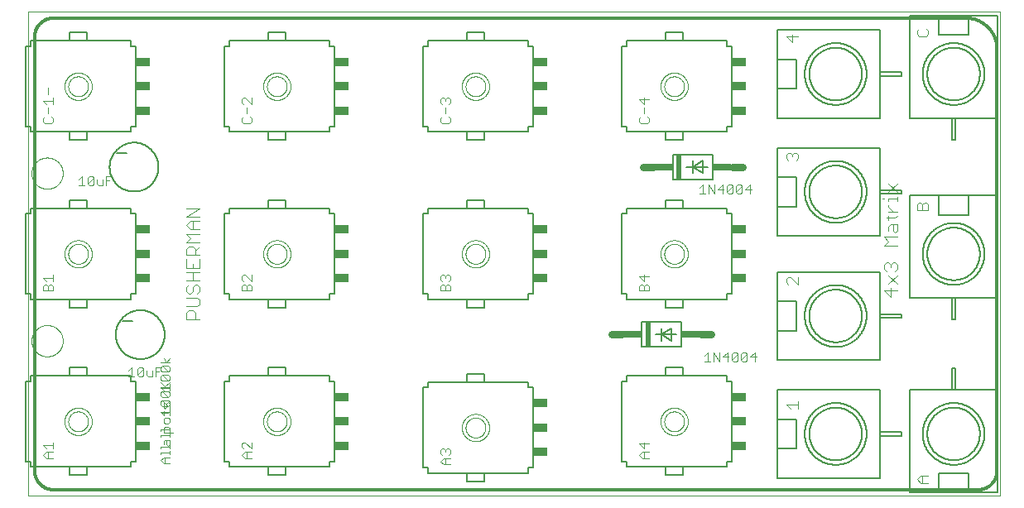
<source format=gto>
G75*
%MOIN*%
%OFA0B0*%
%FSLAX25Y25*%
%IPPOS*%
%LPD*%
%AMOC8*
5,1,8,0,0,1.08239X$1,22.5*
%
%ADD10C,0.00000*%
%ADD11C,0.00300*%
%ADD12C,0.01200*%
%ADD13C,0.00400*%
%ADD14C,0.00800*%
%ADD15C,0.00200*%
%ADD16R,0.05217X0.03346*%
%ADD17C,0.00600*%
%ADD18C,0.03000*%
%ADD19R,0.02000X0.10000*%
%ADD20R,0.07500X0.03000*%
%ADD21C,0.00500*%
D10*
X0002660Y0001000D02*
X0002660Y0195961D01*
X0393861Y0195961D01*
X0393861Y0001000D01*
X0002660Y0001000D01*
X0003861Y0063500D02*
X0003863Y0063658D01*
X0003869Y0063816D01*
X0003879Y0063974D01*
X0003893Y0064132D01*
X0003911Y0064289D01*
X0003932Y0064446D01*
X0003958Y0064602D01*
X0003988Y0064758D01*
X0004021Y0064913D01*
X0004059Y0065066D01*
X0004100Y0065219D01*
X0004145Y0065371D01*
X0004194Y0065522D01*
X0004247Y0065671D01*
X0004303Y0065819D01*
X0004363Y0065965D01*
X0004427Y0066110D01*
X0004495Y0066253D01*
X0004566Y0066395D01*
X0004640Y0066535D01*
X0004718Y0066672D01*
X0004800Y0066808D01*
X0004884Y0066942D01*
X0004973Y0067073D01*
X0005064Y0067202D01*
X0005159Y0067329D01*
X0005256Y0067454D01*
X0005357Y0067576D01*
X0005461Y0067695D01*
X0005568Y0067812D01*
X0005678Y0067926D01*
X0005791Y0068037D01*
X0005906Y0068146D01*
X0006024Y0068251D01*
X0006145Y0068353D01*
X0006268Y0068453D01*
X0006394Y0068549D01*
X0006522Y0068642D01*
X0006652Y0068732D01*
X0006785Y0068818D01*
X0006920Y0068902D01*
X0007056Y0068981D01*
X0007195Y0069058D01*
X0007336Y0069130D01*
X0007478Y0069200D01*
X0007622Y0069265D01*
X0007768Y0069327D01*
X0007915Y0069385D01*
X0008064Y0069440D01*
X0008214Y0069491D01*
X0008365Y0069538D01*
X0008517Y0069581D01*
X0008670Y0069620D01*
X0008825Y0069656D01*
X0008980Y0069687D01*
X0009136Y0069715D01*
X0009292Y0069739D01*
X0009449Y0069759D01*
X0009607Y0069775D01*
X0009764Y0069787D01*
X0009923Y0069795D01*
X0010081Y0069799D01*
X0010239Y0069799D01*
X0010397Y0069795D01*
X0010556Y0069787D01*
X0010713Y0069775D01*
X0010871Y0069759D01*
X0011028Y0069739D01*
X0011184Y0069715D01*
X0011340Y0069687D01*
X0011495Y0069656D01*
X0011650Y0069620D01*
X0011803Y0069581D01*
X0011955Y0069538D01*
X0012106Y0069491D01*
X0012256Y0069440D01*
X0012405Y0069385D01*
X0012552Y0069327D01*
X0012698Y0069265D01*
X0012842Y0069200D01*
X0012984Y0069130D01*
X0013125Y0069058D01*
X0013264Y0068981D01*
X0013400Y0068902D01*
X0013535Y0068818D01*
X0013668Y0068732D01*
X0013798Y0068642D01*
X0013926Y0068549D01*
X0014052Y0068453D01*
X0014175Y0068353D01*
X0014296Y0068251D01*
X0014414Y0068146D01*
X0014529Y0068037D01*
X0014642Y0067926D01*
X0014752Y0067812D01*
X0014859Y0067695D01*
X0014963Y0067576D01*
X0015064Y0067454D01*
X0015161Y0067329D01*
X0015256Y0067202D01*
X0015347Y0067073D01*
X0015436Y0066942D01*
X0015520Y0066808D01*
X0015602Y0066672D01*
X0015680Y0066535D01*
X0015754Y0066395D01*
X0015825Y0066253D01*
X0015893Y0066110D01*
X0015957Y0065965D01*
X0016017Y0065819D01*
X0016073Y0065671D01*
X0016126Y0065522D01*
X0016175Y0065371D01*
X0016220Y0065219D01*
X0016261Y0065066D01*
X0016299Y0064913D01*
X0016332Y0064758D01*
X0016362Y0064602D01*
X0016388Y0064446D01*
X0016409Y0064289D01*
X0016427Y0064132D01*
X0016441Y0063974D01*
X0016451Y0063816D01*
X0016457Y0063658D01*
X0016459Y0063500D01*
X0016457Y0063342D01*
X0016451Y0063184D01*
X0016441Y0063026D01*
X0016427Y0062868D01*
X0016409Y0062711D01*
X0016388Y0062554D01*
X0016362Y0062398D01*
X0016332Y0062242D01*
X0016299Y0062087D01*
X0016261Y0061934D01*
X0016220Y0061781D01*
X0016175Y0061629D01*
X0016126Y0061478D01*
X0016073Y0061329D01*
X0016017Y0061181D01*
X0015957Y0061035D01*
X0015893Y0060890D01*
X0015825Y0060747D01*
X0015754Y0060605D01*
X0015680Y0060465D01*
X0015602Y0060328D01*
X0015520Y0060192D01*
X0015436Y0060058D01*
X0015347Y0059927D01*
X0015256Y0059798D01*
X0015161Y0059671D01*
X0015064Y0059546D01*
X0014963Y0059424D01*
X0014859Y0059305D01*
X0014752Y0059188D01*
X0014642Y0059074D01*
X0014529Y0058963D01*
X0014414Y0058854D01*
X0014296Y0058749D01*
X0014175Y0058647D01*
X0014052Y0058547D01*
X0013926Y0058451D01*
X0013798Y0058358D01*
X0013668Y0058268D01*
X0013535Y0058182D01*
X0013400Y0058098D01*
X0013264Y0058019D01*
X0013125Y0057942D01*
X0012984Y0057870D01*
X0012842Y0057800D01*
X0012698Y0057735D01*
X0012552Y0057673D01*
X0012405Y0057615D01*
X0012256Y0057560D01*
X0012106Y0057509D01*
X0011955Y0057462D01*
X0011803Y0057419D01*
X0011650Y0057380D01*
X0011495Y0057344D01*
X0011340Y0057313D01*
X0011184Y0057285D01*
X0011028Y0057261D01*
X0010871Y0057241D01*
X0010713Y0057225D01*
X0010556Y0057213D01*
X0010397Y0057205D01*
X0010239Y0057201D01*
X0010081Y0057201D01*
X0009923Y0057205D01*
X0009764Y0057213D01*
X0009607Y0057225D01*
X0009449Y0057241D01*
X0009292Y0057261D01*
X0009136Y0057285D01*
X0008980Y0057313D01*
X0008825Y0057344D01*
X0008670Y0057380D01*
X0008517Y0057419D01*
X0008365Y0057462D01*
X0008214Y0057509D01*
X0008064Y0057560D01*
X0007915Y0057615D01*
X0007768Y0057673D01*
X0007622Y0057735D01*
X0007478Y0057800D01*
X0007336Y0057870D01*
X0007195Y0057942D01*
X0007056Y0058019D01*
X0006920Y0058098D01*
X0006785Y0058182D01*
X0006652Y0058268D01*
X0006522Y0058358D01*
X0006394Y0058451D01*
X0006268Y0058547D01*
X0006145Y0058647D01*
X0006024Y0058749D01*
X0005906Y0058854D01*
X0005791Y0058963D01*
X0005678Y0059074D01*
X0005568Y0059188D01*
X0005461Y0059305D01*
X0005357Y0059424D01*
X0005256Y0059546D01*
X0005159Y0059671D01*
X0005064Y0059798D01*
X0004973Y0059927D01*
X0004884Y0060058D01*
X0004800Y0060192D01*
X0004718Y0060328D01*
X0004640Y0060465D01*
X0004566Y0060605D01*
X0004495Y0060747D01*
X0004427Y0060890D01*
X0004363Y0061035D01*
X0004303Y0061181D01*
X0004247Y0061329D01*
X0004194Y0061478D01*
X0004145Y0061629D01*
X0004100Y0061781D01*
X0004059Y0061934D01*
X0004021Y0062087D01*
X0003988Y0062242D01*
X0003958Y0062398D01*
X0003932Y0062554D01*
X0003911Y0062711D01*
X0003893Y0062868D01*
X0003879Y0063026D01*
X0003869Y0063184D01*
X0003863Y0063342D01*
X0003861Y0063500D01*
X0003861Y0131000D02*
X0003863Y0131158D01*
X0003869Y0131316D01*
X0003879Y0131474D01*
X0003893Y0131632D01*
X0003911Y0131789D01*
X0003932Y0131946D01*
X0003958Y0132102D01*
X0003988Y0132258D01*
X0004021Y0132413D01*
X0004059Y0132566D01*
X0004100Y0132719D01*
X0004145Y0132871D01*
X0004194Y0133022D01*
X0004247Y0133171D01*
X0004303Y0133319D01*
X0004363Y0133465D01*
X0004427Y0133610D01*
X0004495Y0133753D01*
X0004566Y0133895D01*
X0004640Y0134035D01*
X0004718Y0134172D01*
X0004800Y0134308D01*
X0004884Y0134442D01*
X0004973Y0134573D01*
X0005064Y0134702D01*
X0005159Y0134829D01*
X0005256Y0134954D01*
X0005357Y0135076D01*
X0005461Y0135195D01*
X0005568Y0135312D01*
X0005678Y0135426D01*
X0005791Y0135537D01*
X0005906Y0135646D01*
X0006024Y0135751D01*
X0006145Y0135853D01*
X0006268Y0135953D01*
X0006394Y0136049D01*
X0006522Y0136142D01*
X0006652Y0136232D01*
X0006785Y0136318D01*
X0006920Y0136402D01*
X0007056Y0136481D01*
X0007195Y0136558D01*
X0007336Y0136630D01*
X0007478Y0136700D01*
X0007622Y0136765D01*
X0007768Y0136827D01*
X0007915Y0136885D01*
X0008064Y0136940D01*
X0008214Y0136991D01*
X0008365Y0137038D01*
X0008517Y0137081D01*
X0008670Y0137120D01*
X0008825Y0137156D01*
X0008980Y0137187D01*
X0009136Y0137215D01*
X0009292Y0137239D01*
X0009449Y0137259D01*
X0009607Y0137275D01*
X0009764Y0137287D01*
X0009923Y0137295D01*
X0010081Y0137299D01*
X0010239Y0137299D01*
X0010397Y0137295D01*
X0010556Y0137287D01*
X0010713Y0137275D01*
X0010871Y0137259D01*
X0011028Y0137239D01*
X0011184Y0137215D01*
X0011340Y0137187D01*
X0011495Y0137156D01*
X0011650Y0137120D01*
X0011803Y0137081D01*
X0011955Y0137038D01*
X0012106Y0136991D01*
X0012256Y0136940D01*
X0012405Y0136885D01*
X0012552Y0136827D01*
X0012698Y0136765D01*
X0012842Y0136700D01*
X0012984Y0136630D01*
X0013125Y0136558D01*
X0013264Y0136481D01*
X0013400Y0136402D01*
X0013535Y0136318D01*
X0013668Y0136232D01*
X0013798Y0136142D01*
X0013926Y0136049D01*
X0014052Y0135953D01*
X0014175Y0135853D01*
X0014296Y0135751D01*
X0014414Y0135646D01*
X0014529Y0135537D01*
X0014642Y0135426D01*
X0014752Y0135312D01*
X0014859Y0135195D01*
X0014963Y0135076D01*
X0015064Y0134954D01*
X0015161Y0134829D01*
X0015256Y0134702D01*
X0015347Y0134573D01*
X0015436Y0134442D01*
X0015520Y0134308D01*
X0015602Y0134172D01*
X0015680Y0134035D01*
X0015754Y0133895D01*
X0015825Y0133753D01*
X0015893Y0133610D01*
X0015957Y0133465D01*
X0016017Y0133319D01*
X0016073Y0133171D01*
X0016126Y0133022D01*
X0016175Y0132871D01*
X0016220Y0132719D01*
X0016261Y0132566D01*
X0016299Y0132413D01*
X0016332Y0132258D01*
X0016362Y0132102D01*
X0016388Y0131946D01*
X0016409Y0131789D01*
X0016427Y0131632D01*
X0016441Y0131474D01*
X0016451Y0131316D01*
X0016457Y0131158D01*
X0016459Y0131000D01*
X0016457Y0130842D01*
X0016451Y0130684D01*
X0016441Y0130526D01*
X0016427Y0130368D01*
X0016409Y0130211D01*
X0016388Y0130054D01*
X0016362Y0129898D01*
X0016332Y0129742D01*
X0016299Y0129587D01*
X0016261Y0129434D01*
X0016220Y0129281D01*
X0016175Y0129129D01*
X0016126Y0128978D01*
X0016073Y0128829D01*
X0016017Y0128681D01*
X0015957Y0128535D01*
X0015893Y0128390D01*
X0015825Y0128247D01*
X0015754Y0128105D01*
X0015680Y0127965D01*
X0015602Y0127828D01*
X0015520Y0127692D01*
X0015436Y0127558D01*
X0015347Y0127427D01*
X0015256Y0127298D01*
X0015161Y0127171D01*
X0015064Y0127046D01*
X0014963Y0126924D01*
X0014859Y0126805D01*
X0014752Y0126688D01*
X0014642Y0126574D01*
X0014529Y0126463D01*
X0014414Y0126354D01*
X0014296Y0126249D01*
X0014175Y0126147D01*
X0014052Y0126047D01*
X0013926Y0125951D01*
X0013798Y0125858D01*
X0013668Y0125768D01*
X0013535Y0125682D01*
X0013400Y0125598D01*
X0013264Y0125519D01*
X0013125Y0125442D01*
X0012984Y0125370D01*
X0012842Y0125300D01*
X0012698Y0125235D01*
X0012552Y0125173D01*
X0012405Y0125115D01*
X0012256Y0125060D01*
X0012106Y0125009D01*
X0011955Y0124962D01*
X0011803Y0124919D01*
X0011650Y0124880D01*
X0011495Y0124844D01*
X0011340Y0124813D01*
X0011184Y0124785D01*
X0011028Y0124761D01*
X0010871Y0124741D01*
X0010713Y0124725D01*
X0010556Y0124713D01*
X0010397Y0124705D01*
X0010239Y0124701D01*
X0010081Y0124701D01*
X0009923Y0124705D01*
X0009764Y0124713D01*
X0009607Y0124725D01*
X0009449Y0124741D01*
X0009292Y0124761D01*
X0009136Y0124785D01*
X0008980Y0124813D01*
X0008825Y0124844D01*
X0008670Y0124880D01*
X0008517Y0124919D01*
X0008365Y0124962D01*
X0008214Y0125009D01*
X0008064Y0125060D01*
X0007915Y0125115D01*
X0007768Y0125173D01*
X0007622Y0125235D01*
X0007478Y0125300D01*
X0007336Y0125370D01*
X0007195Y0125442D01*
X0007056Y0125519D01*
X0006920Y0125598D01*
X0006785Y0125682D01*
X0006652Y0125768D01*
X0006522Y0125858D01*
X0006394Y0125951D01*
X0006268Y0126047D01*
X0006145Y0126147D01*
X0006024Y0126249D01*
X0005906Y0126354D01*
X0005791Y0126463D01*
X0005678Y0126574D01*
X0005568Y0126688D01*
X0005461Y0126805D01*
X0005357Y0126924D01*
X0005256Y0127046D01*
X0005159Y0127171D01*
X0005064Y0127298D01*
X0004973Y0127427D01*
X0004884Y0127558D01*
X0004800Y0127692D01*
X0004718Y0127828D01*
X0004640Y0127965D01*
X0004566Y0128105D01*
X0004495Y0128247D01*
X0004427Y0128390D01*
X0004363Y0128535D01*
X0004303Y0128681D01*
X0004247Y0128829D01*
X0004194Y0128978D01*
X0004145Y0129129D01*
X0004100Y0129281D01*
X0004059Y0129434D01*
X0004021Y0129587D01*
X0003988Y0129742D01*
X0003958Y0129898D01*
X0003932Y0130054D01*
X0003911Y0130211D01*
X0003893Y0130368D01*
X0003879Y0130526D01*
X0003869Y0130684D01*
X0003863Y0130842D01*
X0003861Y0131000D01*
D11*
X0022810Y0128619D02*
X0024044Y0129853D01*
X0024044Y0126150D01*
X0022810Y0126150D02*
X0025279Y0126150D01*
X0026493Y0126767D02*
X0028962Y0129236D01*
X0028962Y0126767D01*
X0028345Y0126150D01*
X0027110Y0126150D01*
X0026493Y0126767D01*
X0026493Y0129236D01*
X0027110Y0129853D01*
X0028345Y0129853D01*
X0028962Y0129236D01*
X0030176Y0128619D02*
X0030176Y0126767D01*
X0030793Y0126150D01*
X0032645Y0126150D01*
X0032645Y0128619D01*
X0033859Y0128002D02*
X0035094Y0128002D01*
X0036328Y0129853D02*
X0033859Y0129853D01*
X0033859Y0126150D01*
X0011859Y0151150D02*
X0009257Y0151150D01*
X0008607Y0151801D01*
X0008607Y0153102D01*
X0009257Y0153752D01*
X0010558Y0155017D02*
X0010558Y0157620D01*
X0009908Y0158885D02*
X0008607Y0160186D01*
X0012510Y0160186D01*
X0012510Y0158885D02*
X0012510Y0161487D01*
X0010558Y0162752D02*
X0010558Y0165354D01*
X0011859Y0153752D02*
X0012510Y0153102D01*
X0012510Y0151801D01*
X0011859Y0151150D01*
X0088607Y0151801D02*
X0089257Y0151150D01*
X0091859Y0151150D01*
X0092510Y0151801D01*
X0092510Y0153102D01*
X0091859Y0153752D01*
X0090558Y0155017D02*
X0090558Y0157620D01*
X0089257Y0158885D02*
X0088607Y0159535D01*
X0088607Y0160836D01*
X0089257Y0161487D01*
X0089908Y0161487D01*
X0092510Y0158885D01*
X0092510Y0161487D01*
X0089257Y0153752D02*
X0088607Y0153102D01*
X0088607Y0151801D01*
X0168607Y0151801D02*
X0169257Y0151150D01*
X0171859Y0151150D01*
X0172510Y0151801D01*
X0172510Y0153102D01*
X0171859Y0153752D01*
X0170558Y0155017D02*
X0170558Y0157620D01*
X0169257Y0158885D02*
X0168607Y0159535D01*
X0168607Y0160836D01*
X0169257Y0161487D01*
X0169908Y0161487D01*
X0170558Y0160836D01*
X0171209Y0161487D01*
X0171859Y0161487D01*
X0172510Y0160836D01*
X0172510Y0159535D01*
X0171859Y0158885D01*
X0170558Y0160186D02*
X0170558Y0160836D01*
X0169257Y0153752D02*
X0168607Y0153102D01*
X0168607Y0151801D01*
X0248607Y0151801D02*
X0249257Y0151150D01*
X0251859Y0151150D01*
X0252510Y0151801D01*
X0252510Y0153102D01*
X0251859Y0153752D01*
X0250558Y0155017D02*
X0250558Y0157620D01*
X0250558Y0158885D02*
X0250558Y0161487D01*
X0248607Y0160836D02*
X0252510Y0160836D01*
X0250558Y0158885D02*
X0248607Y0160836D01*
X0249257Y0153752D02*
X0248607Y0153102D01*
X0248607Y0151801D01*
X0250558Y0090120D02*
X0250558Y0087517D01*
X0248607Y0089469D01*
X0252510Y0089469D01*
X0251859Y0086252D02*
X0252510Y0085602D01*
X0252510Y0083650D01*
X0248607Y0083650D01*
X0248607Y0085602D01*
X0249257Y0086252D01*
X0249908Y0086252D01*
X0250558Y0085602D01*
X0250558Y0083650D01*
X0250558Y0085602D02*
X0251209Y0086252D01*
X0251859Y0086252D01*
X0172510Y0085602D02*
X0172510Y0083650D01*
X0168607Y0083650D01*
X0168607Y0085602D01*
X0169257Y0086252D01*
X0169908Y0086252D01*
X0170558Y0085602D01*
X0170558Y0083650D01*
X0170558Y0085602D02*
X0171209Y0086252D01*
X0171859Y0086252D01*
X0172510Y0085602D01*
X0171859Y0087517D02*
X0172510Y0088168D01*
X0172510Y0089469D01*
X0171859Y0090120D01*
X0171209Y0090120D01*
X0170558Y0089469D01*
X0170558Y0088818D01*
X0170558Y0089469D02*
X0169908Y0090120D01*
X0169257Y0090120D01*
X0168607Y0089469D01*
X0168607Y0088168D01*
X0169257Y0087517D01*
X0092510Y0087517D02*
X0089908Y0090120D01*
X0089257Y0090120D01*
X0088607Y0089469D01*
X0088607Y0088168D01*
X0089257Y0087517D01*
X0089257Y0086252D02*
X0089908Y0086252D01*
X0090558Y0085602D01*
X0090558Y0083650D01*
X0088607Y0083650D02*
X0088607Y0085602D01*
X0089257Y0086252D01*
X0090558Y0085602D02*
X0091209Y0086252D01*
X0091859Y0086252D01*
X0092510Y0085602D01*
X0092510Y0083650D01*
X0088607Y0083650D01*
X0092510Y0087517D02*
X0092510Y0090120D01*
X0059510Y0056516D02*
X0058275Y0054665D01*
X0057041Y0056516D01*
X0055807Y0054665D02*
X0059510Y0054665D01*
X0058893Y0053450D02*
X0059510Y0052833D01*
X0059510Y0051599D01*
X0058893Y0050981D01*
X0056424Y0053450D01*
X0058893Y0053450D01*
X0056424Y0053450D02*
X0055807Y0052833D01*
X0055807Y0051599D01*
X0056424Y0050981D01*
X0058893Y0050981D01*
X0058893Y0049767D02*
X0059510Y0049150D01*
X0059510Y0047915D01*
X0058893Y0047298D01*
X0056424Y0049767D01*
X0058893Y0049767D01*
X0058893Y0047298D02*
X0056424Y0047298D01*
X0055807Y0047915D01*
X0055807Y0049150D01*
X0056424Y0049767D01*
X0055094Y0051002D02*
X0053859Y0051002D01*
X0052645Y0051619D02*
X0052645Y0049150D01*
X0050793Y0049150D01*
X0050176Y0049767D01*
X0050176Y0051619D01*
X0048962Y0052236D02*
X0046493Y0049767D01*
X0047110Y0049150D01*
X0048345Y0049150D01*
X0048962Y0049767D01*
X0048962Y0052236D01*
X0048345Y0052853D01*
X0047110Y0052853D01*
X0046493Y0052236D01*
X0046493Y0049767D01*
X0045279Y0049150D02*
X0042810Y0049150D01*
X0044044Y0049150D02*
X0044044Y0052853D01*
X0042810Y0051619D01*
X0053859Y0052853D02*
X0053859Y0049150D01*
X0055807Y0046945D02*
X0058275Y0044477D01*
X0057658Y0045094D02*
X0059510Y0046945D01*
X0059510Y0046084D02*
X0059510Y0043615D01*
X0058893Y0043262D02*
X0059510Y0042645D01*
X0059510Y0041411D01*
X0058893Y0040793D01*
X0056424Y0043262D01*
X0058893Y0043262D01*
X0059510Y0044477D02*
X0055807Y0044477D01*
X0055807Y0044850D02*
X0059510Y0044850D01*
X0057041Y0043615D02*
X0055807Y0044850D01*
X0056424Y0043262D02*
X0055807Y0042645D01*
X0055807Y0041411D01*
X0056424Y0040793D01*
X0058893Y0040793D01*
X0058893Y0039579D02*
X0059510Y0038962D01*
X0059510Y0037727D01*
X0058893Y0037110D01*
X0056424Y0039579D01*
X0058893Y0039579D01*
X0058893Y0038718D02*
X0058275Y0038100D01*
X0058275Y0036866D01*
X0057658Y0036249D01*
X0057041Y0036866D01*
X0057041Y0038718D01*
X0056424Y0039579D02*
X0055807Y0038962D01*
X0055807Y0037727D01*
X0056424Y0037110D01*
X0058893Y0037110D01*
X0059510Y0036249D02*
X0059510Y0038100D01*
X0058893Y0038718D01*
X0059510Y0035896D02*
X0059510Y0033427D01*
X0058893Y0032579D02*
X0059510Y0031962D01*
X0059510Y0030727D01*
X0058893Y0030110D01*
X0057658Y0030110D01*
X0057041Y0030727D01*
X0057041Y0031962D01*
X0057658Y0032579D01*
X0058893Y0032579D01*
X0058893Y0034411D02*
X0059510Y0035028D01*
X0059510Y0034662D02*
X0055807Y0034662D01*
X0057041Y0033427D01*
X0057041Y0033793D02*
X0057041Y0035028D01*
X0056424Y0034411D02*
X0058893Y0034411D01*
X0058893Y0028896D02*
X0059510Y0028279D01*
X0059510Y0026427D01*
X0059510Y0026068D02*
X0059510Y0024833D01*
X0059510Y0025450D02*
X0055807Y0025450D01*
X0055807Y0024833D01*
X0057041Y0026427D02*
X0057041Y0028279D01*
X0057658Y0028896D01*
X0058893Y0028896D01*
X0059510Y0028523D02*
X0059510Y0027289D01*
X0059510Y0027906D02*
X0055807Y0027906D01*
X0055807Y0027289D01*
X0057041Y0026427D02*
X0060744Y0026427D01*
X0059510Y0023619D02*
X0057658Y0023619D01*
X0057041Y0023002D01*
X0057041Y0021767D01*
X0058275Y0021767D02*
X0058275Y0023619D01*
X0059510Y0023619D02*
X0059510Y0021767D01*
X0058893Y0021150D01*
X0058275Y0021767D01*
X0059510Y0021523D02*
X0059510Y0020289D01*
X0059510Y0020906D02*
X0055807Y0020906D01*
X0055807Y0020289D01*
X0055807Y0018450D02*
X0059510Y0018450D01*
X0059510Y0017833D02*
X0059510Y0019068D01*
X0059510Y0016619D02*
X0057041Y0016619D01*
X0055807Y0015384D01*
X0057041Y0014150D01*
X0059510Y0014150D01*
X0057658Y0014150D02*
X0057658Y0016619D01*
X0055807Y0017833D02*
X0055807Y0018450D01*
X0088607Y0017451D02*
X0089908Y0018752D01*
X0092510Y0018752D01*
X0092510Y0020017D02*
X0089908Y0022620D01*
X0089257Y0022620D01*
X0088607Y0021969D01*
X0088607Y0020668D01*
X0089257Y0020017D01*
X0090558Y0018752D02*
X0090558Y0016150D01*
X0089908Y0016150D02*
X0088607Y0017451D01*
X0089908Y0016150D02*
X0092510Y0016150D01*
X0092510Y0020017D02*
X0092510Y0022620D01*
X0056328Y0052853D02*
X0053859Y0052853D01*
X0012510Y0022620D02*
X0012510Y0020017D01*
X0012510Y0018752D02*
X0009908Y0018752D01*
X0008607Y0017451D01*
X0009908Y0016150D01*
X0012510Y0016150D01*
X0010558Y0016150D02*
X0010558Y0018752D01*
X0009908Y0020017D02*
X0008607Y0021318D01*
X0012510Y0021318D01*
X0012510Y0083650D02*
X0008607Y0083650D01*
X0008607Y0085602D01*
X0009257Y0086252D01*
X0009908Y0086252D01*
X0010558Y0085602D01*
X0010558Y0083650D01*
X0010558Y0085602D02*
X0011209Y0086252D01*
X0011859Y0086252D01*
X0012510Y0085602D01*
X0012510Y0083650D01*
X0012510Y0087517D02*
X0012510Y0090120D01*
X0012510Y0088818D02*
X0008607Y0088818D01*
X0009908Y0087517D01*
X0168607Y0019469D02*
X0169257Y0020120D01*
X0169908Y0020120D01*
X0170558Y0019469D01*
X0171209Y0020120D01*
X0171859Y0020120D01*
X0172510Y0019469D01*
X0172510Y0018168D01*
X0171859Y0017517D01*
X0172510Y0016252D02*
X0169908Y0016252D01*
X0168607Y0014951D01*
X0169908Y0013650D01*
X0172510Y0013650D01*
X0170558Y0013650D02*
X0170558Y0016252D01*
X0169257Y0017517D02*
X0168607Y0018168D01*
X0168607Y0019469D01*
X0170558Y0019469D02*
X0170558Y0018818D01*
X0248607Y0017451D02*
X0249908Y0018752D01*
X0252510Y0018752D01*
X0250558Y0018752D02*
X0250558Y0016150D01*
X0249908Y0016150D02*
X0248607Y0017451D01*
X0249908Y0016150D02*
X0252510Y0016150D01*
X0250558Y0020017D02*
X0250558Y0022620D01*
X0248607Y0021969D02*
X0252510Y0021969D01*
X0250558Y0020017D02*
X0248607Y0021969D01*
D12*
X0385160Y0003500D02*
X0385341Y0003502D01*
X0385522Y0003509D01*
X0385703Y0003520D01*
X0385884Y0003535D01*
X0386064Y0003555D01*
X0386244Y0003579D01*
X0386423Y0003607D01*
X0386601Y0003640D01*
X0386778Y0003677D01*
X0386955Y0003718D01*
X0387130Y0003763D01*
X0387305Y0003813D01*
X0387478Y0003867D01*
X0387649Y0003925D01*
X0387820Y0003987D01*
X0387988Y0004054D01*
X0388155Y0004124D01*
X0388321Y0004198D01*
X0388484Y0004277D01*
X0388645Y0004359D01*
X0388805Y0004445D01*
X0388962Y0004535D01*
X0389117Y0004629D01*
X0389270Y0004726D01*
X0389420Y0004828D01*
X0389568Y0004932D01*
X0389714Y0005041D01*
X0389856Y0005152D01*
X0389996Y0005268D01*
X0390133Y0005386D01*
X0390268Y0005508D01*
X0390399Y0005633D01*
X0390527Y0005761D01*
X0390652Y0005892D01*
X0390774Y0006027D01*
X0390892Y0006164D01*
X0391008Y0006304D01*
X0391119Y0006446D01*
X0391228Y0006592D01*
X0391332Y0006740D01*
X0391434Y0006890D01*
X0391531Y0007043D01*
X0391625Y0007198D01*
X0391715Y0007355D01*
X0391801Y0007515D01*
X0391883Y0007676D01*
X0391962Y0007839D01*
X0392036Y0008005D01*
X0392106Y0008172D01*
X0392173Y0008340D01*
X0392235Y0008511D01*
X0392293Y0008682D01*
X0392347Y0008855D01*
X0392397Y0009030D01*
X0392442Y0009205D01*
X0392483Y0009382D01*
X0392520Y0009559D01*
X0392553Y0009737D01*
X0392581Y0009916D01*
X0392605Y0010096D01*
X0392625Y0010276D01*
X0392640Y0010457D01*
X0392651Y0010638D01*
X0392658Y0010819D01*
X0392660Y0011000D01*
X0392660Y0181000D01*
X0392656Y0181302D01*
X0392645Y0181604D01*
X0392627Y0181905D01*
X0392602Y0182206D01*
X0392569Y0182507D01*
X0392529Y0182806D01*
X0392482Y0183104D01*
X0392427Y0183402D01*
X0392366Y0183697D01*
X0392297Y0183991D01*
X0392221Y0184284D01*
X0392138Y0184574D01*
X0392048Y0184863D01*
X0391951Y0185149D01*
X0391848Y0185433D01*
X0391737Y0185714D01*
X0391620Y0185992D01*
X0391496Y0186268D01*
X0391365Y0186540D01*
X0391228Y0186809D01*
X0391085Y0187075D01*
X0390935Y0187337D01*
X0390778Y0187596D01*
X0390616Y0187850D01*
X0390447Y0188101D01*
X0390273Y0188347D01*
X0390092Y0188590D01*
X0389906Y0188827D01*
X0389714Y0189061D01*
X0389516Y0189289D01*
X0389313Y0189513D01*
X0389105Y0189731D01*
X0388891Y0189945D01*
X0388673Y0190153D01*
X0388449Y0190356D01*
X0388221Y0190554D01*
X0387987Y0190746D01*
X0387750Y0190932D01*
X0387507Y0191113D01*
X0387261Y0191287D01*
X0387010Y0191456D01*
X0386756Y0191618D01*
X0386497Y0191775D01*
X0386235Y0191925D01*
X0385969Y0192068D01*
X0385700Y0192205D01*
X0385428Y0192336D01*
X0385152Y0192460D01*
X0384874Y0192577D01*
X0384593Y0192688D01*
X0384309Y0192791D01*
X0384023Y0192888D01*
X0383734Y0192978D01*
X0383444Y0193061D01*
X0383151Y0193137D01*
X0382857Y0193206D01*
X0382562Y0193267D01*
X0382264Y0193322D01*
X0381966Y0193369D01*
X0381667Y0193409D01*
X0381366Y0193442D01*
X0381065Y0193467D01*
X0380764Y0193485D01*
X0380462Y0193496D01*
X0380160Y0193500D01*
X0012660Y0193500D01*
X0012479Y0193498D01*
X0012298Y0193491D01*
X0012117Y0193480D01*
X0011936Y0193465D01*
X0011756Y0193445D01*
X0011576Y0193421D01*
X0011397Y0193393D01*
X0011219Y0193360D01*
X0011042Y0193323D01*
X0010865Y0193282D01*
X0010690Y0193237D01*
X0010515Y0193187D01*
X0010342Y0193133D01*
X0010171Y0193075D01*
X0010000Y0193013D01*
X0009832Y0192946D01*
X0009665Y0192876D01*
X0009499Y0192802D01*
X0009336Y0192723D01*
X0009175Y0192641D01*
X0009015Y0192555D01*
X0008858Y0192465D01*
X0008703Y0192371D01*
X0008550Y0192274D01*
X0008400Y0192172D01*
X0008252Y0192068D01*
X0008106Y0191959D01*
X0007964Y0191848D01*
X0007824Y0191732D01*
X0007687Y0191614D01*
X0007552Y0191492D01*
X0007421Y0191367D01*
X0007293Y0191239D01*
X0007168Y0191108D01*
X0007046Y0190973D01*
X0006928Y0190836D01*
X0006812Y0190696D01*
X0006701Y0190554D01*
X0006592Y0190408D01*
X0006488Y0190260D01*
X0006386Y0190110D01*
X0006289Y0189957D01*
X0006195Y0189802D01*
X0006105Y0189645D01*
X0006019Y0189485D01*
X0005937Y0189324D01*
X0005858Y0189161D01*
X0005784Y0188995D01*
X0005714Y0188828D01*
X0005647Y0188660D01*
X0005585Y0188489D01*
X0005527Y0188318D01*
X0005473Y0188145D01*
X0005423Y0187970D01*
X0005378Y0187795D01*
X0005337Y0187618D01*
X0005300Y0187441D01*
X0005267Y0187263D01*
X0005239Y0187084D01*
X0005215Y0186904D01*
X0005195Y0186724D01*
X0005180Y0186543D01*
X0005169Y0186362D01*
X0005162Y0186181D01*
X0005160Y0186000D01*
X0005160Y0011000D01*
X0005162Y0010819D01*
X0005169Y0010638D01*
X0005180Y0010457D01*
X0005195Y0010276D01*
X0005215Y0010096D01*
X0005239Y0009916D01*
X0005267Y0009737D01*
X0005300Y0009559D01*
X0005337Y0009382D01*
X0005378Y0009205D01*
X0005423Y0009030D01*
X0005473Y0008855D01*
X0005527Y0008682D01*
X0005585Y0008511D01*
X0005647Y0008340D01*
X0005714Y0008172D01*
X0005784Y0008005D01*
X0005858Y0007839D01*
X0005937Y0007676D01*
X0006019Y0007515D01*
X0006105Y0007355D01*
X0006195Y0007198D01*
X0006289Y0007043D01*
X0006386Y0006890D01*
X0006488Y0006740D01*
X0006592Y0006592D01*
X0006701Y0006446D01*
X0006812Y0006304D01*
X0006928Y0006164D01*
X0007046Y0006027D01*
X0007168Y0005892D01*
X0007293Y0005761D01*
X0007421Y0005633D01*
X0007552Y0005508D01*
X0007687Y0005386D01*
X0007824Y0005268D01*
X0007964Y0005152D01*
X0008106Y0005041D01*
X0008252Y0004932D01*
X0008400Y0004828D01*
X0008550Y0004726D01*
X0008703Y0004629D01*
X0008858Y0004535D01*
X0009015Y0004445D01*
X0009175Y0004359D01*
X0009336Y0004277D01*
X0009499Y0004198D01*
X0009665Y0004124D01*
X0009832Y0004054D01*
X0010000Y0003987D01*
X0010171Y0003925D01*
X0010342Y0003867D01*
X0010515Y0003813D01*
X0010690Y0003763D01*
X0010865Y0003718D01*
X0011042Y0003677D01*
X0011219Y0003640D01*
X0011397Y0003607D01*
X0011576Y0003579D01*
X0011756Y0003555D01*
X0011936Y0003535D01*
X0012117Y0003520D01*
X0012298Y0003509D01*
X0012479Y0003502D01*
X0012660Y0003500D01*
X0385160Y0003500D01*
D13*
X0364960Y0006200D02*
X0361891Y0006200D01*
X0360356Y0007735D01*
X0361891Y0009269D01*
X0364960Y0009269D01*
X0362658Y0009269D02*
X0362658Y0006200D01*
X0312460Y0036200D02*
X0312460Y0039269D01*
X0312460Y0037735D02*
X0307856Y0037735D01*
X0309391Y0036200D01*
X0295077Y0055200D02*
X0295077Y0058803D01*
X0293276Y0057002D01*
X0295678Y0057002D01*
X0291994Y0058203D02*
X0289592Y0055801D01*
X0290193Y0055200D01*
X0291394Y0055200D01*
X0291994Y0055801D01*
X0291994Y0058203D01*
X0291394Y0058803D01*
X0290193Y0058803D01*
X0289592Y0058203D01*
X0289592Y0055801D01*
X0288311Y0055801D02*
X0287711Y0055200D01*
X0286510Y0055200D01*
X0285909Y0055801D01*
X0288311Y0058203D01*
X0288311Y0055801D01*
X0288311Y0058203D02*
X0287711Y0058803D01*
X0286510Y0058803D01*
X0285909Y0058203D01*
X0285909Y0055801D01*
X0284628Y0057002D02*
X0282226Y0057002D01*
X0284028Y0058803D01*
X0284028Y0055200D01*
X0280945Y0055200D02*
X0280945Y0058803D01*
X0278543Y0058803D02*
X0278543Y0055200D01*
X0277262Y0055200D02*
X0274860Y0055200D01*
X0276061Y0055200D02*
X0276061Y0058803D01*
X0274860Y0057602D01*
X0278543Y0058803D02*
X0280945Y0055200D01*
X0308623Y0086200D02*
X0307856Y0086967D01*
X0307856Y0088502D01*
X0308623Y0089269D01*
X0309391Y0089269D01*
X0312460Y0086200D01*
X0312460Y0089269D01*
X0347255Y0092380D02*
X0347255Y0094115D01*
X0348123Y0094982D01*
X0348990Y0094982D01*
X0349858Y0094115D01*
X0350725Y0094982D01*
X0351592Y0094982D01*
X0352460Y0094115D01*
X0352460Y0092380D01*
X0351592Y0091513D01*
X0352460Y0089826D02*
X0348990Y0086356D01*
X0349858Y0084670D02*
X0349858Y0081200D01*
X0347255Y0083802D01*
X0352460Y0083802D01*
X0352460Y0086356D02*
X0348990Y0089826D01*
X0348123Y0091513D02*
X0347255Y0092380D01*
X0349858Y0093248D02*
X0349858Y0094115D01*
X0352460Y0101826D02*
X0347255Y0101826D01*
X0348990Y0103560D01*
X0347255Y0105295D01*
X0352460Y0105295D01*
X0351592Y0106982D02*
X0350725Y0107849D01*
X0350725Y0110452D01*
X0349858Y0110452D02*
X0352460Y0110452D01*
X0352460Y0107849D01*
X0351592Y0106982D01*
X0348990Y0107849D02*
X0348990Y0109584D01*
X0349858Y0110452D01*
X0348990Y0112138D02*
X0348990Y0113873D01*
X0348123Y0113006D02*
X0351592Y0113006D01*
X0352460Y0113873D01*
X0352460Y0115576D02*
X0348990Y0115576D01*
X0350725Y0115576D02*
X0348990Y0117311D01*
X0348990Y0118178D01*
X0348990Y0119873D02*
X0348990Y0120740D01*
X0352460Y0120740D01*
X0352460Y0119873D02*
X0352460Y0121608D01*
X0352460Y0123311D02*
X0348990Y0126780D01*
X0348990Y0123311D02*
X0352460Y0126780D01*
X0347255Y0120740D02*
X0346388Y0120740D01*
X0360356Y0118502D02*
X0360356Y0116200D01*
X0364960Y0116200D01*
X0364960Y0118502D01*
X0364193Y0119269D01*
X0363425Y0119269D01*
X0362658Y0118502D01*
X0362658Y0116200D01*
X0362658Y0118502D02*
X0361891Y0119269D01*
X0361123Y0119269D01*
X0360356Y0118502D01*
X0312460Y0136967D02*
X0311693Y0136200D01*
X0312460Y0136967D02*
X0312460Y0138502D01*
X0311693Y0139269D01*
X0310925Y0139269D01*
X0310158Y0138502D01*
X0310158Y0137735D01*
X0310158Y0138502D02*
X0309391Y0139269D01*
X0308623Y0139269D01*
X0307856Y0138502D01*
X0307856Y0136967D01*
X0308623Y0136200D01*
X0293077Y0126303D02*
X0291276Y0124502D01*
X0293678Y0124502D01*
X0293077Y0126303D02*
X0293077Y0122700D01*
X0289994Y0123301D02*
X0289994Y0125703D01*
X0287592Y0123301D01*
X0288193Y0122700D01*
X0289394Y0122700D01*
X0289994Y0123301D01*
X0289994Y0125703D02*
X0289394Y0126303D01*
X0288193Y0126303D01*
X0287592Y0125703D01*
X0287592Y0123301D01*
X0286311Y0123301D02*
X0285711Y0122700D01*
X0284510Y0122700D01*
X0283909Y0123301D01*
X0286311Y0125703D01*
X0286311Y0123301D01*
X0286311Y0125703D02*
X0285711Y0126303D01*
X0284510Y0126303D01*
X0283909Y0125703D01*
X0283909Y0123301D01*
X0282628Y0124502D02*
X0280226Y0124502D01*
X0282028Y0126303D01*
X0282028Y0122700D01*
X0278945Y0122700D02*
X0278945Y0126303D01*
X0276543Y0126303D02*
X0278945Y0122700D01*
X0276543Y0122700D02*
X0276543Y0126303D01*
X0274061Y0126303D02*
X0272860Y0125102D01*
X0274061Y0126303D02*
X0274061Y0122700D01*
X0272860Y0122700D02*
X0275262Y0122700D01*
X0310158Y0183700D02*
X0310158Y0186769D01*
X0312460Y0186002D02*
X0307856Y0186002D01*
X0310158Y0183700D01*
X0360356Y0186967D02*
X0361123Y0186200D01*
X0364193Y0186200D01*
X0364960Y0186967D01*
X0364960Y0188502D01*
X0364193Y0189269D01*
X0361123Y0189269D02*
X0360356Y0188502D01*
X0360356Y0186967D01*
X0071460Y0116921D02*
X0066255Y0116921D01*
X0066255Y0113451D02*
X0071460Y0116921D01*
X0071460Y0113451D02*
X0066255Y0113451D01*
X0067990Y0111764D02*
X0071460Y0111764D01*
X0068858Y0111764D02*
X0068858Y0108295D01*
X0067990Y0108295D02*
X0066255Y0110030D01*
X0067990Y0111764D01*
X0067990Y0108295D02*
X0071460Y0108295D01*
X0071460Y0106608D02*
X0066255Y0106608D01*
X0067990Y0104873D01*
X0066255Y0103138D01*
X0071460Y0103138D01*
X0071460Y0101452D02*
X0069725Y0099717D01*
X0069725Y0100584D02*
X0069725Y0097982D01*
X0071460Y0097982D02*
X0066255Y0097982D01*
X0066255Y0100584D01*
X0067123Y0101452D01*
X0068858Y0101452D01*
X0069725Y0100584D01*
X0071460Y0096295D02*
X0071460Y0092826D01*
X0066255Y0092826D01*
X0066255Y0096295D01*
X0068858Y0094560D02*
X0068858Y0092826D01*
X0068858Y0091139D02*
X0068858Y0087669D01*
X0069725Y0085982D02*
X0070592Y0085982D01*
X0071460Y0085115D01*
X0071460Y0083380D01*
X0070592Y0082513D01*
X0070592Y0080826D02*
X0066255Y0080826D01*
X0067123Y0082513D02*
X0067990Y0082513D01*
X0068858Y0083380D01*
X0068858Y0085115D01*
X0069725Y0085982D01*
X0071460Y0087669D02*
X0066255Y0087669D01*
X0067123Y0085982D02*
X0066255Y0085115D01*
X0066255Y0083380D01*
X0067123Y0082513D01*
X0070592Y0080826D02*
X0071460Y0079959D01*
X0071460Y0078224D01*
X0070592Y0077356D01*
X0066255Y0077356D01*
X0067123Y0075670D02*
X0068858Y0075670D01*
X0069725Y0074802D01*
X0069725Y0072200D01*
X0071460Y0072200D02*
X0066255Y0072200D01*
X0066255Y0074802D01*
X0067123Y0075670D01*
X0066255Y0091139D02*
X0071460Y0091139D01*
D14*
X0081400Y0082358D02*
X0083565Y0082358D01*
X0083565Y0080193D01*
X0092227Y0080193D01*
X0099117Y0079799D02*
X0099117Y0076846D01*
X0106203Y0076846D01*
X0106203Y0079799D01*
X0111124Y0080193D02*
X0123723Y0080193D01*
X0123723Y0082358D01*
X0125888Y0082358D01*
X0125888Y0114642D01*
X0123723Y0114642D01*
X0123723Y0116807D01*
X0111124Y0116807D01*
X0106203Y0117201D02*
X0106203Y0120154D01*
X0099117Y0120154D01*
X0099117Y0117201D01*
X0092227Y0116807D02*
X0083565Y0116807D01*
X0083565Y0114642D01*
X0081400Y0114642D01*
X0081400Y0082358D01*
X0083565Y0080193D02*
X0123723Y0080193D01*
X0161400Y0082358D02*
X0163565Y0082358D01*
X0163565Y0080193D01*
X0172227Y0080193D01*
X0179117Y0079799D02*
X0179117Y0076846D01*
X0186203Y0076846D01*
X0186203Y0079799D01*
X0191124Y0080193D02*
X0203723Y0080193D01*
X0203723Y0082358D01*
X0205888Y0082358D01*
X0205888Y0114642D01*
X0203723Y0114642D01*
X0203723Y0116807D01*
X0191124Y0116807D01*
X0186203Y0117201D02*
X0186203Y0120154D01*
X0179117Y0120154D01*
X0179117Y0117201D01*
X0172227Y0116807D02*
X0163565Y0116807D01*
X0163565Y0114642D01*
X0161400Y0114642D01*
X0161400Y0082358D01*
X0163565Y0080193D02*
X0203723Y0080193D01*
X0241400Y0082358D02*
X0243565Y0082358D01*
X0243565Y0080193D01*
X0252227Y0080193D01*
X0259117Y0079799D02*
X0259117Y0076846D01*
X0266203Y0076846D01*
X0266203Y0079799D01*
X0271124Y0080193D02*
X0283723Y0080193D01*
X0283723Y0082358D01*
X0285888Y0082358D01*
X0285888Y0114642D01*
X0283723Y0114642D01*
X0283723Y0116807D01*
X0271124Y0116807D01*
X0266203Y0117201D02*
X0266203Y0120154D01*
X0259117Y0120154D01*
X0259117Y0117201D01*
X0252227Y0116807D02*
X0243565Y0116807D01*
X0243565Y0114642D01*
X0241400Y0114642D01*
X0241400Y0082358D01*
X0243565Y0080193D02*
X0283723Y0080193D01*
X0266203Y0052654D02*
X0259117Y0052654D01*
X0259117Y0049701D01*
X0252227Y0049307D02*
X0243565Y0049307D01*
X0243565Y0047142D01*
X0241400Y0047142D01*
X0241400Y0014858D01*
X0243565Y0014858D01*
X0243565Y0012693D01*
X0252227Y0012693D01*
X0259117Y0012299D02*
X0259117Y0009346D01*
X0266203Y0009346D01*
X0266203Y0012299D01*
X0271124Y0012693D02*
X0283723Y0012693D01*
X0283723Y0014858D01*
X0285888Y0014858D01*
X0285888Y0047142D01*
X0283723Y0047142D01*
X0283723Y0049307D01*
X0271124Y0049307D01*
X0266203Y0049701D02*
X0266203Y0052654D01*
X0283723Y0049307D02*
X0243565Y0049307D01*
X0205888Y0044642D02*
X0203723Y0044642D01*
X0203723Y0046807D01*
X0191124Y0046807D01*
X0186203Y0047201D02*
X0186203Y0050154D01*
X0179117Y0050154D01*
X0179117Y0047201D01*
X0172227Y0046807D02*
X0163565Y0046807D01*
X0163565Y0044642D01*
X0161400Y0044642D01*
X0161400Y0012358D01*
X0163565Y0012358D01*
X0163565Y0010193D01*
X0172227Y0010193D01*
X0179117Y0009799D02*
X0179117Y0006846D01*
X0186203Y0006846D01*
X0186203Y0009799D01*
X0191124Y0010193D02*
X0203723Y0010193D01*
X0203723Y0012358D01*
X0205888Y0012358D01*
X0205888Y0044642D01*
X0203723Y0046807D02*
X0163565Y0046807D01*
X0125888Y0047142D02*
X0123723Y0047142D01*
X0123723Y0049307D01*
X0111124Y0049307D01*
X0106203Y0049701D02*
X0106203Y0052654D01*
X0099117Y0052654D01*
X0099117Y0049701D01*
X0092227Y0049307D02*
X0083565Y0049307D01*
X0083565Y0047142D01*
X0081400Y0047142D01*
X0081400Y0014858D01*
X0083565Y0014858D01*
X0083565Y0012693D01*
X0092227Y0012693D01*
X0099117Y0012299D02*
X0099117Y0009346D01*
X0106203Y0009346D01*
X0106203Y0012299D01*
X0111124Y0012693D02*
X0123723Y0012693D01*
X0123723Y0014858D01*
X0125888Y0014858D01*
X0125888Y0047142D01*
X0123723Y0049307D02*
X0083565Y0049307D01*
X0037817Y0066000D02*
X0037820Y0066242D01*
X0037829Y0066483D01*
X0037844Y0066724D01*
X0037864Y0066965D01*
X0037891Y0067205D01*
X0037924Y0067444D01*
X0037962Y0067683D01*
X0038006Y0067920D01*
X0038056Y0068157D01*
X0038112Y0068392D01*
X0038174Y0068625D01*
X0038241Y0068857D01*
X0038314Y0069088D01*
X0038392Y0069316D01*
X0038477Y0069542D01*
X0038566Y0069767D01*
X0038661Y0069989D01*
X0038762Y0070208D01*
X0038868Y0070426D01*
X0038979Y0070640D01*
X0039096Y0070852D01*
X0039217Y0071060D01*
X0039344Y0071266D01*
X0039476Y0071468D01*
X0039613Y0071668D01*
X0039754Y0071863D01*
X0039900Y0072056D01*
X0040051Y0072244D01*
X0040207Y0072429D01*
X0040367Y0072610D01*
X0040531Y0072787D01*
X0040700Y0072960D01*
X0040873Y0073129D01*
X0041050Y0073293D01*
X0041231Y0073453D01*
X0041416Y0073609D01*
X0041604Y0073760D01*
X0041797Y0073906D01*
X0041992Y0074047D01*
X0042192Y0074184D01*
X0042394Y0074316D01*
X0042600Y0074443D01*
X0042808Y0074564D01*
X0043020Y0074681D01*
X0043234Y0074792D01*
X0043452Y0074898D01*
X0043671Y0074999D01*
X0043893Y0075094D01*
X0044118Y0075183D01*
X0044344Y0075268D01*
X0044572Y0075346D01*
X0044803Y0075419D01*
X0045035Y0075486D01*
X0045268Y0075548D01*
X0045503Y0075604D01*
X0045740Y0075654D01*
X0045977Y0075698D01*
X0046216Y0075736D01*
X0046455Y0075769D01*
X0046695Y0075796D01*
X0046936Y0075816D01*
X0047177Y0075831D01*
X0047418Y0075840D01*
X0047660Y0075843D01*
X0047902Y0075840D01*
X0048143Y0075831D01*
X0048384Y0075816D01*
X0048625Y0075796D01*
X0048865Y0075769D01*
X0049104Y0075736D01*
X0049343Y0075698D01*
X0049580Y0075654D01*
X0049817Y0075604D01*
X0050052Y0075548D01*
X0050285Y0075486D01*
X0050517Y0075419D01*
X0050748Y0075346D01*
X0050976Y0075268D01*
X0051202Y0075183D01*
X0051427Y0075094D01*
X0051649Y0074999D01*
X0051868Y0074898D01*
X0052086Y0074792D01*
X0052300Y0074681D01*
X0052512Y0074564D01*
X0052720Y0074443D01*
X0052926Y0074316D01*
X0053128Y0074184D01*
X0053328Y0074047D01*
X0053523Y0073906D01*
X0053716Y0073760D01*
X0053904Y0073609D01*
X0054089Y0073453D01*
X0054270Y0073293D01*
X0054447Y0073129D01*
X0054620Y0072960D01*
X0054789Y0072787D01*
X0054953Y0072610D01*
X0055113Y0072429D01*
X0055269Y0072244D01*
X0055420Y0072056D01*
X0055566Y0071863D01*
X0055707Y0071668D01*
X0055844Y0071468D01*
X0055976Y0071266D01*
X0056103Y0071060D01*
X0056224Y0070852D01*
X0056341Y0070640D01*
X0056452Y0070426D01*
X0056558Y0070208D01*
X0056659Y0069989D01*
X0056754Y0069767D01*
X0056843Y0069542D01*
X0056928Y0069316D01*
X0057006Y0069088D01*
X0057079Y0068857D01*
X0057146Y0068625D01*
X0057208Y0068392D01*
X0057264Y0068157D01*
X0057314Y0067920D01*
X0057358Y0067683D01*
X0057396Y0067444D01*
X0057429Y0067205D01*
X0057456Y0066965D01*
X0057476Y0066724D01*
X0057491Y0066483D01*
X0057500Y0066242D01*
X0057503Y0066000D01*
X0057500Y0065758D01*
X0057491Y0065517D01*
X0057476Y0065276D01*
X0057456Y0065035D01*
X0057429Y0064795D01*
X0057396Y0064556D01*
X0057358Y0064317D01*
X0057314Y0064080D01*
X0057264Y0063843D01*
X0057208Y0063608D01*
X0057146Y0063375D01*
X0057079Y0063143D01*
X0057006Y0062912D01*
X0056928Y0062684D01*
X0056843Y0062458D01*
X0056754Y0062233D01*
X0056659Y0062011D01*
X0056558Y0061792D01*
X0056452Y0061574D01*
X0056341Y0061360D01*
X0056224Y0061148D01*
X0056103Y0060940D01*
X0055976Y0060734D01*
X0055844Y0060532D01*
X0055707Y0060332D01*
X0055566Y0060137D01*
X0055420Y0059944D01*
X0055269Y0059756D01*
X0055113Y0059571D01*
X0054953Y0059390D01*
X0054789Y0059213D01*
X0054620Y0059040D01*
X0054447Y0058871D01*
X0054270Y0058707D01*
X0054089Y0058547D01*
X0053904Y0058391D01*
X0053716Y0058240D01*
X0053523Y0058094D01*
X0053328Y0057953D01*
X0053128Y0057816D01*
X0052926Y0057684D01*
X0052720Y0057557D01*
X0052512Y0057436D01*
X0052300Y0057319D01*
X0052086Y0057208D01*
X0051868Y0057102D01*
X0051649Y0057001D01*
X0051427Y0056906D01*
X0051202Y0056817D01*
X0050976Y0056732D01*
X0050748Y0056654D01*
X0050517Y0056581D01*
X0050285Y0056514D01*
X0050052Y0056452D01*
X0049817Y0056396D01*
X0049580Y0056346D01*
X0049343Y0056302D01*
X0049104Y0056264D01*
X0048865Y0056231D01*
X0048625Y0056204D01*
X0048384Y0056184D01*
X0048143Y0056169D01*
X0047902Y0056160D01*
X0047660Y0056157D01*
X0047418Y0056160D01*
X0047177Y0056169D01*
X0046936Y0056184D01*
X0046695Y0056204D01*
X0046455Y0056231D01*
X0046216Y0056264D01*
X0045977Y0056302D01*
X0045740Y0056346D01*
X0045503Y0056396D01*
X0045268Y0056452D01*
X0045035Y0056514D01*
X0044803Y0056581D01*
X0044572Y0056654D01*
X0044344Y0056732D01*
X0044118Y0056817D01*
X0043893Y0056906D01*
X0043671Y0057001D01*
X0043452Y0057102D01*
X0043234Y0057208D01*
X0043020Y0057319D01*
X0042808Y0057436D01*
X0042600Y0057557D01*
X0042394Y0057684D01*
X0042192Y0057816D01*
X0041992Y0057953D01*
X0041797Y0058094D01*
X0041604Y0058240D01*
X0041416Y0058391D01*
X0041231Y0058547D01*
X0041050Y0058707D01*
X0040873Y0058871D01*
X0040700Y0059040D01*
X0040531Y0059213D01*
X0040367Y0059390D01*
X0040207Y0059571D01*
X0040051Y0059756D01*
X0039900Y0059944D01*
X0039754Y0060137D01*
X0039613Y0060332D01*
X0039476Y0060532D01*
X0039344Y0060734D01*
X0039217Y0060940D01*
X0039096Y0061148D01*
X0038979Y0061360D01*
X0038868Y0061574D01*
X0038762Y0061792D01*
X0038661Y0062011D01*
X0038566Y0062233D01*
X0038477Y0062458D01*
X0038392Y0062684D01*
X0038314Y0062912D01*
X0038241Y0063143D01*
X0038174Y0063375D01*
X0038112Y0063608D01*
X0038056Y0063843D01*
X0038006Y0064080D01*
X0037962Y0064317D01*
X0037924Y0064556D01*
X0037891Y0064795D01*
X0037864Y0065035D01*
X0037844Y0065276D01*
X0037829Y0065517D01*
X0037820Y0065758D01*
X0037817Y0066000D01*
X0040660Y0071500D02*
X0044660Y0071500D01*
X0043723Y0080193D02*
X0031124Y0080193D01*
X0026203Y0079799D02*
X0026203Y0076846D01*
X0019117Y0076846D01*
X0019117Y0079799D01*
X0012227Y0080193D02*
X0003565Y0080193D01*
X0003565Y0082358D01*
X0001400Y0082358D01*
X0001400Y0114642D01*
X0003565Y0114642D01*
X0003565Y0116807D01*
X0012227Y0116807D01*
X0019117Y0117201D02*
X0019117Y0120154D01*
X0026203Y0120154D01*
X0026203Y0117201D01*
X0031124Y0116807D02*
X0043723Y0116807D01*
X0043723Y0114642D01*
X0045888Y0114642D01*
X0045888Y0082358D01*
X0043723Y0082358D01*
X0043723Y0080193D01*
X0003565Y0080193D01*
X0019117Y0052654D02*
X0019117Y0049701D01*
X0019117Y0052654D02*
X0026203Y0052654D01*
X0026203Y0049701D01*
X0031124Y0049307D02*
X0043723Y0049307D01*
X0043723Y0047142D01*
X0045888Y0047142D01*
X0045888Y0014858D01*
X0043723Y0014858D01*
X0043723Y0012693D01*
X0031124Y0012693D01*
X0026203Y0012299D02*
X0026203Y0009346D01*
X0019117Y0009346D01*
X0019117Y0012299D01*
X0012227Y0012693D02*
X0003565Y0012693D01*
X0003565Y0014858D01*
X0001400Y0014858D01*
X0001400Y0047142D01*
X0003565Y0047142D01*
X0003565Y0049307D01*
X0012227Y0049307D01*
X0003565Y0049307D02*
X0043723Y0049307D01*
X0043723Y0012693D02*
X0003565Y0012693D01*
X0083565Y0012693D02*
X0123723Y0012693D01*
X0163565Y0010193D02*
X0203723Y0010193D01*
X0243565Y0012693D02*
X0283723Y0012693D01*
X0283723Y0116807D02*
X0243565Y0116807D01*
X0203723Y0116807D02*
X0163565Y0116807D01*
X0123723Y0116807D02*
X0083565Y0116807D01*
X0043723Y0116807D02*
X0003565Y0116807D01*
X0038160Y0139000D02*
X0042160Y0139000D01*
X0035317Y0133500D02*
X0035320Y0133742D01*
X0035329Y0133983D01*
X0035344Y0134224D01*
X0035364Y0134465D01*
X0035391Y0134705D01*
X0035424Y0134944D01*
X0035462Y0135183D01*
X0035506Y0135420D01*
X0035556Y0135657D01*
X0035612Y0135892D01*
X0035674Y0136125D01*
X0035741Y0136357D01*
X0035814Y0136588D01*
X0035892Y0136816D01*
X0035977Y0137042D01*
X0036066Y0137267D01*
X0036161Y0137489D01*
X0036262Y0137708D01*
X0036368Y0137926D01*
X0036479Y0138140D01*
X0036596Y0138352D01*
X0036717Y0138560D01*
X0036844Y0138766D01*
X0036976Y0138968D01*
X0037113Y0139168D01*
X0037254Y0139363D01*
X0037400Y0139556D01*
X0037551Y0139744D01*
X0037707Y0139929D01*
X0037867Y0140110D01*
X0038031Y0140287D01*
X0038200Y0140460D01*
X0038373Y0140629D01*
X0038550Y0140793D01*
X0038731Y0140953D01*
X0038916Y0141109D01*
X0039104Y0141260D01*
X0039297Y0141406D01*
X0039492Y0141547D01*
X0039692Y0141684D01*
X0039894Y0141816D01*
X0040100Y0141943D01*
X0040308Y0142064D01*
X0040520Y0142181D01*
X0040734Y0142292D01*
X0040952Y0142398D01*
X0041171Y0142499D01*
X0041393Y0142594D01*
X0041618Y0142683D01*
X0041844Y0142768D01*
X0042072Y0142846D01*
X0042303Y0142919D01*
X0042535Y0142986D01*
X0042768Y0143048D01*
X0043003Y0143104D01*
X0043240Y0143154D01*
X0043477Y0143198D01*
X0043716Y0143236D01*
X0043955Y0143269D01*
X0044195Y0143296D01*
X0044436Y0143316D01*
X0044677Y0143331D01*
X0044918Y0143340D01*
X0045160Y0143343D01*
X0045402Y0143340D01*
X0045643Y0143331D01*
X0045884Y0143316D01*
X0046125Y0143296D01*
X0046365Y0143269D01*
X0046604Y0143236D01*
X0046843Y0143198D01*
X0047080Y0143154D01*
X0047317Y0143104D01*
X0047552Y0143048D01*
X0047785Y0142986D01*
X0048017Y0142919D01*
X0048248Y0142846D01*
X0048476Y0142768D01*
X0048702Y0142683D01*
X0048927Y0142594D01*
X0049149Y0142499D01*
X0049368Y0142398D01*
X0049586Y0142292D01*
X0049800Y0142181D01*
X0050012Y0142064D01*
X0050220Y0141943D01*
X0050426Y0141816D01*
X0050628Y0141684D01*
X0050828Y0141547D01*
X0051023Y0141406D01*
X0051216Y0141260D01*
X0051404Y0141109D01*
X0051589Y0140953D01*
X0051770Y0140793D01*
X0051947Y0140629D01*
X0052120Y0140460D01*
X0052289Y0140287D01*
X0052453Y0140110D01*
X0052613Y0139929D01*
X0052769Y0139744D01*
X0052920Y0139556D01*
X0053066Y0139363D01*
X0053207Y0139168D01*
X0053344Y0138968D01*
X0053476Y0138766D01*
X0053603Y0138560D01*
X0053724Y0138352D01*
X0053841Y0138140D01*
X0053952Y0137926D01*
X0054058Y0137708D01*
X0054159Y0137489D01*
X0054254Y0137267D01*
X0054343Y0137042D01*
X0054428Y0136816D01*
X0054506Y0136588D01*
X0054579Y0136357D01*
X0054646Y0136125D01*
X0054708Y0135892D01*
X0054764Y0135657D01*
X0054814Y0135420D01*
X0054858Y0135183D01*
X0054896Y0134944D01*
X0054929Y0134705D01*
X0054956Y0134465D01*
X0054976Y0134224D01*
X0054991Y0133983D01*
X0055000Y0133742D01*
X0055003Y0133500D01*
X0055000Y0133258D01*
X0054991Y0133017D01*
X0054976Y0132776D01*
X0054956Y0132535D01*
X0054929Y0132295D01*
X0054896Y0132056D01*
X0054858Y0131817D01*
X0054814Y0131580D01*
X0054764Y0131343D01*
X0054708Y0131108D01*
X0054646Y0130875D01*
X0054579Y0130643D01*
X0054506Y0130412D01*
X0054428Y0130184D01*
X0054343Y0129958D01*
X0054254Y0129733D01*
X0054159Y0129511D01*
X0054058Y0129292D01*
X0053952Y0129074D01*
X0053841Y0128860D01*
X0053724Y0128648D01*
X0053603Y0128440D01*
X0053476Y0128234D01*
X0053344Y0128032D01*
X0053207Y0127832D01*
X0053066Y0127637D01*
X0052920Y0127444D01*
X0052769Y0127256D01*
X0052613Y0127071D01*
X0052453Y0126890D01*
X0052289Y0126713D01*
X0052120Y0126540D01*
X0051947Y0126371D01*
X0051770Y0126207D01*
X0051589Y0126047D01*
X0051404Y0125891D01*
X0051216Y0125740D01*
X0051023Y0125594D01*
X0050828Y0125453D01*
X0050628Y0125316D01*
X0050426Y0125184D01*
X0050220Y0125057D01*
X0050012Y0124936D01*
X0049800Y0124819D01*
X0049586Y0124708D01*
X0049368Y0124602D01*
X0049149Y0124501D01*
X0048927Y0124406D01*
X0048702Y0124317D01*
X0048476Y0124232D01*
X0048248Y0124154D01*
X0048017Y0124081D01*
X0047785Y0124014D01*
X0047552Y0123952D01*
X0047317Y0123896D01*
X0047080Y0123846D01*
X0046843Y0123802D01*
X0046604Y0123764D01*
X0046365Y0123731D01*
X0046125Y0123704D01*
X0045884Y0123684D01*
X0045643Y0123669D01*
X0045402Y0123660D01*
X0045160Y0123657D01*
X0044918Y0123660D01*
X0044677Y0123669D01*
X0044436Y0123684D01*
X0044195Y0123704D01*
X0043955Y0123731D01*
X0043716Y0123764D01*
X0043477Y0123802D01*
X0043240Y0123846D01*
X0043003Y0123896D01*
X0042768Y0123952D01*
X0042535Y0124014D01*
X0042303Y0124081D01*
X0042072Y0124154D01*
X0041844Y0124232D01*
X0041618Y0124317D01*
X0041393Y0124406D01*
X0041171Y0124501D01*
X0040952Y0124602D01*
X0040734Y0124708D01*
X0040520Y0124819D01*
X0040308Y0124936D01*
X0040100Y0125057D01*
X0039894Y0125184D01*
X0039692Y0125316D01*
X0039492Y0125453D01*
X0039297Y0125594D01*
X0039104Y0125740D01*
X0038916Y0125891D01*
X0038731Y0126047D01*
X0038550Y0126207D01*
X0038373Y0126371D01*
X0038200Y0126540D01*
X0038031Y0126713D01*
X0037867Y0126890D01*
X0037707Y0127071D01*
X0037551Y0127256D01*
X0037400Y0127444D01*
X0037254Y0127637D01*
X0037113Y0127832D01*
X0036976Y0128032D01*
X0036844Y0128234D01*
X0036717Y0128440D01*
X0036596Y0128648D01*
X0036479Y0128860D01*
X0036368Y0129074D01*
X0036262Y0129292D01*
X0036161Y0129511D01*
X0036066Y0129733D01*
X0035977Y0129958D01*
X0035892Y0130184D01*
X0035814Y0130412D01*
X0035741Y0130643D01*
X0035674Y0130875D01*
X0035612Y0131108D01*
X0035556Y0131343D01*
X0035506Y0131580D01*
X0035462Y0131817D01*
X0035424Y0132056D01*
X0035391Y0132295D01*
X0035364Y0132535D01*
X0035344Y0132776D01*
X0035329Y0133017D01*
X0035320Y0133258D01*
X0035317Y0133500D01*
X0026203Y0144346D02*
X0019117Y0144346D01*
X0019117Y0147299D01*
X0012227Y0147693D02*
X0003565Y0147693D01*
X0003565Y0149858D01*
X0001400Y0149858D01*
X0001400Y0182142D01*
X0003565Y0182142D01*
X0003565Y0184307D01*
X0012227Y0184307D01*
X0019117Y0184701D02*
X0019117Y0187654D01*
X0026203Y0187654D01*
X0026203Y0184701D01*
X0031124Y0184307D02*
X0043723Y0184307D01*
X0043723Y0182142D01*
X0045888Y0182142D01*
X0045888Y0149858D01*
X0043723Y0149858D01*
X0043723Y0147693D01*
X0031124Y0147693D01*
X0026203Y0147299D02*
X0026203Y0144346D01*
X0043723Y0147693D02*
X0003565Y0147693D01*
X0003565Y0184307D02*
X0043723Y0184307D01*
X0081400Y0182142D02*
X0083565Y0182142D01*
X0083565Y0184307D01*
X0092227Y0184307D01*
X0099117Y0184701D02*
X0099117Y0187654D01*
X0106203Y0187654D01*
X0106203Y0184701D01*
X0111124Y0184307D02*
X0123723Y0184307D01*
X0123723Y0182142D01*
X0125888Y0182142D01*
X0125888Y0149858D01*
X0123723Y0149858D01*
X0123723Y0147693D01*
X0111124Y0147693D01*
X0106203Y0147299D02*
X0106203Y0144346D01*
X0099117Y0144346D01*
X0099117Y0147299D01*
X0092227Y0147693D02*
X0083565Y0147693D01*
X0083565Y0149858D01*
X0081400Y0149858D01*
X0081400Y0182142D01*
X0083565Y0184307D02*
X0123723Y0184307D01*
X0161400Y0182142D02*
X0163565Y0182142D01*
X0163565Y0184307D01*
X0172227Y0184307D01*
X0179117Y0184701D02*
X0179117Y0187654D01*
X0186203Y0187654D01*
X0186203Y0184701D01*
X0191124Y0184307D02*
X0203723Y0184307D01*
X0203723Y0182142D01*
X0205888Y0182142D01*
X0205888Y0149858D01*
X0203723Y0149858D01*
X0203723Y0147693D01*
X0191124Y0147693D01*
X0186203Y0147299D02*
X0186203Y0144346D01*
X0179117Y0144346D01*
X0179117Y0147299D01*
X0172227Y0147693D02*
X0163565Y0147693D01*
X0163565Y0149858D01*
X0161400Y0149858D01*
X0161400Y0182142D01*
X0163565Y0184307D02*
X0203723Y0184307D01*
X0241400Y0182142D02*
X0243565Y0182142D01*
X0243565Y0184307D01*
X0252227Y0184307D01*
X0259117Y0184701D02*
X0259117Y0187654D01*
X0266203Y0187654D01*
X0266203Y0184701D01*
X0271124Y0184307D02*
X0283723Y0184307D01*
X0283723Y0182142D01*
X0285888Y0182142D01*
X0285888Y0149858D01*
X0283723Y0149858D01*
X0283723Y0147693D01*
X0271124Y0147693D01*
X0266203Y0147299D02*
X0266203Y0144346D01*
X0259117Y0144346D01*
X0259117Y0147299D01*
X0252227Y0147693D02*
X0243565Y0147693D01*
X0243565Y0149858D01*
X0241400Y0149858D01*
X0241400Y0182142D01*
X0243565Y0184307D02*
X0283723Y0184307D01*
X0283723Y0147693D02*
X0243565Y0147693D01*
X0203723Y0147693D02*
X0163565Y0147693D01*
X0123723Y0147693D02*
X0083565Y0147693D01*
D15*
X0098660Y0166000D02*
X0098662Y0166126D01*
X0098668Y0166252D01*
X0098678Y0166378D01*
X0098692Y0166504D01*
X0098710Y0166629D01*
X0098732Y0166753D01*
X0098757Y0166877D01*
X0098787Y0167000D01*
X0098820Y0167121D01*
X0098858Y0167242D01*
X0098899Y0167361D01*
X0098944Y0167480D01*
X0098992Y0167596D01*
X0099044Y0167711D01*
X0099100Y0167824D01*
X0099160Y0167936D01*
X0099223Y0168045D01*
X0099289Y0168153D01*
X0099358Y0168258D01*
X0099431Y0168361D01*
X0099508Y0168462D01*
X0099587Y0168560D01*
X0099669Y0168656D01*
X0099755Y0168749D01*
X0099843Y0168840D01*
X0099934Y0168927D01*
X0100028Y0169012D01*
X0100124Y0169093D01*
X0100223Y0169172D01*
X0100324Y0169247D01*
X0100428Y0169319D01*
X0100534Y0169388D01*
X0100642Y0169454D01*
X0100752Y0169516D01*
X0100864Y0169574D01*
X0100977Y0169629D01*
X0101093Y0169680D01*
X0101210Y0169728D01*
X0101328Y0169772D01*
X0101448Y0169812D01*
X0101569Y0169848D01*
X0101691Y0169881D01*
X0101814Y0169910D01*
X0101938Y0169934D01*
X0102062Y0169955D01*
X0102187Y0169972D01*
X0102313Y0169985D01*
X0102439Y0169994D01*
X0102565Y0169999D01*
X0102692Y0170000D01*
X0102818Y0169997D01*
X0102944Y0169990D01*
X0103070Y0169979D01*
X0103195Y0169964D01*
X0103320Y0169945D01*
X0103444Y0169922D01*
X0103568Y0169896D01*
X0103690Y0169865D01*
X0103812Y0169831D01*
X0103932Y0169792D01*
X0104051Y0169750D01*
X0104169Y0169705D01*
X0104285Y0169655D01*
X0104400Y0169602D01*
X0104512Y0169545D01*
X0104623Y0169485D01*
X0104732Y0169421D01*
X0104839Y0169354D01*
X0104944Y0169284D01*
X0105047Y0169210D01*
X0105147Y0169133D01*
X0105245Y0169053D01*
X0105340Y0168970D01*
X0105432Y0168884D01*
X0105522Y0168795D01*
X0105609Y0168703D01*
X0105692Y0168609D01*
X0105773Y0168512D01*
X0105851Y0168412D01*
X0105926Y0168310D01*
X0105997Y0168206D01*
X0106065Y0168099D01*
X0106129Y0167991D01*
X0106190Y0167880D01*
X0106248Y0167768D01*
X0106302Y0167654D01*
X0106352Y0167538D01*
X0106399Y0167421D01*
X0106442Y0167302D01*
X0106481Y0167182D01*
X0106517Y0167061D01*
X0106548Y0166938D01*
X0106576Y0166815D01*
X0106600Y0166691D01*
X0106620Y0166566D01*
X0106636Y0166441D01*
X0106648Y0166315D01*
X0106656Y0166189D01*
X0106660Y0166063D01*
X0106660Y0165937D01*
X0106656Y0165811D01*
X0106648Y0165685D01*
X0106636Y0165559D01*
X0106620Y0165434D01*
X0106600Y0165309D01*
X0106576Y0165185D01*
X0106548Y0165062D01*
X0106517Y0164939D01*
X0106481Y0164818D01*
X0106442Y0164698D01*
X0106399Y0164579D01*
X0106352Y0164462D01*
X0106302Y0164346D01*
X0106248Y0164232D01*
X0106190Y0164120D01*
X0106129Y0164009D01*
X0106065Y0163901D01*
X0105997Y0163794D01*
X0105926Y0163690D01*
X0105851Y0163588D01*
X0105773Y0163488D01*
X0105692Y0163391D01*
X0105609Y0163297D01*
X0105522Y0163205D01*
X0105432Y0163116D01*
X0105340Y0163030D01*
X0105245Y0162947D01*
X0105147Y0162867D01*
X0105047Y0162790D01*
X0104944Y0162716D01*
X0104839Y0162646D01*
X0104732Y0162579D01*
X0104623Y0162515D01*
X0104512Y0162455D01*
X0104400Y0162398D01*
X0104285Y0162345D01*
X0104169Y0162295D01*
X0104051Y0162250D01*
X0103932Y0162208D01*
X0103812Y0162169D01*
X0103690Y0162135D01*
X0103568Y0162104D01*
X0103444Y0162078D01*
X0103320Y0162055D01*
X0103195Y0162036D01*
X0103070Y0162021D01*
X0102944Y0162010D01*
X0102818Y0162003D01*
X0102692Y0162000D01*
X0102565Y0162001D01*
X0102439Y0162006D01*
X0102313Y0162015D01*
X0102187Y0162028D01*
X0102062Y0162045D01*
X0101938Y0162066D01*
X0101814Y0162090D01*
X0101691Y0162119D01*
X0101569Y0162152D01*
X0101448Y0162188D01*
X0101328Y0162228D01*
X0101210Y0162272D01*
X0101093Y0162320D01*
X0100977Y0162371D01*
X0100864Y0162426D01*
X0100752Y0162484D01*
X0100642Y0162546D01*
X0100534Y0162612D01*
X0100428Y0162681D01*
X0100324Y0162753D01*
X0100223Y0162828D01*
X0100124Y0162907D01*
X0100028Y0162988D01*
X0099934Y0163073D01*
X0099843Y0163160D01*
X0099755Y0163251D01*
X0099669Y0163344D01*
X0099587Y0163440D01*
X0099508Y0163538D01*
X0099431Y0163639D01*
X0099358Y0163742D01*
X0099289Y0163847D01*
X0099223Y0163955D01*
X0099160Y0164064D01*
X0099100Y0164176D01*
X0099044Y0164289D01*
X0098992Y0164404D01*
X0098944Y0164520D01*
X0098899Y0164639D01*
X0098858Y0164758D01*
X0098820Y0164879D01*
X0098787Y0165000D01*
X0098757Y0165123D01*
X0098732Y0165247D01*
X0098710Y0165371D01*
X0098692Y0165496D01*
X0098678Y0165622D01*
X0098668Y0165748D01*
X0098662Y0165874D01*
X0098660Y0166000D01*
X0097160Y0166000D02*
X0097162Y0166148D01*
X0097168Y0166296D01*
X0097178Y0166444D01*
X0097192Y0166592D01*
X0097210Y0166739D01*
X0097232Y0166886D01*
X0097258Y0167032D01*
X0097287Y0167177D01*
X0097321Y0167322D01*
X0097359Y0167465D01*
X0097400Y0167608D01*
X0097445Y0167749D01*
X0097495Y0167889D01*
X0097547Y0168027D01*
X0097604Y0168165D01*
X0097664Y0168300D01*
X0097728Y0168434D01*
X0097795Y0168566D01*
X0097866Y0168696D01*
X0097941Y0168825D01*
X0098019Y0168951D01*
X0098100Y0169075D01*
X0098184Y0169197D01*
X0098272Y0169316D01*
X0098363Y0169433D01*
X0098457Y0169548D01*
X0098555Y0169660D01*
X0098655Y0169769D01*
X0098758Y0169876D01*
X0098864Y0169980D01*
X0098972Y0170081D01*
X0099084Y0170179D01*
X0099198Y0170274D01*
X0099314Y0170365D01*
X0099433Y0170454D01*
X0099554Y0170539D01*
X0099678Y0170621D01*
X0099804Y0170700D01*
X0099931Y0170775D01*
X0100061Y0170847D01*
X0100193Y0170916D01*
X0100326Y0170980D01*
X0100461Y0171041D01*
X0100598Y0171099D01*
X0100736Y0171153D01*
X0100876Y0171203D01*
X0101017Y0171249D01*
X0101159Y0171291D01*
X0101302Y0171330D01*
X0101446Y0171364D01*
X0101592Y0171395D01*
X0101737Y0171422D01*
X0101884Y0171445D01*
X0102031Y0171464D01*
X0102179Y0171479D01*
X0102326Y0171490D01*
X0102475Y0171497D01*
X0102623Y0171500D01*
X0102771Y0171499D01*
X0102919Y0171494D01*
X0103067Y0171485D01*
X0103215Y0171472D01*
X0103363Y0171455D01*
X0103509Y0171434D01*
X0103656Y0171409D01*
X0103801Y0171380D01*
X0103946Y0171348D01*
X0104089Y0171311D01*
X0104232Y0171271D01*
X0104374Y0171226D01*
X0104514Y0171178D01*
X0104653Y0171126D01*
X0104790Y0171071D01*
X0104926Y0171011D01*
X0105061Y0170948D01*
X0105193Y0170882D01*
X0105324Y0170812D01*
X0105453Y0170738D01*
X0105579Y0170661D01*
X0105704Y0170581D01*
X0105826Y0170497D01*
X0105947Y0170410D01*
X0106064Y0170320D01*
X0106180Y0170226D01*
X0106292Y0170130D01*
X0106402Y0170031D01*
X0106510Y0169928D01*
X0106614Y0169823D01*
X0106716Y0169715D01*
X0106814Y0169604D01*
X0106910Y0169491D01*
X0107003Y0169375D01*
X0107092Y0169257D01*
X0107178Y0169136D01*
X0107261Y0169013D01*
X0107341Y0168888D01*
X0107417Y0168761D01*
X0107490Y0168631D01*
X0107559Y0168500D01*
X0107624Y0168367D01*
X0107687Y0168233D01*
X0107745Y0168096D01*
X0107800Y0167958D01*
X0107850Y0167819D01*
X0107898Y0167678D01*
X0107941Y0167537D01*
X0107981Y0167394D01*
X0108016Y0167250D01*
X0108048Y0167105D01*
X0108076Y0166959D01*
X0108100Y0166813D01*
X0108120Y0166666D01*
X0108136Y0166518D01*
X0108148Y0166371D01*
X0108156Y0166222D01*
X0108160Y0166074D01*
X0108160Y0165926D01*
X0108156Y0165778D01*
X0108148Y0165629D01*
X0108136Y0165482D01*
X0108120Y0165334D01*
X0108100Y0165187D01*
X0108076Y0165041D01*
X0108048Y0164895D01*
X0108016Y0164750D01*
X0107981Y0164606D01*
X0107941Y0164463D01*
X0107898Y0164322D01*
X0107850Y0164181D01*
X0107800Y0164042D01*
X0107745Y0163904D01*
X0107687Y0163767D01*
X0107624Y0163633D01*
X0107559Y0163500D01*
X0107490Y0163369D01*
X0107417Y0163239D01*
X0107341Y0163112D01*
X0107261Y0162987D01*
X0107178Y0162864D01*
X0107092Y0162743D01*
X0107003Y0162625D01*
X0106910Y0162509D01*
X0106814Y0162396D01*
X0106716Y0162285D01*
X0106614Y0162177D01*
X0106510Y0162072D01*
X0106402Y0161969D01*
X0106292Y0161870D01*
X0106180Y0161774D01*
X0106064Y0161680D01*
X0105947Y0161590D01*
X0105826Y0161503D01*
X0105704Y0161419D01*
X0105579Y0161339D01*
X0105453Y0161262D01*
X0105324Y0161188D01*
X0105193Y0161118D01*
X0105061Y0161052D01*
X0104926Y0160989D01*
X0104790Y0160929D01*
X0104653Y0160874D01*
X0104514Y0160822D01*
X0104374Y0160774D01*
X0104232Y0160729D01*
X0104089Y0160689D01*
X0103946Y0160652D01*
X0103801Y0160620D01*
X0103656Y0160591D01*
X0103509Y0160566D01*
X0103363Y0160545D01*
X0103215Y0160528D01*
X0103067Y0160515D01*
X0102919Y0160506D01*
X0102771Y0160501D01*
X0102623Y0160500D01*
X0102475Y0160503D01*
X0102326Y0160510D01*
X0102179Y0160521D01*
X0102031Y0160536D01*
X0101884Y0160555D01*
X0101737Y0160578D01*
X0101592Y0160605D01*
X0101446Y0160636D01*
X0101302Y0160670D01*
X0101159Y0160709D01*
X0101017Y0160751D01*
X0100876Y0160797D01*
X0100736Y0160847D01*
X0100598Y0160901D01*
X0100461Y0160959D01*
X0100326Y0161020D01*
X0100193Y0161084D01*
X0100061Y0161153D01*
X0099931Y0161225D01*
X0099804Y0161300D01*
X0099678Y0161379D01*
X0099554Y0161461D01*
X0099433Y0161546D01*
X0099314Y0161635D01*
X0099198Y0161726D01*
X0099084Y0161821D01*
X0098972Y0161919D01*
X0098864Y0162020D01*
X0098758Y0162124D01*
X0098655Y0162231D01*
X0098555Y0162340D01*
X0098457Y0162452D01*
X0098363Y0162567D01*
X0098272Y0162684D01*
X0098184Y0162803D01*
X0098100Y0162925D01*
X0098019Y0163049D01*
X0097941Y0163175D01*
X0097866Y0163304D01*
X0097795Y0163434D01*
X0097728Y0163566D01*
X0097664Y0163700D01*
X0097604Y0163835D01*
X0097547Y0163973D01*
X0097495Y0164111D01*
X0097445Y0164251D01*
X0097400Y0164392D01*
X0097359Y0164535D01*
X0097321Y0164678D01*
X0097287Y0164823D01*
X0097258Y0164968D01*
X0097232Y0165114D01*
X0097210Y0165261D01*
X0097192Y0165408D01*
X0097178Y0165556D01*
X0097168Y0165704D01*
X0097162Y0165852D01*
X0097160Y0166000D01*
X0018660Y0166000D02*
X0018662Y0166126D01*
X0018668Y0166252D01*
X0018678Y0166378D01*
X0018692Y0166504D01*
X0018710Y0166629D01*
X0018732Y0166753D01*
X0018757Y0166877D01*
X0018787Y0167000D01*
X0018820Y0167121D01*
X0018858Y0167242D01*
X0018899Y0167361D01*
X0018944Y0167480D01*
X0018992Y0167596D01*
X0019044Y0167711D01*
X0019100Y0167824D01*
X0019160Y0167936D01*
X0019223Y0168045D01*
X0019289Y0168153D01*
X0019358Y0168258D01*
X0019431Y0168361D01*
X0019508Y0168462D01*
X0019587Y0168560D01*
X0019669Y0168656D01*
X0019755Y0168749D01*
X0019843Y0168840D01*
X0019934Y0168927D01*
X0020028Y0169012D01*
X0020124Y0169093D01*
X0020223Y0169172D01*
X0020324Y0169247D01*
X0020428Y0169319D01*
X0020534Y0169388D01*
X0020642Y0169454D01*
X0020752Y0169516D01*
X0020864Y0169574D01*
X0020977Y0169629D01*
X0021093Y0169680D01*
X0021210Y0169728D01*
X0021328Y0169772D01*
X0021448Y0169812D01*
X0021569Y0169848D01*
X0021691Y0169881D01*
X0021814Y0169910D01*
X0021938Y0169934D01*
X0022062Y0169955D01*
X0022187Y0169972D01*
X0022313Y0169985D01*
X0022439Y0169994D01*
X0022565Y0169999D01*
X0022692Y0170000D01*
X0022818Y0169997D01*
X0022944Y0169990D01*
X0023070Y0169979D01*
X0023195Y0169964D01*
X0023320Y0169945D01*
X0023444Y0169922D01*
X0023568Y0169896D01*
X0023690Y0169865D01*
X0023812Y0169831D01*
X0023932Y0169792D01*
X0024051Y0169750D01*
X0024169Y0169705D01*
X0024285Y0169655D01*
X0024400Y0169602D01*
X0024512Y0169545D01*
X0024623Y0169485D01*
X0024732Y0169421D01*
X0024839Y0169354D01*
X0024944Y0169284D01*
X0025047Y0169210D01*
X0025147Y0169133D01*
X0025245Y0169053D01*
X0025340Y0168970D01*
X0025432Y0168884D01*
X0025522Y0168795D01*
X0025609Y0168703D01*
X0025692Y0168609D01*
X0025773Y0168512D01*
X0025851Y0168412D01*
X0025926Y0168310D01*
X0025997Y0168206D01*
X0026065Y0168099D01*
X0026129Y0167991D01*
X0026190Y0167880D01*
X0026248Y0167768D01*
X0026302Y0167654D01*
X0026352Y0167538D01*
X0026399Y0167421D01*
X0026442Y0167302D01*
X0026481Y0167182D01*
X0026517Y0167061D01*
X0026548Y0166938D01*
X0026576Y0166815D01*
X0026600Y0166691D01*
X0026620Y0166566D01*
X0026636Y0166441D01*
X0026648Y0166315D01*
X0026656Y0166189D01*
X0026660Y0166063D01*
X0026660Y0165937D01*
X0026656Y0165811D01*
X0026648Y0165685D01*
X0026636Y0165559D01*
X0026620Y0165434D01*
X0026600Y0165309D01*
X0026576Y0165185D01*
X0026548Y0165062D01*
X0026517Y0164939D01*
X0026481Y0164818D01*
X0026442Y0164698D01*
X0026399Y0164579D01*
X0026352Y0164462D01*
X0026302Y0164346D01*
X0026248Y0164232D01*
X0026190Y0164120D01*
X0026129Y0164009D01*
X0026065Y0163901D01*
X0025997Y0163794D01*
X0025926Y0163690D01*
X0025851Y0163588D01*
X0025773Y0163488D01*
X0025692Y0163391D01*
X0025609Y0163297D01*
X0025522Y0163205D01*
X0025432Y0163116D01*
X0025340Y0163030D01*
X0025245Y0162947D01*
X0025147Y0162867D01*
X0025047Y0162790D01*
X0024944Y0162716D01*
X0024839Y0162646D01*
X0024732Y0162579D01*
X0024623Y0162515D01*
X0024512Y0162455D01*
X0024400Y0162398D01*
X0024285Y0162345D01*
X0024169Y0162295D01*
X0024051Y0162250D01*
X0023932Y0162208D01*
X0023812Y0162169D01*
X0023690Y0162135D01*
X0023568Y0162104D01*
X0023444Y0162078D01*
X0023320Y0162055D01*
X0023195Y0162036D01*
X0023070Y0162021D01*
X0022944Y0162010D01*
X0022818Y0162003D01*
X0022692Y0162000D01*
X0022565Y0162001D01*
X0022439Y0162006D01*
X0022313Y0162015D01*
X0022187Y0162028D01*
X0022062Y0162045D01*
X0021938Y0162066D01*
X0021814Y0162090D01*
X0021691Y0162119D01*
X0021569Y0162152D01*
X0021448Y0162188D01*
X0021328Y0162228D01*
X0021210Y0162272D01*
X0021093Y0162320D01*
X0020977Y0162371D01*
X0020864Y0162426D01*
X0020752Y0162484D01*
X0020642Y0162546D01*
X0020534Y0162612D01*
X0020428Y0162681D01*
X0020324Y0162753D01*
X0020223Y0162828D01*
X0020124Y0162907D01*
X0020028Y0162988D01*
X0019934Y0163073D01*
X0019843Y0163160D01*
X0019755Y0163251D01*
X0019669Y0163344D01*
X0019587Y0163440D01*
X0019508Y0163538D01*
X0019431Y0163639D01*
X0019358Y0163742D01*
X0019289Y0163847D01*
X0019223Y0163955D01*
X0019160Y0164064D01*
X0019100Y0164176D01*
X0019044Y0164289D01*
X0018992Y0164404D01*
X0018944Y0164520D01*
X0018899Y0164639D01*
X0018858Y0164758D01*
X0018820Y0164879D01*
X0018787Y0165000D01*
X0018757Y0165123D01*
X0018732Y0165247D01*
X0018710Y0165371D01*
X0018692Y0165496D01*
X0018678Y0165622D01*
X0018668Y0165748D01*
X0018662Y0165874D01*
X0018660Y0166000D01*
X0017160Y0166000D02*
X0017162Y0166148D01*
X0017168Y0166296D01*
X0017178Y0166444D01*
X0017192Y0166592D01*
X0017210Y0166739D01*
X0017232Y0166886D01*
X0017258Y0167032D01*
X0017287Y0167177D01*
X0017321Y0167322D01*
X0017359Y0167465D01*
X0017400Y0167608D01*
X0017445Y0167749D01*
X0017495Y0167889D01*
X0017547Y0168027D01*
X0017604Y0168165D01*
X0017664Y0168300D01*
X0017728Y0168434D01*
X0017795Y0168566D01*
X0017866Y0168696D01*
X0017941Y0168825D01*
X0018019Y0168951D01*
X0018100Y0169075D01*
X0018184Y0169197D01*
X0018272Y0169316D01*
X0018363Y0169433D01*
X0018457Y0169548D01*
X0018555Y0169660D01*
X0018655Y0169769D01*
X0018758Y0169876D01*
X0018864Y0169980D01*
X0018972Y0170081D01*
X0019084Y0170179D01*
X0019198Y0170274D01*
X0019314Y0170365D01*
X0019433Y0170454D01*
X0019554Y0170539D01*
X0019678Y0170621D01*
X0019804Y0170700D01*
X0019931Y0170775D01*
X0020061Y0170847D01*
X0020193Y0170916D01*
X0020326Y0170980D01*
X0020461Y0171041D01*
X0020598Y0171099D01*
X0020736Y0171153D01*
X0020876Y0171203D01*
X0021017Y0171249D01*
X0021159Y0171291D01*
X0021302Y0171330D01*
X0021446Y0171364D01*
X0021592Y0171395D01*
X0021737Y0171422D01*
X0021884Y0171445D01*
X0022031Y0171464D01*
X0022179Y0171479D01*
X0022326Y0171490D01*
X0022475Y0171497D01*
X0022623Y0171500D01*
X0022771Y0171499D01*
X0022919Y0171494D01*
X0023067Y0171485D01*
X0023215Y0171472D01*
X0023363Y0171455D01*
X0023509Y0171434D01*
X0023656Y0171409D01*
X0023801Y0171380D01*
X0023946Y0171348D01*
X0024089Y0171311D01*
X0024232Y0171271D01*
X0024374Y0171226D01*
X0024514Y0171178D01*
X0024653Y0171126D01*
X0024790Y0171071D01*
X0024926Y0171011D01*
X0025061Y0170948D01*
X0025193Y0170882D01*
X0025324Y0170812D01*
X0025453Y0170738D01*
X0025579Y0170661D01*
X0025704Y0170581D01*
X0025826Y0170497D01*
X0025947Y0170410D01*
X0026064Y0170320D01*
X0026180Y0170226D01*
X0026292Y0170130D01*
X0026402Y0170031D01*
X0026510Y0169928D01*
X0026614Y0169823D01*
X0026716Y0169715D01*
X0026814Y0169604D01*
X0026910Y0169491D01*
X0027003Y0169375D01*
X0027092Y0169257D01*
X0027178Y0169136D01*
X0027261Y0169013D01*
X0027341Y0168888D01*
X0027417Y0168761D01*
X0027490Y0168631D01*
X0027559Y0168500D01*
X0027624Y0168367D01*
X0027687Y0168233D01*
X0027745Y0168096D01*
X0027800Y0167958D01*
X0027850Y0167819D01*
X0027898Y0167678D01*
X0027941Y0167537D01*
X0027981Y0167394D01*
X0028016Y0167250D01*
X0028048Y0167105D01*
X0028076Y0166959D01*
X0028100Y0166813D01*
X0028120Y0166666D01*
X0028136Y0166518D01*
X0028148Y0166371D01*
X0028156Y0166222D01*
X0028160Y0166074D01*
X0028160Y0165926D01*
X0028156Y0165778D01*
X0028148Y0165629D01*
X0028136Y0165482D01*
X0028120Y0165334D01*
X0028100Y0165187D01*
X0028076Y0165041D01*
X0028048Y0164895D01*
X0028016Y0164750D01*
X0027981Y0164606D01*
X0027941Y0164463D01*
X0027898Y0164322D01*
X0027850Y0164181D01*
X0027800Y0164042D01*
X0027745Y0163904D01*
X0027687Y0163767D01*
X0027624Y0163633D01*
X0027559Y0163500D01*
X0027490Y0163369D01*
X0027417Y0163239D01*
X0027341Y0163112D01*
X0027261Y0162987D01*
X0027178Y0162864D01*
X0027092Y0162743D01*
X0027003Y0162625D01*
X0026910Y0162509D01*
X0026814Y0162396D01*
X0026716Y0162285D01*
X0026614Y0162177D01*
X0026510Y0162072D01*
X0026402Y0161969D01*
X0026292Y0161870D01*
X0026180Y0161774D01*
X0026064Y0161680D01*
X0025947Y0161590D01*
X0025826Y0161503D01*
X0025704Y0161419D01*
X0025579Y0161339D01*
X0025453Y0161262D01*
X0025324Y0161188D01*
X0025193Y0161118D01*
X0025061Y0161052D01*
X0024926Y0160989D01*
X0024790Y0160929D01*
X0024653Y0160874D01*
X0024514Y0160822D01*
X0024374Y0160774D01*
X0024232Y0160729D01*
X0024089Y0160689D01*
X0023946Y0160652D01*
X0023801Y0160620D01*
X0023656Y0160591D01*
X0023509Y0160566D01*
X0023363Y0160545D01*
X0023215Y0160528D01*
X0023067Y0160515D01*
X0022919Y0160506D01*
X0022771Y0160501D01*
X0022623Y0160500D01*
X0022475Y0160503D01*
X0022326Y0160510D01*
X0022179Y0160521D01*
X0022031Y0160536D01*
X0021884Y0160555D01*
X0021737Y0160578D01*
X0021592Y0160605D01*
X0021446Y0160636D01*
X0021302Y0160670D01*
X0021159Y0160709D01*
X0021017Y0160751D01*
X0020876Y0160797D01*
X0020736Y0160847D01*
X0020598Y0160901D01*
X0020461Y0160959D01*
X0020326Y0161020D01*
X0020193Y0161084D01*
X0020061Y0161153D01*
X0019931Y0161225D01*
X0019804Y0161300D01*
X0019678Y0161379D01*
X0019554Y0161461D01*
X0019433Y0161546D01*
X0019314Y0161635D01*
X0019198Y0161726D01*
X0019084Y0161821D01*
X0018972Y0161919D01*
X0018864Y0162020D01*
X0018758Y0162124D01*
X0018655Y0162231D01*
X0018555Y0162340D01*
X0018457Y0162452D01*
X0018363Y0162567D01*
X0018272Y0162684D01*
X0018184Y0162803D01*
X0018100Y0162925D01*
X0018019Y0163049D01*
X0017941Y0163175D01*
X0017866Y0163304D01*
X0017795Y0163434D01*
X0017728Y0163566D01*
X0017664Y0163700D01*
X0017604Y0163835D01*
X0017547Y0163973D01*
X0017495Y0164111D01*
X0017445Y0164251D01*
X0017400Y0164392D01*
X0017359Y0164535D01*
X0017321Y0164678D01*
X0017287Y0164823D01*
X0017258Y0164968D01*
X0017232Y0165114D01*
X0017210Y0165261D01*
X0017192Y0165408D01*
X0017178Y0165556D01*
X0017168Y0165704D01*
X0017162Y0165852D01*
X0017160Y0166000D01*
X0018660Y0098500D02*
X0018662Y0098626D01*
X0018668Y0098752D01*
X0018678Y0098878D01*
X0018692Y0099004D01*
X0018710Y0099129D01*
X0018732Y0099253D01*
X0018757Y0099377D01*
X0018787Y0099500D01*
X0018820Y0099621D01*
X0018858Y0099742D01*
X0018899Y0099861D01*
X0018944Y0099980D01*
X0018992Y0100096D01*
X0019044Y0100211D01*
X0019100Y0100324D01*
X0019160Y0100436D01*
X0019223Y0100545D01*
X0019289Y0100653D01*
X0019358Y0100758D01*
X0019431Y0100861D01*
X0019508Y0100962D01*
X0019587Y0101060D01*
X0019669Y0101156D01*
X0019755Y0101249D01*
X0019843Y0101340D01*
X0019934Y0101427D01*
X0020028Y0101512D01*
X0020124Y0101593D01*
X0020223Y0101672D01*
X0020324Y0101747D01*
X0020428Y0101819D01*
X0020534Y0101888D01*
X0020642Y0101954D01*
X0020752Y0102016D01*
X0020864Y0102074D01*
X0020977Y0102129D01*
X0021093Y0102180D01*
X0021210Y0102228D01*
X0021328Y0102272D01*
X0021448Y0102312D01*
X0021569Y0102348D01*
X0021691Y0102381D01*
X0021814Y0102410D01*
X0021938Y0102434D01*
X0022062Y0102455D01*
X0022187Y0102472D01*
X0022313Y0102485D01*
X0022439Y0102494D01*
X0022565Y0102499D01*
X0022692Y0102500D01*
X0022818Y0102497D01*
X0022944Y0102490D01*
X0023070Y0102479D01*
X0023195Y0102464D01*
X0023320Y0102445D01*
X0023444Y0102422D01*
X0023568Y0102396D01*
X0023690Y0102365D01*
X0023812Y0102331D01*
X0023932Y0102292D01*
X0024051Y0102250D01*
X0024169Y0102205D01*
X0024285Y0102155D01*
X0024400Y0102102D01*
X0024512Y0102045D01*
X0024623Y0101985D01*
X0024732Y0101921D01*
X0024839Y0101854D01*
X0024944Y0101784D01*
X0025047Y0101710D01*
X0025147Y0101633D01*
X0025245Y0101553D01*
X0025340Y0101470D01*
X0025432Y0101384D01*
X0025522Y0101295D01*
X0025609Y0101203D01*
X0025692Y0101109D01*
X0025773Y0101012D01*
X0025851Y0100912D01*
X0025926Y0100810D01*
X0025997Y0100706D01*
X0026065Y0100599D01*
X0026129Y0100491D01*
X0026190Y0100380D01*
X0026248Y0100268D01*
X0026302Y0100154D01*
X0026352Y0100038D01*
X0026399Y0099921D01*
X0026442Y0099802D01*
X0026481Y0099682D01*
X0026517Y0099561D01*
X0026548Y0099438D01*
X0026576Y0099315D01*
X0026600Y0099191D01*
X0026620Y0099066D01*
X0026636Y0098941D01*
X0026648Y0098815D01*
X0026656Y0098689D01*
X0026660Y0098563D01*
X0026660Y0098437D01*
X0026656Y0098311D01*
X0026648Y0098185D01*
X0026636Y0098059D01*
X0026620Y0097934D01*
X0026600Y0097809D01*
X0026576Y0097685D01*
X0026548Y0097562D01*
X0026517Y0097439D01*
X0026481Y0097318D01*
X0026442Y0097198D01*
X0026399Y0097079D01*
X0026352Y0096962D01*
X0026302Y0096846D01*
X0026248Y0096732D01*
X0026190Y0096620D01*
X0026129Y0096509D01*
X0026065Y0096401D01*
X0025997Y0096294D01*
X0025926Y0096190D01*
X0025851Y0096088D01*
X0025773Y0095988D01*
X0025692Y0095891D01*
X0025609Y0095797D01*
X0025522Y0095705D01*
X0025432Y0095616D01*
X0025340Y0095530D01*
X0025245Y0095447D01*
X0025147Y0095367D01*
X0025047Y0095290D01*
X0024944Y0095216D01*
X0024839Y0095146D01*
X0024732Y0095079D01*
X0024623Y0095015D01*
X0024512Y0094955D01*
X0024400Y0094898D01*
X0024285Y0094845D01*
X0024169Y0094795D01*
X0024051Y0094750D01*
X0023932Y0094708D01*
X0023812Y0094669D01*
X0023690Y0094635D01*
X0023568Y0094604D01*
X0023444Y0094578D01*
X0023320Y0094555D01*
X0023195Y0094536D01*
X0023070Y0094521D01*
X0022944Y0094510D01*
X0022818Y0094503D01*
X0022692Y0094500D01*
X0022565Y0094501D01*
X0022439Y0094506D01*
X0022313Y0094515D01*
X0022187Y0094528D01*
X0022062Y0094545D01*
X0021938Y0094566D01*
X0021814Y0094590D01*
X0021691Y0094619D01*
X0021569Y0094652D01*
X0021448Y0094688D01*
X0021328Y0094728D01*
X0021210Y0094772D01*
X0021093Y0094820D01*
X0020977Y0094871D01*
X0020864Y0094926D01*
X0020752Y0094984D01*
X0020642Y0095046D01*
X0020534Y0095112D01*
X0020428Y0095181D01*
X0020324Y0095253D01*
X0020223Y0095328D01*
X0020124Y0095407D01*
X0020028Y0095488D01*
X0019934Y0095573D01*
X0019843Y0095660D01*
X0019755Y0095751D01*
X0019669Y0095844D01*
X0019587Y0095940D01*
X0019508Y0096038D01*
X0019431Y0096139D01*
X0019358Y0096242D01*
X0019289Y0096347D01*
X0019223Y0096455D01*
X0019160Y0096564D01*
X0019100Y0096676D01*
X0019044Y0096789D01*
X0018992Y0096904D01*
X0018944Y0097020D01*
X0018899Y0097139D01*
X0018858Y0097258D01*
X0018820Y0097379D01*
X0018787Y0097500D01*
X0018757Y0097623D01*
X0018732Y0097747D01*
X0018710Y0097871D01*
X0018692Y0097996D01*
X0018678Y0098122D01*
X0018668Y0098248D01*
X0018662Y0098374D01*
X0018660Y0098500D01*
X0017160Y0098500D02*
X0017162Y0098648D01*
X0017168Y0098796D01*
X0017178Y0098944D01*
X0017192Y0099092D01*
X0017210Y0099239D01*
X0017232Y0099386D01*
X0017258Y0099532D01*
X0017287Y0099677D01*
X0017321Y0099822D01*
X0017359Y0099965D01*
X0017400Y0100108D01*
X0017445Y0100249D01*
X0017495Y0100389D01*
X0017547Y0100527D01*
X0017604Y0100665D01*
X0017664Y0100800D01*
X0017728Y0100934D01*
X0017795Y0101066D01*
X0017866Y0101196D01*
X0017941Y0101325D01*
X0018019Y0101451D01*
X0018100Y0101575D01*
X0018184Y0101697D01*
X0018272Y0101816D01*
X0018363Y0101933D01*
X0018457Y0102048D01*
X0018555Y0102160D01*
X0018655Y0102269D01*
X0018758Y0102376D01*
X0018864Y0102480D01*
X0018972Y0102581D01*
X0019084Y0102679D01*
X0019198Y0102774D01*
X0019314Y0102865D01*
X0019433Y0102954D01*
X0019554Y0103039D01*
X0019678Y0103121D01*
X0019804Y0103200D01*
X0019931Y0103275D01*
X0020061Y0103347D01*
X0020193Y0103416D01*
X0020326Y0103480D01*
X0020461Y0103541D01*
X0020598Y0103599D01*
X0020736Y0103653D01*
X0020876Y0103703D01*
X0021017Y0103749D01*
X0021159Y0103791D01*
X0021302Y0103830D01*
X0021446Y0103864D01*
X0021592Y0103895D01*
X0021737Y0103922D01*
X0021884Y0103945D01*
X0022031Y0103964D01*
X0022179Y0103979D01*
X0022326Y0103990D01*
X0022475Y0103997D01*
X0022623Y0104000D01*
X0022771Y0103999D01*
X0022919Y0103994D01*
X0023067Y0103985D01*
X0023215Y0103972D01*
X0023363Y0103955D01*
X0023509Y0103934D01*
X0023656Y0103909D01*
X0023801Y0103880D01*
X0023946Y0103848D01*
X0024089Y0103811D01*
X0024232Y0103771D01*
X0024374Y0103726D01*
X0024514Y0103678D01*
X0024653Y0103626D01*
X0024790Y0103571D01*
X0024926Y0103511D01*
X0025061Y0103448D01*
X0025193Y0103382D01*
X0025324Y0103312D01*
X0025453Y0103238D01*
X0025579Y0103161D01*
X0025704Y0103081D01*
X0025826Y0102997D01*
X0025947Y0102910D01*
X0026064Y0102820D01*
X0026180Y0102726D01*
X0026292Y0102630D01*
X0026402Y0102531D01*
X0026510Y0102428D01*
X0026614Y0102323D01*
X0026716Y0102215D01*
X0026814Y0102104D01*
X0026910Y0101991D01*
X0027003Y0101875D01*
X0027092Y0101757D01*
X0027178Y0101636D01*
X0027261Y0101513D01*
X0027341Y0101388D01*
X0027417Y0101261D01*
X0027490Y0101131D01*
X0027559Y0101000D01*
X0027624Y0100867D01*
X0027687Y0100733D01*
X0027745Y0100596D01*
X0027800Y0100458D01*
X0027850Y0100319D01*
X0027898Y0100178D01*
X0027941Y0100037D01*
X0027981Y0099894D01*
X0028016Y0099750D01*
X0028048Y0099605D01*
X0028076Y0099459D01*
X0028100Y0099313D01*
X0028120Y0099166D01*
X0028136Y0099018D01*
X0028148Y0098871D01*
X0028156Y0098722D01*
X0028160Y0098574D01*
X0028160Y0098426D01*
X0028156Y0098278D01*
X0028148Y0098129D01*
X0028136Y0097982D01*
X0028120Y0097834D01*
X0028100Y0097687D01*
X0028076Y0097541D01*
X0028048Y0097395D01*
X0028016Y0097250D01*
X0027981Y0097106D01*
X0027941Y0096963D01*
X0027898Y0096822D01*
X0027850Y0096681D01*
X0027800Y0096542D01*
X0027745Y0096404D01*
X0027687Y0096267D01*
X0027624Y0096133D01*
X0027559Y0096000D01*
X0027490Y0095869D01*
X0027417Y0095739D01*
X0027341Y0095612D01*
X0027261Y0095487D01*
X0027178Y0095364D01*
X0027092Y0095243D01*
X0027003Y0095125D01*
X0026910Y0095009D01*
X0026814Y0094896D01*
X0026716Y0094785D01*
X0026614Y0094677D01*
X0026510Y0094572D01*
X0026402Y0094469D01*
X0026292Y0094370D01*
X0026180Y0094274D01*
X0026064Y0094180D01*
X0025947Y0094090D01*
X0025826Y0094003D01*
X0025704Y0093919D01*
X0025579Y0093839D01*
X0025453Y0093762D01*
X0025324Y0093688D01*
X0025193Y0093618D01*
X0025061Y0093552D01*
X0024926Y0093489D01*
X0024790Y0093429D01*
X0024653Y0093374D01*
X0024514Y0093322D01*
X0024374Y0093274D01*
X0024232Y0093229D01*
X0024089Y0093189D01*
X0023946Y0093152D01*
X0023801Y0093120D01*
X0023656Y0093091D01*
X0023509Y0093066D01*
X0023363Y0093045D01*
X0023215Y0093028D01*
X0023067Y0093015D01*
X0022919Y0093006D01*
X0022771Y0093001D01*
X0022623Y0093000D01*
X0022475Y0093003D01*
X0022326Y0093010D01*
X0022179Y0093021D01*
X0022031Y0093036D01*
X0021884Y0093055D01*
X0021737Y0093078D01*
X0021592Y0093105D01*
X0021446Y0093136D01*
X0021302Y0093170D01*
X0021159Y0093209D01*
X0021017Y0093251D01*
X0020876Y0093297D01*
X0020736Y0093347D01*
X0020598Y0093401D01*
X0020461Y0093459D01*
X0020326Y0093520D01*
X0020193Y0093584D01*
X0020061Y0093653D01*
X0019931Y0093725D01*
X0019804Y0093800D01*
X0019678Y0093879D01*
X0019554Y0093961D01*
X0019433Y0094046D01*
X0019314Y0094135D01*
X0019198Y0094226D01*
X0019084Y0094321D01*
X0018972Y0094419D01*
X0018864Y0094520D01*
X0018758Y0094624D01*
X0018655Y0094731D01*
X0018555Y0094840D01*
X0018457Y0094952D01*
X0018363Y0095067D01*
X0018272Y0095184D01*
X0018184Y0095303D01*
X0018100Y0095425D01*
X0018019Y0095549D01*
X0017941Y0095675D01*
X0017866Y0095804D01*
X0017795Y0095934D01*
X0017728Y0096066D01*
X0017664Y0096200D01*
X0017604Y0096335D01*
X0017547Y0096473D01*
X0017495Y0096611D01*
X0017445Y0096751D01*
X0017400Y0096892D01*
X0017359Y0097035D01*
X0017321Y0097178D01*
X0017287Y0097323D01*
X0017258Y0097468D01*
X0017232Y0097614D01*
X0017210Y0097761D01*
X0017192Y0097908D01*
X0017178Y0098056D01*
X0017168Y0098204D01*
X0017162Y0098352D01*
X0017160Y0098500D01*
X0098660Y0098500D02*
X0098662Y0098626D01*
X0098668Y0098752D01*
X0098678Y0098878D01*
X0098692Y0099004D01*
X0098710Y0099129D01*
X0098732Y0099253D01*
X0098757Y0099377D01*
X0098787Y0099500D01*
X0098820Y0099621D01*
X0098858Y0099742D01*
X0098899Y0099861D01*
X0098944Y0099980D01*
X0098992Y0100096D01*
X0099044Y0100211D01*
X0099100Y0100324D01*
X0099160Y0100436D01*
X0099223Y0100545D01*
X0099289Y0100653D01*
X0099358Y0100758D01*
X0099431Y0100861D01*
X0099508Y0100962D01*
X0099587Y0101060D01*
X0099669Y0101156D01*
X0099755Y0101249D01*
X0099843Y0101340D01*
X0099934Y0101427D01*
X0100028Y0101512D01*
X0100124Y0101593D01*
X0100223Y0101672D01*
X0100324Y0101747D01*
X0100428Y0101819D01*
X0100534Y0101888D01*
X0100642Y0101954D01*
X0100752Y0102016D01*
X0100864Y0102074D01*
X0100977Y0102129D01*
X0101093Y0102180D01*
X0101210Y0102228D01*
X0101328Y0102272D01*
X0101448Y0102312D01*
X0101569Y0102348D01*
X0101691Y0102381D01*
X0101814Y0102410D01*
X0101938Y0102434D01*
X0102062Y0102455D01*
X0102187Y0102472D01*
X0102313Y0102485D01*
X0102439Y0102494D01*
X0102565Y0102499D01*
X0102692Y0102500D01*
X0102818Y0102497D01*
X0102944Y0102490D01*
X0103070Y0102479D01*
X0103195Y0102464D01*
X0103320Y0102445D01*
X0103444Y0102422D01*
X0103568Y0102396D01*
X0103690Y0102365D01*
X0103812Y0102331D01*
X0103932Y0102292D01*
X0104051Y0102250D01*
X0104169Y0102205D01*
X0104285Y0102155D01*
X0104400Y0102102D01*
X0104512Y0102045D01*
X0104623Y0101985D01*
X0104732Y0101921D01*
X0104839Y0101854D01*
X0104944Y0101784D01*
X0105047Y0101710D01*
X0105147Y0101633D01*
X0105245Y0101553D01*
X0105340Y0101470D01*
X0105432Y0101384D01*
X0105522Y0101295D01*
X0105609Y0101203D01*
X0105692Y0101109D01*
X0105773Y0101012D01*
X0105851Y0100912D01*
X0105926Y0100810D01*
X0105997Y0100706D01*
X0106065Y0100599D01*
X0106129Y0100491D01*
X0106190Y0100380D01*
X0106248Y0100268D01*
X0106302Y0100154D01*
X0106352Y0100038D01*
X0106399Y0099921D01*
X0106442Y0099802D01*
X0106481Y0099682D01*
X0106517Y0099561D01*
X0106548Y0099438D01*
X0106576Y0099315D01*
X0106600Y0099191D01*
X0106620Y0099066D01*
X0106636Y0098941D01*
X0106648Y0098815D01*
X0106656Y0098689D01*
X0106660Y0098563D01*
X0106660Y0098437D01*
X0106656Y0098311D01*
X0106648Y0098185D01*
X0106636Y0098059D01*
X0106620Y0097934D01*
X0106600Y0097809D01*
X0106576Y0097685D01*
X0106548Y0097562D01*
X0106517Y0097439D01*
X0106481Y0097318D01*
X0106442Y0097198D01*
X0106399Y0097079D01*
X0106352Y0096962D01*
X0106302Y0096846D01*
X0106248Y0096732D01*
X0106190Y0096620D01*
X0106129Y0096509D01*
X0106065Y0096401D01*
X0105997Y0096294D01*
X0105926Y0096190D01*
X0105851Y0096088D01*
X0105773Y0095988D01*
X0105692Y0095891D01*
X0105609Y0095797D01*
X0105522Y0095705D01*
X0105432Y0095616D01*
X0105340Y0095530D01*
X0105245Y0095447D01*
X0105147Y0095367D01*
X0105047Y0095290D01*
X0104944Y0095216D01*
X0104839Y0095146D01*
X0104732Y0095079D01*
X0104623Y0095015D01*
X0104512Y0094955D01*
X0104400Y0094898D01*
X0104285Y0094845D01*
X0104169Y0094795D01*
X0104051Y0094750D01*
X0103932Y0094708D01*
X0103812Y0094669D01*
X0103690Y0094635D01*
X0103568Y0094604D01*
X0103444Y0094578D01*
X0103320Y0094555D01*
X0103195Y0094536D01*
X0103070Y0094521D01*
X0102944Y0094510D01*
X0102818Y0094503D01*
X0102692Y0094500D01*
X0102565Y0094501D01*
X0102439Y0094506D01*
X0102313Y0094515D01*
X0102187Y0094528D01*
X0102062Y0094545D01*
X0101938Y0094566D01*
X0101814Y0094590D01*
X0101691Y0094619D01*
X0101569Y0094652D01*
X0101448Y0094688D01*
X0101328Y0094728D01*
X0101210Y0094772D01*
X0101093Y0094820D01*
X0100977Y0094871D01*
X0100864Y0094926D01*
X0100752Y0094984D01*
X0100642Y0095046D01*
X0100534Y0095112D01*
X0100428Y0095181D01*
X0100324Y0095253D01*
X0100223Y0095328D01*
X0100124Y0095407D01*
X0100028Y0095488D01*
X0099934Y0095573D01*
X0099843Y0095660D01*
X0099755Y0095751D01*
X0099669Y0095844D01*
X0099587Y0095940D01*
X0099508Y0096038D01*
X0099431Y0096139D01*
X0099358Y0096242D01*
X0099289Y0096347D01*
X0099223Y0096455D01*
X0099160Y0096564D01*
X0099100Y0096676D01*
X0099044Y0096789D01*
X0098992Y0096904D01*
X0098944Y0097020D01*
X0098899Y0097139D01*
X0098858Y0097258D01*
X0098820Y0097379D01*
X0098787Y0097500D01*
X0098757Y0097623D01*
X0098732Y0097747D01*
X0098710Y0097871D01*
X0098692Y0097996D01*
X0098678Y0098122D01*
X0098668Y0098248D01*
X0098662Y0098374D01*
X0098660Y0098500D01*
X0097160Y0098500D02*
X0097162Y0098648D01*
X0097168Y0098796D01*
X0097178Y0098944D01*
X0097192Y0099092D01*
X0097210Y0099239D01*
X0097232Y0099386D01*
X0097258Y0099532D01*
X0097287Y0099677D01*
X0097321Y0099822D01*
X0097359Y0099965D01*
X0097400Y0100108D01*
X0097445Y0100249D01*
X0097495Y0100389D01*
X0097547Y0100527D01*
X0097604Y0100665D01*
X0097664Y0100800D01*
X0097728Y0100934D01*
X0097795Y0101066D01*
X0097866Y0101196D01*
X0097941Y0101325D01*
X0098019Y0101451D01*
X0098100Y0101575D01*
X0098184Y0101697D01*
X0098272Y0101816D01*
X0098363Y0101933D01*
X0098457Y0102048D01*
X0098555Y0102160D01*
X0098655Y0102269D01*
X0098758Y0102376D01*
X0098864Y0102480D01*
X0098972Y0102581D01*
X0099084Y0102679D01*
X0099198Y0102774D01*
X0099314Y0102865D01*
X0099433Y0102954D01*
X0099554Y0103039D01*
X0099678Y0103121D01*
X0099804Y0103200D01*
X0099931Y0103275D01*
X0100061Y0103347D01*
X0100193Y0103416D01*
X0100326Y0103480D01*
X0100461Y0103541D01*
X0100598Y0103599D01*
X0100736Y0103653D01*
X0100876Y0103703D01*
X0101017Y0103749D01*
X0101159Y0103791D01*
X0101302Y0103830D01*
X0101446Y0103864D01*
X0101592Y0103895D01*
X0101737Y0103922D01*
X0101884Y0103945D01*
X0102031Y0103964D01*
X0102179Y0103979D01*
X0102326Y0103990D01*
X0102475Y0103997D01*
X0102623Y0104000D01*
X0102771Y0103999D01*
X0102919Y0103994D01*
X0103067Y0103985D01*
X0103215Y0103972D01*
X0103363Y0103955D01*
X0103509Y0103934D01*
X0103656Y0103909D01*
X0103801Y0103880D01*
X0103946Y0103848D01*
X0104089Y0103811D01*
X0104232Y0103771D01*
X0104374Y0103726D01*
X0104514Y0103678D01*
X0104653Y0103626D01*
X0104790Y0103571D01*
X0104926Y0103511D01*
X0105061Y0103448D01*
X0105193Y0103382D01*
X0105324Y0103312D01*
X0105453Y0103238D01*
X0105579Y0103161D01*
X0105704Y0103081D01*
X0105826Y0102997D01*
X0105947Y0102910D01*
X0106064Y0102820D01*
X0106180Y0102726D01*
X0106292Y0102630D01*
X0106402Y0102531D01*
X0106510Y0102428D01*
X0106614Y0102323D01*
X0106716Y0102215D01*
X0106814Y0102104D01*
X0106910Y0101991D01*
X0107003Y0101875D01*
X0107092Y0101757D01*
X0107178Y0101636D01*
X0107261Y0101513D01*
X0107341Y0101388D01*
X0107417Y0101261D01*
X0107490Y0101131D01*
X0107559Y0101000D01*
X0107624Y0100867D01*
X0107687Y0100733D01*
X0107745Y0100596D01*
X0107800Y0100458D01*
X0107850Y0100319D01*
X0107898Y0100178D01*
X0107941Y0100037D01*
X0107981Y0099894D01*
X0108016Y0099750D01*
X0108048Y0099605D01*
X0108076Y0099459D01*
X0108100Y0099313D01*
X0108120Y0099166D01*
X0108136Y0099018D01*
X0108148Y0098871D01*
X0108156Y0098722D01*
X0108160Y0098574D01*
X0108160Y0098426D01*
X0108156Y0098278D01*
X0108148Y0098129D01*
X0108136Y0097982D01*
X0108120Y0097834D01*
X0108100Y0097687D01*
X0108076Y0097541D01*
X0108048Y0097395D01*
X0108016Y0097250D01*
X0107981Y0097106D01*
X0107941Y0096963D01*
X0107898Y0096822D01*
X0107850Y0096681D01*
X0107800Y0096542D01*
X0107745Y0096404D01*
X0107687Y0096267D01*
X0107624Y0096133D01*
X0107559Y0096000D01*
X0107490Y0095869D01*
X0107417Y0095739D01*
X0107341Y0095612D01*
X0107261Y0095487D01*
X0107178Y0095364D01*
X0107092Y0095243D01*
X0107003Y0095125D01*
X0106910Y0095009D01*
X0106814Y0094896D01*
X0106716Y0094785D01*
X0106614Y0094677D01*
X0106510Y0094572D01*
X0106402Y0094469D01*
X0106292Y0094370D01*
X0106180Y0094274D01*
X0106064Y0094180D01*
X0105947Y0094090D01*
X0105826Y0094003D01*
X0105704Y0093919D01*
X0105579Y0093839D01*
X0105453Y0093762D01*
X0105324Y0093688D01*
X0105193Y0093618D01*
X0105061Y0093552D01*
X0104926Y0093489D01*
X0104790Y0093429D01*
X0104653Y0093374D01*
X0104514Y0093322D01*
X0104374Y0093274D01*
X0104232Y0093229D01*
X0104089Y0093189D01*
X0103946Y0093152D01*
X0103801Y0093120D01*
X0103656Y0093091D01*
X0103509Y0093066D01*
X0103363Y0093045D01*
X0103215Y0093028D01*
X0103067Y0093015D01*
X0102919Y0093006D01*
X0102771Y0093001D01*
X0102623Y0093000D01*
X0102475Y0093003D01*
X0102326Y0093010D01*
X0102179Y0093021D01*
X0102031Y0093036D01*
X0101884Y0093055D01*
X0101737Y0093078D01*
X0101592Y0093105D01*
X0101446Y0093136D01*
X0101302Y0093170D01*
X0101159Y0093209D01*
X0101017Y0093251D01*
X0100876Y0093297D01*
X0100736Y0093347D01*
X0100598Y0093401D01*
X0100461Y0093459D01*
X0100326Y0093520D01*
X0100193Y0093584D01*
X0100061Y0093653D01*
X0099931Y0093725D01*
X0099804Y0093800D01*
X0099678Y0093879D01*
X0099554Y0093961D01*
X0099433Y0094046D01*
X0099314Y0094135D01*
X0099198Y0094226D01*
X0099084Y0094321D01*
X0098972Y0094419D01*
X0098864Y0094520D01*
X0098758Y0094624D01*
X0098655Y0094731D01*
X0098555Y0094840D01*
X0098457Y0094952D01*
X0098363Y0095067D01*
X0098272Y0095184D01*
X0098184Y0095303D01*
X0098100Y0095425D01*
X0098019Y0095549D01*
X0097941Y0095675D01*
X0097866Y0095804D01*
X0097795Y0095934D01*
X0097728Y0096066D01*
X0097664Y0096200D01*
X0097604Y0096335D01*
X0097547Y0096473D01*
X0097495Y0096611D01*
X0097445Y0096751D01*
X0097400Y0096892D01*
X0097359Y0097035D01*
X0097321Y0097178D01*
X0097287Y0097323D01*
X0097258Y0097468D01*
X0097232Y0097614D01*
X0097210Y0097761D01*
X0097192Y0097908D01*
X0097178Y0098056D01*
X0097168Y0098204D01*
X0097162Y0098352D01*
X0097160Y0098500D01*
X0178660Y0098500D02*
X0178662Y0098626D01*
X0178668Y0098752D01*
X0178678Y0098878D01*
X0178692Y0099004D01*
X0178710Y0099129D01*
X0178732Y0099253D01*
X0178757Y0099377D01*
X0178787Y0099500D01*
X0178820Y0099621D01*
X0178858Y0099742D01*
X0178899Y0099861D01*
X0178944Y0099980D01*
X0178992Y0100096D01*
X0179044Y0100211D01*
X0179100Y0100324D01*
X0179160Y0100436D01*
X0179223Y0100545D01*
X0179289Y0100653D01*
X0179358Y0100758D01*
X0179431Y0100861D01*
X0179508Y0100962D01*
X0179587Y0101060D01*
X0179669Y0101156D01*
X0179755Y0101249D01*
X0179843Y0101340D01*
X0179934Y0101427D01*
X0180028Y0101512D01*
X0180124Y0101593D01*
X0180223Y0101672D01*
X0180324Y0101747D01*
X0180428Y0101819D01*
X0180534Y0101888D01*
X0180642Y0101954D01*
X0180752Y0102016D01*
X0180864Y0102074D01*
X0180977Y0102129D01*
X0181093Y0102180D01*
X0181210Y0102228D01*
X0181328Y0102272D01*
X0181448Y0102312D01*
X0181569Y0102348D01*
X0181691Y0102381D01*
X0181814Y0102410D01*
X0181938Y0102434D01*
X0182062Y0102455D01*
X0182187Y0102472D01*
X0182313Y0102485D01*
X0182439Y0102494D01*
X0182565Y0102499D01*
X0182692Y0102500D01*
X0182818Y0102497D01*
X0182944Y0102490D01*
X0183070Y0102479D01*
X0183195Y0102464D01*
X0183320Y0102445D01*
X0183444Y0102422D01*
X0183568Y0102396D01*
X0183690Y0102365D01*
X0183812Y0102331D01*
X0183932Y0102292D01*
X0184051Y0102250D01*
X0184169Y0102205D01*
X0184285Y0102155D01*
X0184400Y0102102D01*
X0184512Y0102045D01*
X0184623Y0101985D01*
X0184732Y0101921D01*
X0184839Y0101854D01*
X0184944Y0101784D01*
X0185047Y0101710D01*
X0185147Y0101633D01*
X0185245Y0101553D01*
X0185340Y0101470D01*
X0185432Y0101384D01*
X0185522Y0101295D01*
X0185609Y0101203D01*
X0185692Y0101109D01*
X0185773Y0101012D01*
X0185851Y0100912D01*
X0185926Y0100810D01*
X0185997Y0100706D01*
X0186065Y0100599D01*
X0186129Y0100491D01*
X0186190Y0100380D01*
X0186248Y0100268D01*
X0186302Y0100154D01*
X0186352Y0100038D01*
X0186399Y0099921D01*
X0186442Y0099802D01*
X0186481Y0099682D01*
X0186517Y0099561D01*
X0186548Y0099438D01*
X0186576Y0099315D01*
X0186600Y0099191D01*
X0186620Y0099066D01*
X0186636Y0098941D01*
X0186648Y0098815D01*
X0186656Y0098689D01*
X0186660Y0098563D01*
X0186660Y0098437D01*
X0186656Y0098311D01*
X0186648Y0098185D01*
X0186636Y0098059D01*
X0186620Y0097934D01*
X0186600Y0097809D01*
X0186576Y0097685D01*
X0186548Y0097562D01*
X0186517Y0097439D01*
X0186481Y0097318D01*
X0186442Y0097198D01*
X0186399Y0097079D01*
X0186352Y0096962D01*
X0186302Y0096846D01*
X0186248Y0096732D01*
X0186190Y0096620D01*
X0186129Y0096509D01*
X0186065Y0096401D01*
X0185997Y0096294D01*
X0185926Y0096190D01*
X0185851Y0096088D01*
X0185773Y0095988D01*
X0185692Y0095891D01*
X0185609Y0095797D01*
X0185522Y0095705D01*
X0185432Y0095616D01*
X0185340Y0095530D01*
X0185245Y0095447D01*
X0185147Y0095367D01*
X0185047Y0095290D01*
X0184944Y0095216D01*
X0184839Y0095146D01*
X0184732Y0095079D01*
X0184623Y0095015D01*
X0184512Y0094955D01*
X0184400Y0094898D01*
X0184285Y0094845D01*
X0184169Y0094795D01*
X0184051Y0094750D01*
X0183932Y0094708D01*
X0183812Y0094669D01*
X0183690Y0094635D01*
X0183568Y0094604D01*
X0183444Y0094578D01*
X0183320Y0094555D01*
X0183195Y0094536D01*
X0183070Y0094521D01*
X0182944Y0094510D01*
X0182818Y0094503D01*
X0182692Y0094500D01*
X0182565Y0094501D01*
X0182439Y0094506D01*
X0182313Y0094515D01*
X0182187Y0094528D01*
X0182062Y0094545D01*
X0181938Y0094566D01*
X0181814Y0094590D01*
X0181691Y0094619D01*
X0181569Y0094652D01*
X0181448Y0094688D01*
X0181328Y0094728D01*
X0181210Y0094772D01*
X0181093Y0094820D01*
X0180977Y0094871D01*
X0180864Y0094926D01*
X0180752Y0094984D01*
X0180642Y0095046D01*
X0180534Y0095112D01*
X0180428Y0095181D01*
X0180324Y0095253D01*
X0180223Y0095328D01*
X0180124Y0095407D01*
X0180028Y0095488D01*
X0179934Y0095573D01*
X0179843Y0095660D01*
X0179755Y0095751D01*
X0179669Y0095844D01*
X0179587Y0095940D01*
X0179508Y0096038D01*
X0179431Y0096139D01*
X0179358Y0096242D01*
X0179289Y0096347D01*
X0179223Y0096455D01*
X0179160Y0096564D01*
X0179100Y0096676D01*
X0179044Y0096789D01*
X0178992Y0096904D01*
X0178944Y0097020D01*
X0178899Y0097139D01*
X0178858Y0097258D01*
X0178820Y0097379D01*
X0178787Y0097500D01*
X0178757Y0097623D01*
X0178732Y0097747D01*
X0178710Y0097871D01*
X0178692Y0097996D01*
X0178678Y0098122D01*
X0178668Y0098248D01*
X0178662Y0098374D01*
X0178660Y0098500D01*
X0177160Y0098500D02*
X0177162Y0098648D01*
X0177168Y0098796D01*
X0177178Y0098944D01*
X0177192Y0099092D01*
X0177210Y0099239D01*
X0177232Y0099386D01*
X0177258Y0099532D01*
X0177287Y0099677D01*
X0177321Y0099822D01*
X0177359Y0099965D01*
X0177400Y0100108D01*
X0177445Y0100249D01*
X0177495Y0100389D01*
X0177547Y0100527D01*
X0177604Y0100665D01*
X0177664Y0100800D01*
X0177728Y0100934D01*
X0177795Y0101066D01*
X0177866Y0101196D01*
X0177941Y0101325D01*
X0178019Y0101451D01*
X0178100Y0101575D01*
X0178184Y0101697D01*
X0178272Y0101816D01*
X0178363Y0101933D01*
X0178457Y0102048D01*
X0178555Y0102160D01*
X0178655Y0102269D01*
X0178758Y0102376D01*
X0178864Y0102480D01*
X0178972Y0102581D01*
X0179084Y0102679D01*
X0179198Y0102774D01*
X0179314Y0102865D01*
X0179433Y0102954D01*
X0179554Y0103039D01*
X0179678Y0103121D01*
X0179804Y0103200D01*
X0179931Y0103275D01*
X0180061Y0103347D01*
X0180193Y0103416D01*
X0180326Y0103480D01*
X0180461Y0103541D01*
X0180598Y0103599D01*
X0180736Y0103653D01*
X0180876Y0103703D01*
X0181017Y0103749D01*
X0181159Y0103791D01*
X0181302Y0103830D01*
X0181446Y0103864D01*
X0181592Y0103895D01*
X0181737Y0103922D01*
X0181884Y0103945D01*
X0182031Y0103964D01*
X0182179Y0103979D01*
X0182326Y0103990D01*
X0182475Y0103997D01*
X0182623Y0104000D01*
X0182771Y0103999D01*
X0182919Y0103994D01*
X0183067Y0103985D01*
X0183215Y0103972D01*
X0183363Y0103955D01*
X0183509Y0103934D01*
X0183656Y0103909D01*
X0183801Y0103880D01*
X0183946Y0103848D01*
X0184089Y0103811D01*
X0184232Y0103771D01*
X0184374Y0103726D01*
X0184514Y0103678D01*
X0184653Y0103626D01*
X0184790Y0103571D01*
X0184926Y0103511D01*
X0185061Y0103448D01*
X0185193Y0103382D01*
X0185324Y0103312D01*
X0185453Y0103238D01*
X0185579Y0103161D01*
X0185704Y0103081D01*
X0185826Y0102997D01*
X0185947Y0102910D01*
X0186064Y0102820D01*
X0186180Y0102726D01*
X0186292Y0102630D01*
X0186402Y0102531D01*
X0186510Y0102428D01*
X0186614Y0102323D01*
X0186716Y0102215D01*
X0186814Y0102104D01*
X0186910Y0101991D01*
X0187003Y0101875D01*
X0187092Y0101757D01*
X0187178Y0101636D01*
X0187261Y0101513D01*
X0187341Y0101388D01*
X0187417Y0101261D01*
X0187490Y0101131D01*
X0187559Y0101000D01*
X0187624Y0100867D01*
X0187687Y0100733D01*
X0187745Y0100596D01*
X0187800Y0100458D01*
X0187850Y0100319D01*
X0187898Y0100178D01*
X0187941Y0100037D01*
X0187981Y0099894D01*
X0188016Y0099750D01*
X0188048Y0099605D01*
X0188076Y0099459D01*
X0188100Y0099313D01*
X0188120Y0099166D01*
X0188136Y0099018D01*
X0188148Y0098871D01*
X0188156Y0098722D01*
X0188160Y0098574D01*
X0188160Y0098426D01*
X0188156Y0098278D01*
X0188148Y0098129D01*
X0188136Y0097982D01*
X0188120Y0097834D01*
X0188100Y0097687D01*
X0188076Y0097541D01*
X0188048Y0097395D01*
X0188016Y0097250D01*
X0187981Y0097106D01*
X0187941Y0096963D01*
X0187898Y0096822D01*
X0187850Y0096681D01*
X0187800Y0096542D01*
X0187745Y0096404D01*
X0187687Y0096267D01*
X0187624Y0096133D01*
X0187559Y0096000D01*
X0187490Y0095869D01*
X0187417Y0095739D01*
X0187341Y0095612D01*
X0187261Y0095487D01*
X0187178Y0095364D01*
X0187092Y0095243D01*
X0187003Y0095125D01*
X0186910Y0095009D01*
X0186814Y0094896D01*
X0186716Y0094785D01*
X0186614Y0094677D01*
X0186510Y0094572D01*
X0186402Y0094469D01*
X0186292Y0094370D01*
X0186180Y0094274D01*
X0186064Y0094180D01*
X0185947Y0094090D01*
X0185826Y0094003D01*
X0185704Y0093919D01*
X0185579Y0093839D01*
X0185453Y0093762D01*
X0185324Y0093688D01*
X0185193Y0093618D01*
X0185061Y0093552D01*
X0184926Y0093489D01*
X0184790Y0093429D01*
X0184653Y0093374D01*
X0184514Y0093322D01*
X0184374Y0093274D01*
X0184232Y0093229D01*
X0184089Y0093189D01*
X0183946Y0093152D01*
X0183801Y0093120D01*
X0183656Y0093091D01*
X0183509Y0093066D01*
X0183363Y0093045D01*
X0183215Y0093028D01*
X0183067Y0093015D01*
X0182919Y0093006D01*
X0182771Y0093001D01*
X0182623Y0093000D01*
X0182475Y0093003D01*
X0182326Y0093010D01*
X0182179Y0093021D01*
X0182031Y0093036D01*
X0181884Y0093055D01*
X0181737Y0093078D01*
X0181592Y0093105D01*
X0181446Y0093136D01*
X0181302Y0093170D01*
X0181159Y0093209D01*
X0181017Y0093251D01*
X0180876Y0093297D01*
X0180736Y0093347D01*
X0180598Y0093401D01*
X0180461Y0093459D01*
X0180326Y0093520D01*
X0180193Y0093584D01*
X0180061Y0093653D01*
X0179931Y0093725D01*
X0179804Y0093800D01*
X0179678Y0093879D01*
X0179554Y0093961D01*
X0179433Y0094046D01*
X0179314Y0094135D01*
X0179198Y0094226D01*
X0179084Y0094321D01*
X0178972Y0094419D01*
X0178864Y0094520D01*
X0178758Y0094624D01*
X0178655Y0094731D01*
X0178555Y0094840D01*
X0178457Y0094952D01*
X0178363Y0095067D01*
X0178272Y0095184D01*
X0178184Y0095303D01*
X0178100Y0095425D01*
X0178019Y0095549D01*
X0177941Y0095675D01*
X0177866Y0095804D01*
X0177795Y0095934D01*
X0177728Y0096066D01*
X0177664Y0096200D01*
X0177604Y0096335D01*
X0177547Y0096473D01*
X0177495Y0096611D01*
X0177445Y0096751D01*
X0177400Y0096892D01*
X0177359Y0097035D01*
X0177321Y0097178D01*
X0177287Y0097323D01*
X0177258Y0097468D01*
X0177232Y0097614D01*
X0177210Y0097761D01*
X0177192Y0097908D01*
X0177178Y0098056D01*
X0177168Y0098204D01*
X0177162Y0098352D01*
X0177160Y0098500D01*
X0258660Y0098500D02*
X0258662Y0098626D01*
X0258668Y0098752D01*
X0258678Y0098878D01*
X0258692Y0099004D01*
X0258710Y0099129D01*
X0258732Y0099253D01*
X0258757Y0099377D01*
X0258787Y0099500D01*
X0258820Y0099621D01*
X0258858Y0099742D01*
X0258899Y0099861D01*
X0258944Y0099980D01*
X0258992Y0100096D01*
X0259044Y0100211D01*
X0259100Y0100324D01*
X0259160Y0100436D01*
X0259223Y0100545D01*
X0259289Y0100653D01*
X0259358Y0100758D01*
X0259431Y0100861D01*
X0259508Y0100962D01*
X0259587Y0101060D01*
X0259669Y0101156D01*
X0259755Y0101249D01*
X0259843Y0101340D01*
X0259934Y0101427D01*
X0260028Y0101512D01*
X0260124Y0101593D01*
X0260223Y0101672D01*
X0260324Y0101747D01*
X0260428Y0101819D01*
X0260534Y0101888D01*
X0260642Y0101954D01*
X0260752Y0102016D01*
X0260864Y0102074D01*
X0260977Y0102129D01*
X0261093Y0102180D01*
X0261210Y0102228D01*
X0261328Y0102272D01*
X0261448Y0102312D01*
X0261569Y0102348D01*
X0261691Y0102381D01*
X0261814Y0102410D01*
X0261938Y0102434D01*
X0262062Y0102455D01*
X0262187Y0102472D01*
X0262313Y0102485D01*
X0262439Y0102494D01*
X0262565Y0102499D01*
X0262692Y0102500D01*
X0262818Y0102497D01*
X0262944Y0102490D01*
X0263070Y0102479D01*
X0263195Y0102464D01*
X0263320Y0102445D01*
X0263444Y0102422D01*
X0263568Y0102396D01*
X0263690Y0102365D01*
X0263812Y0102331D01*
X0263932Y0102292D01*
X0264051Y0102250D01*
X0264169Y0102205D01*
X0264285Y0102155D01*
X0264400Y0102102D01*
X0264512Y0102045D01*
X0264623Y0101985D01*
X0264732Y0101921D01*
X0264839Y0101854D01*
X0264944Y0101784D01*
X0265047Y0101710D01*
X0265147Y0101633D01*
X0265245Y0101553D01*
X0265340Y0101470D01*
X0265432Y0101384D01*
X0265522Y0101295D01*
X0265609Y0101203D01*
X0265692Y0101109D01*
X0265773Y0101012D01*
X0265851Y0100912D01*
X0265926Y0100810D01*
X0265997Y0100706D01*
X0266065Y0100599D01*
X0266129Y0100491D01*
X0266190Y0100380D01*
X0266248Y0100268D01*
X0266302Y0100154D01*
X0266352Y0100038D01*
X0266399Y0099921D01*
X0266442Y0099802D01*
X0266481Y0099682D01*
X0266517Y0099561D01*
X0266548Y0099438D01*
X0266576Y0099315D01*
X0266600Y0099191D01*
X0266620Y0099066D01*
X0266636Y0098941D01*
X0266648Y0098815D01*
X0266656Y0098689D01*
X0266660Y0098563D01*
X0266660Y0098437D01*
X0266656Y0098311D01*
X0266648Y0098185D01*
X0266636Y0098059D01*
X0266620Y0097934D01*
X0266600Y0097809D01*
X0266576Y0097685D01*
X0266548Y0097562D01*
X0266517Y0097439D01*
X0266481Y0097318D01*
X0266442Y0097198D01*
X0266399Y0097079D01*
X0266352Y0096962D01*
X0266302Y0096846D01*
X0266248Y0096732D01*
X0266190Y0096620D01*
X0266129Y0096509D01*
X0266065Y0096401D01*
X0265997Y0096294D01*
X0265926Y0096190D01*
X0265851Y0096088D01*
X0265773Y0095988D01*
X0265692Y0095891D01*
X0265609Y0095797D01*
X0265522Y0095705D01*
X0265432Y0095616D01*
X0265340Y0095530D01*
X0265245Y0095447D01*
X0265147Y0095367D01*
X0265047Y0095290D01*
X0264944Y0095216D01*
X0264839Y0095146D01*
X0264732Y0095079D01*
X0264623Y0095015D01*
X0264512Y0094955D01*
X0264400Y0094898D01*
X0264285Y0094845D01*
X0264169Y0094795D01*
X0264051Y0094750D01*
X0263932Y0094708D01*
X0263812Y0094669D01*
X0263690Y0094635D01*
X0263568Y0094604D01*
X0263444Y0094578D01*
X0263320Y0094555D01*
X0263195Y0094536D01*
X0263070Y0094521D01*
X0262944Y0094510D01*
X0262818Y0094503D01*
X0262692Y0094500D01*
X0262565Y0094501D01*
X0262439Y0094506D01*
X0262313Y0094515D01*
X0262187Y0094528D01*
X0262062Y0094545D01*
X0261938Y0094566D01*
X0261814Y0094590D01*
X0261691Y0094619D01*
X0261569Y0094652D01*
X0261448Y0094688D01*
X0261328Y0094728D01*
X0261210Y0094772D01*
X0261093Y0094820D01*
X0260977Y0094871D01*
X0260864Y0094926D01*
X0260752Y0094984D01*
X0260642Y0095046D01*
X0260534Y0095112D01*
X0260428Y0095181D01*
X0260324Y0095253D01*
X0260223Y0095328D01*
X0260124Y0095407D01*
X0260028Y0095488D01*
X0259934Y0095573D01*
X0259843Y0095660D01*
X0259755Y0095751D01*
X0259669Y0095844D01*
X0259587Y0095940D01*
X0259508Y0096038D01*
X0259431Y0096139D01*
X0259358Y0096242D01*
X0259289Y0096347D01*
X0259223Y0096455D01*
X0259160Y0096564D01*
X0259100Y0096676D01*
X0259044Y0096789D01*
X0258992Y0096904D01*
X0258944Y0097020D01*
X0258899Y0097139D01*
X0258858Y0097258D01*
X0258820Y0097379D01*
X0258787Y0097500D01*
X0258757Y0097623D01*
X0258732Y0097747D01*
X0258710Y0097871D01*
X0258692Y0097996D01*
X0258678Y0098122D01*
X0258668Y0098248D01*
X0258662Y0098374D01*
X0258660Y0098500D01*
X0257160Y0098500D02*
X0257162Y0098648D01*
X0257168Y0098796D01*
X0257178Y0098944D01*
X0257192Y0099092D01*
X0257210Y0099239D01*
X0257232Y0099386D01*
X0257258Y0099532D01*
X0257287Y0099677D01*
X0257321Y0099822D01*
X0257359Y0099965D01*
X0257400Y0100108D01*
X0257445Y0100249D01*
X0257495Y0100389D01*
X0257547Y0100527D01*
X0257604Y0100665D01*
X0257664Y0100800D01*
X0257728Y0100934D01*
X0257795Y0101066D01*
X0257866Y0101196D01*
X0257941Y0101325D01*
X0258019Y0101451D01*
X0258100Y0101575D01*
X0258184Y0101697D01*
X0258272Y0101816D01*
X0258363Y0101933D01*
X0258457Y0102048D01*
X0258555Y0102160D01*
X0258655Y0102269D01*
X0258758Y0102376D01*
X0258864Y0102480D01*
X0258972Y0102581D01*
X0259084Y0102679D01*
X0259198Y0102774D01*
X0259314Y0102865D01*
X0259433Y0102954D01*
X0259554Y0103039D01*
X0259678Y0103121D01*
X0259804Y0103200D01*
X0259931Y0103275D01*
X0260061Y0103347D01*
X0260193Y0103416D01*
X0260326Y0103480D01*
X0260461Y0103541D01*
X0260598Y0103599D01*
X0260736Y0103653D01*
X0260876Y0103703D01*
X0261017Y0103749D01*
X0261159Y0103791D01*
X0261302Y0103830D01*
X0261446Y0103864D01*
X0261592Y0103895D01*
X0261737Y0103922D01*
X0261884Y0103945D01*
X0262031Y0103964D01*
X0262179Y0103979D01*
X0262326Y0103990D01*
X0262475Y0103997D01*
X0262623Y0104000D01*
X0262771Y0103999D01*
X0262919Y0103994D01*
X0263067Y0103985D01*
X0263215Y0103972D01*
X0263363Y0103955D01*
X0263509Y0103934D01*
X0263656Y0103909D01*
X0263801Y0103880D01*
X0263946Y0103848D01*
X0264089Y0103811D01*
X0264232Y0103771D01*
X0264374Y0103726D01*
X0264514Y0103678D01*
X0264653Y0103626D01*
X0264790Y0103571D01*
X0264926Y0103511D01*
X0265061Y0103448D01*
X0265193Y0103382D01*
X0265324Y0103312D01*
X0265453Y0103238D01*
X0265579Y0103161D01*
X0265704Y0103081D01*
X0265826Y0102997D01*
X0265947Y0102910D01*
X0266064Y0102820D01*
X0266180Y0102726D01*
X0266292Y0102630D01*
X0266402Y0102531D01*
X0266510Y0102428D01*
X0266614Y0102323D01*
X0266716Y0102215D01*
X0266814Y0102104D01*
X0266910Y0101991D01*
X0267003Y0101875D01*
X0267092Y0101757D01*
X0267178Y0101636D01*
X0267261Y0101513D01*
X0267341Y0101388D01*
X0267417Y0101261D01*
X0267490Y0101131D01*
X0267559Y0101000D01*
X0267624Y0100867D01*
X0267687Y0100733D01*
X0267745Y0100596D01*
X0267800Y0100458D01*
X0267850Y0100319D01*
X0267898Y0100178D01*
X0267941Y0100037D01*
X0267981Y0099894D01*
X0268016Y0099750D01*
X0268048Y0099605D01*
X0268076Y0099459D01*
X0268100Y0099313D01*
X0268120Y0099166D01*
X0268136Y0099018D01*
X0268148Y0098871D01*
X0268156Y0098722D01*
X0268160Y0098574D01*
X0268160Y0098426D01*
X0268156Y0098278D01*
X0268148Y0098129D01*
X0268136Y0097982D01*
X0268120Y0097834D01*
X0268100Y0097687D01*
X0268076Y0097541D01*
X0268048Y0097395D01*
X0268016Y0097250D01*
X0267981Y0097106D01*
X0267941Y0096963D01*
X0267898Y0096822D01*
X0267850Y0096681D01*
X0267800Y0096542D01*
X0267745Y0096404D01*
X0267687Y0096267D01*
X0267624Y0096133D01*
X0267559Y0096000D01*
X0267490Y0095869D01*
X0267417Y0095739D01*
X0267341Y0095612D01*
X0267261Y0095487D01*
X0267178Y0095364D01*
X0267092Y0095243D01*
X0267003Y0095125D01*
X0266910Y0095009D01*
X0266814Y0094896D01*
X0266716Y0094785D01*
X0266614Y0094677D01*
X0266510Y0094572D01*
X0266402Y0094469D01*
X0266292Y0094370D01*
X0266180Y0094274D01*
X0266064Y0094180D01*
X0265947Y0094090D01*
X0265826Y0094003D01*
X0265704Y0093919D01*
X0265579Y0093839D01*
X0265453Y0093762D01*
X0265324Y0093688D01*
X0265193Y0093618D01*
X0265061Y0093552D01*
X0264926Y0093489D01*
X0264790Y0093429D01*
X0264653Y0093374D01*
X0264514Y0093322D01*
X0264374Y0093274D01*
X0264232Y0093229D01*
X0264089Y0093189D01*
X0263946Y0093152D01*
X0263801Y0093120D01*
X0263656Y0093091D01*
X0263509Y0093066D01*
X0263363Y0093045D01*
X0263215Y0093028D01*
X0263067Y0093015D01*
X0262919Y0093006D01*
X0262771Y0093001D01*
X0262623Y0093000D01*
X0262475Y0093003D01*
X0262326Y0093010D01*
X0262179Y0093021D01*
X0262031Y0093036D01*
X0261884Y0093055D01*
X0261737Y0093078D01*
X0261592Y0093105D01*
X0261446Y0093136D01*
X0261302Y0093170D01*
X0261159Y0093209D01*
X0261017Y0093251D01*
X0260876Y0093297D01*
X0260736Y0093347D01*
X0260598Y0093401D01*
X0260461Y0093459D01*
X0260326Y0093520D01*
X0260193Y0093584D01*
X0260061Y0093653D01*
X0259931Y0093725D01*
X0259804Y0093800D01*
X0259678Y0093879D01*
X0259554Y0093961D01*
X0259433Y0094046D01*
X0259314Y0094135D01*
X0259198Y0094226D01*
X0259084Y0094321D01*
X0258972Y0094419D01*
X0258864Y0094520D01*
X0258758Y0094624D01*
X0258655Y0094731D01*
X0258555Y0094840D01*
X0258457Y0094952D01*
X0258363Y0095067D01*
X0258272Y0095184D01*
X0258184Y0095303D01*
X0258100Y0095425D01*
X0258019Y0095549D01*
X0257941Y0095675D01*
X0257866Y0095804D01*
X0257795Y0095934D01*
X0257728Y0096066D01*
X0257664Y0096200D01*
X0257604Y0096335D01*
X0257547Y0096473D01*
X0257495Y0096611D01*
X0257445Y0096751D01*
X0257400Y0096892D01*
X0257359Y0097035D01*
X0257321Y0097178D01*
X0257287Y0097323D01*
X0257258Y0097468D01*
X0257232Y0097614D01*
X0257210Y0097761D01*
X0257192Y0097908D01*
X0257178Y0098056D01*
X0257168Y0098204D01*
X0257162Y0098352D01*
X0257160Y0098500D01*
X0258660Y0166000D02*
X0258662Y0166126D01*
X0258668Y0166252D01*
X0258678Y0166378D01*
X0258692Y0166504D01*
X0258710Y0166629D01*
X0258732Y0166753D01*
X0258757Y0166877D01*
X0258787Y0167000D01*
X0258820Y0167121D01*
X0258858Y0167242D01*
X0258899Y0167361D01*
X0258944Y0167480D01*
X0258992Y0167596D01*
X0259044Y0167711D01*
X0259100Y0167824D01*
X0259160Y0167936D01*
X0259223Y0168045D01*
X0259289Y0168153D01*
X0259358Y0168258D01*
X0259431Y0168361D01*
X0259508Y0168462D01*
X0259587Y0168560D01*
X0259669Y0168656D01*
X0259755Y0168749D01*
X0259843Y0168840D01*
X0259934Y0168927D01*
X0260028Y0169012D01*
X0260124Y0169093D01*
X0260223Y0169172D01*
X0260324Y0169247D01*
X0260428Y0169319D01*
X0260534Y0169388D01*
X0260642Y0169454D01*
X0260752Y0169516D01*
X0260864Y0169574D01*
X0260977Y0169629D01*
X0261093Y0169680D01*
X0261210Y0169728D01*
X0261328Y0169772D01*
X0261448Y0169812D01*
X0261569Y0169848D01*
X0261691Y0169881D01*
X0261814Y0169910D01*
X0261938Y0169934D01*
X0262062Y0169955D01*
X0262187Y0169972D01*
X0262313Y0169985D01*
X0262439Y0169994D01*
X0262565Y0169999D01*
X0262692Y0170000D01*
X0262818Y0169997D01*
X0262944Y0169990D01*
X0263070Y0169979D01*
X0263195Y0169964D01*
X0263320Y0169945D01*
X0263444Y0169922D01*
X0263568Y0169896D01*
X0263690Y0169865D01*
X0263812Y0169831D01*
X0263932Y0169792D01*
X0264051Y0169750D01*
X0264169Y0169705D01*
X0264285Y0169655D01*
X0264400Y0169602D01*
X0264512Y0169545D01*
X0264623Y0169485D01*
X0264732Y0169421D01*
X0264839Y0169354D01*
X0264944Y0169284D01*
X0265047Y0169210D01*
X0265147Y0169133D01*
X0265245Y0169053D01*
X0265340Y0168970D01*
X0265432Y0168884D01*
X0265522Y0168795D01*
X0265609Y0168703D01*
X0265692Y0168609D01*
X0265773Y0168512D01*
X0265851Y0168412D01*
X0265926Y0168310D01*
X0265997Y0168206D01*
X0266065Y0168099D01*
X0266129Y0167991D01*
X0266190Y0167880D01*
X0266248Y0167768D01*
X0266302Y0167654D01*
X0266352Y0167538D01*
X0266399Y0167421D01*
X0266442Y0167302D01*
X0266481Y0167182D01*
X0266517Y0167061D01*
X0266548Y0166938D01*
X0266576Y0166815D01*
X0266600Y0166691D01*
X0266620Y0166566D01*
X0266636Y0166441D01*
X0266648Y0166315D01*
X0266656Y0166189D01*
X0266660Y0166063D01*
X0266660Y0165937D01*
X0266656Y0165811D01*
X0266648Y0165685D01*
X0266636Y0165559D01*
X0266620Y0165434D01*
X0266600Y0165309D01*
X0266576Y0165185D01*
X0266548Y0165062D01*
X0266517Y0164939D01*
X0266481Y0164818D01*
X0266442Y0164698D01*
X0266399Y0164579D01*
X0266352Y0164462D01*
X0266302Y0164346D01*
X0266248Y0164232D01*
X0266190Y0164120D01*
X0266129Y0164009D01*
X0266065Y0163901D01*
X0265997Y0163794D01*
X0265926Y0163690D01*
X0265851Y0163588D01*
X0265773Y0163488D01*
X0265692Y0163391D01*
X0265609Y0163297D01*
X0265522Y0163205D01*
X0265432Y0163116D01*
X0265340Y0163030D01*
X0265245Y0162947D01*
X0265147Y0162867D01*
X0265047Y0162790D01*
X0264944Y0162716D01*
X0264839Y0162646D01*
X0264732Y0162579D01*
X0264623Y0162515D01*
X0264512Y0162455D01*
X0264400Y0162398D01*
X0264285Y0162345D01*
X0264169Y0162295D01*
X0264051Y0162250D01*
X0263932Y0162208D01*
X0263812Y0162169D01*
X0263690Y0162135D01*
X0263568Y0162104D01*
X0263444Y0162078D01*
X0263320Y0162055D01*
X0263195Y0162036D01*
X0263070Y0162021D01*
X0262944Y0162010D01*
X0262818Y0162003D01*
X0262692Y0162000D01*
X0262565Y0162001D01*
X0262439Y0162006D01*
X0262313Y0162015D01*
X0262187Y0162028D01*
X0262062Y0162045D01*
X0261938Y0162066D01*
X0261814Y0162090D01*
X0261691Y0162119D01*
X0261569Y0162152D01*
X0261448Y0162188D01*
X0261328Y0162228D01*
X0261210Y0162272D01*
X0261093Y0162320D01*
X0260977Y0162371D01*
X0260864Y0162426D01*
X0260752Y0162484D01*
X0260642Y0162546D01*
X0260534Y0162612D01*
X0260428Y0162681D01*
X0260324Y0162753D01*
X0260223Y0162828D01*
X0260124Y0162907D01*
X0260028Y0162988D01*
X0259934Y0163073D01*
X0259843Y0163160D01*
X0259755Y0163251D01*
X0259669Y0163344D01*
X0259587Y0163440D01*
X0259508Y0163538D01*
X0259431Y0163639D01*
X0259358Y0163742D01*
X0259289Y0163847D01*
X0259223Y0163955D01*
X0259160Y0164064D01*
X0259100Y0164176D01*
X0259044Y0164289D01*
X0258992Y0164404D01*
X0258944Y0164520D01*
X0258899Y0164639D01*
X0258858Y0164758D01*
X0258820Y0164879D01*
X0258787Y0165000D01*
X0258757Y0165123D01*
X0258732Y0165247D01*
X0258710Y0165371D01*
X0258692Y0165496D01*
X0258678Y0165622D01*
X0258668Y0165748D01*
X0258662Y0165874D01*
X0258660Y0166000D01*
X0257160Y0166000D02*
X0257162Y0166148D01*
X0257168Y0166296D01*
X0257178Y0166444D01*
X0257192Y0166592D01*
X0257210Y0166739D01*
X0257232Y0166886D01*
X0257258Y0167032D01*
X0257287Y0167177D01*
X0257321Y0167322D01*
X0257359Y0167465D01*
X0257400Y0167608D01*
X0257445Y0167749D01*
X0257495Y0167889D01*
X0257547Y0168027D01*
X0257604Y0168165D01*
X0257664Y0168300D01*
X0257728Y0168434D01*
X0257795Y0168566D01*
X0257866Y0168696D01*
X0257941Y0168825D01*
X0258019Y0168951D01*
X0258100Y0169075D01*
X0258184Y0169197D01*
X0258272Y0169316D01*
X0258363Y0169433D01*
X0258457Y0169548D01*
X0258555Y0169660D01*
X0258655Y0169769D01*
X0258758Y0169876D01*
X0258864Y0169980D01*
X0258972Y0170081D01*
X0259084Y0170179D01*
X0259198Y0170274D01*
X0259314Y0170365D01*
X0259433Y0170454D01*
X0259554Y0170539D01*
X0259678Y0170621D01*
X0259804Y0170700D01*
X0259931Y0170775D01*
X0260061Y0170847D01*
X0260193Y0170916D01*
X0260326Y0170980D01*
X0260461Y0171041D01*
X0260598Y0171099D01*
X0260736Y0171153D01*
X0260876Y0171203D01*
X0261017Y0171249D01*
X0261159Y0171291D01*
X0261302Y0171330D01*
X0261446Y0171364D01*
X0261592Y0171395D01*
X0261737Y0171422D01*
X0261884Y0171445D01*
X0262031Y0171464D01*
X0262179Y0171479D01*
X0262326Y0171490D01*
X0262475Y0171497D01*
X0262623Y0171500D01*
X0262771Y0171499D01*
X0262919Y0171494D01*
X0263067Y0171485D01*
X0263215Y0171472D01*
X0263363Y0171455D01*
X0263509Y0171434D01*
X0263656Y0171409D01*
X0263801Y0171380D01*
X0263946Y0171348D01*
X0264089Y0171311D01*
X0264232Y0171271D01*
X0264374Y0171226D01*
X0264514Y0171178D01*
X0264653Y0171126D01*
X0264790Y0171071D01*
X0264926Y0171011D01*
X0265061Y0170948D01*
X0265193Y0170882D01*
X0265324Y0170812D01*
X0265453Y0170738D01*
X0265579Y0170661D01*
X0265704Y0170581D01*
X0265826Y0170497D01*
X0265947Y0170410D01*
X0266064Y0170320D01*
X0266180Y0170226D01*
X0266292Y0170130D01*
X0266402Y0170031D01*
X0266510Y0169928D01*
X0266614Y0169823D01*
X0266716Y0169715D01*
X0266814Y0169604D01*
X0266910Y0169491D01*
X0267003Y0169375D01*
X0267092Y0169257D01*
X0267178Y0169136D01*
X0267261Y0169013D01*
X0267341Y0168888D01*
X0267417Y0168761D01*
X0267490Y0168631D01*
X0267559Y0168500D01*
X0267624Y0168367D01*
X0267687Y0168233D01*
X0267745Y0168096D01*
X0267800Y0167958D01*
X0267850Y0167819D01*
X0267898Y0167678D01*
X0267941Y0167537D01*
X0267981Y0167394D01*
X0268016Y0167250D01*
X0268048Y0167105D01*
X0268076Y0166959D01*
X0268100Y0166813D01*
X0268120Y0166666D01*
X0268136Y0166518D01*
X0268148Y0166371D01*
X0268156Y0166222D01*
X0268160Y0166074D01*
X0268160Y0165926D01*
X0268156Y0165778D01*
X0268148Y0165629D01*
X0268136Y0165482D01*
X0268120Y0165334D01*
X0268100Y0165187D01*
X0268076Y0165041D01*
X0268048Y0164895D01*
X0268016Y0164750D01*
X0267981Y0164606D01*
X0267941Y0164463D01*
X0267898Y0164322D01*
X0267850Y0164181D01*
X0267800Y0164042D01*
X0267745Y0163904D01*
X0267687Y0163767D01*
X0267624Y0163633D01*
X0267559Y0163500D01*
X0267490Y0163369D01*
X0267417Y0163239D01*
X0267341Y0163112D01*
X0267261Y0162987D01*
X0267178Y0162864D01*
X0267092Y0162743D01*
X0267003Y0162625D01*
X0266910Y0162509D01*
X0266814Y0162396D01*
X0266716Y0162285D01*
X0266614Y0162177D01*
X0266510Y0162072D01*
X0266402Y0161969D01*
X0266292Y0161870D01*
X0266180Y0161774D01*
X0266064Y0161680D01*
X0265947Y0161590D01*
X0265826Y0161503D01*
X0265704Y0161419D01*
X0265579Y0161339D01*
X0265453Y0161262D01*
X0265324Y0161188D01*
X0265193Y0161118D01*
X0265061Y0161052D01*
X0264926Y0160989D01*
X0264790Y0160929D01*
X0264653Y0160874D01*
X0264514Y0160822D01*
X0264374Y0160774D01*
X0264232Y0160729D01*
X0264089Y0160689D01*
X0263946Y0160652D01*
X0263801Y0160620D01*
X0263656Y0160591D01*
X0263509Y0160566D01*
X0263363Y0160545D01*
X0263215Y0160528D01*
X0263067Y0160515D01*
X0262919Y0160506D01*
X0262771Y0160501D01*
X0262623Y0160500D01*
X0262475Y0160503D01*
X0262326Y0160510D01*
X0262179Y0160521D01*
X0262031Y0160536D01*
X0261884Y0160555D01*
X0261737Y0160578D01*
X0261592Y0160605D01*
X0261446Y0160636D01*
X0261302Y0160670D01*
X0261159Y0160709D01*
X0261017Y0160751D01*
X0260876Y0160797D01*
X0260736Y0160847D01*
X0260598Y0160901D01*
X0260461Y0160959D01*
X0260326Y0161020D01*
X0260193Y0161084D01*
X0260061Y0161153D01*
X0259931Y0161225D01*
X0259804Y0161300D01*
X0259678Y0161379D01*
X0259554Y0161461D01*
X0259433Y0161546D01*
X0259314Y0161635D01*
X0259198Y0161726D01*
X0259084Y0161821D01*
X0258972Y0161919D01*
X0258864Y0162020D01*
X0258758Y0162124D01*
X0258655Y0162231D01*
X0258555Y0162340D01*
X0258457Y0162452D01*
X0258363Y0162567D01*
X0258272Y0162684D01*
X0258184Y0162803D01*
X0258100Y0162925D01*
X0258019Y0163049D01*
X0257941Y0163175D01*
X0257866Y0163304D01*
X0257795Y0163434D01*
X0257728Y0163566D01*
X0257664Y0163700D01*
X0257604Y0163835D01*
X0257547Y0163973D01*
X0257495Y0164111D01*
X0257445Y0164251D01*
X0257400Y0164392D01*
X0257359Y0164535D01*
X0257321Y0164678D01*
X0257287Y0164823D01*
X0257258Y0164968D01*
X0257232Y0165114D01*
X0257210Y0165261D01*
X0257192Y0165408D01*
X0257178Y0165556D01*
X0257168Y0165704D01*
X0257162Y0165852D01*
X0257160Y0166000D01*
X0178660Y0166000D02*
X0178662Y0166126D01*
X0178668Y0166252D01*
X0178678Y0166378D01*
X0178692Y0166504D01*
X0178710Y0166629D01*
X0178732Y0166753D01*
X0178757Y0166877D01*
X0178787Y0167000D01*
X0178820Y0167121D01*
X0178858Y0167242D01*
X0178899Y0167361D01*
X0178944Y0167480D01*
X0178992Y0167596D01*
X0179044Y0167711D01*
X0179100Y0167824D01*
X0179160Y0167936D01*
X0179223Y0168045D01*
X0179289Y0168153D01*
X0179358Y0168258D01*
X0179431Y0168361D01*
X0179508Y0168462D01*
X0179587Y0168560D01*
X0179669Y0168656D01*
X0179755Y0168749D01*
X0179843Y0168840D01*
X0179934Y0168927D01*
X0180028Y0169012D01*
X0180124Y0169093D01*
X0180223Y0169172D01*
X0180324Y0169247D01*
X0180428Y0169319D01*
X0180534Y0169388D01*
X0180642Y0169454D01*
X0180752Y0169516D01*
X0180864Y0169574D01*
X0180977Y0169629D01*
X0181093Y0169680D01*
X0181210Y0169728D01*
X0181328Y0169772D01*
X0181448Y0169812D01*
X0181569Y0169848D01*
X0181691Y0169881D01*
X0181814Y0169910D01*
X0181938Y0169934D01*
X0182062Y0169955D01*
X0182187Y0169972D01*
X0182313Y0169985D01*
X0182439Y0169994D01*
X0182565Y0169999D01*
X0182692Y0170000D01*
X0182818Y0169997D01*
X0182944Y0169990D01*
X0183070Y0169979D01*
X0183195Y0169964D01*
X0183320Y0169945D01*
X0183444Y0169922D01*
X0183568Y0169896D01*
X0183690Y0169865D01*
X0183812Y0169831D01*
X0183932Y0169792D01*
X0184051Y0169750D01*
X0184169Y0169705D01*
X0184285Y0169655D01*
X0184400Y0169602D01*
X0184512Y0169545D01*
X0184623Y0169485D01*
X0184732Y0169421D01*
X0184839Y0169354D01*
X0184944Y0169284D01*
X0185047Y0169210D01*
X0185147Y0169133D01*
X0185245Y0169053D01*
X0185340Y0168970D01*
X0185432Y0168884D01*
X0185522Y0168795D01*
X0185609Y0168703D01*
X0185692Y0168609D01*
X0185773Y0168512D01*
X0185851Y0168412D01*
X0185926Y0168310D01*
X0185997Y0168206D01*
X0186065Y0168099D01*
X0186129Y0167991D01*
X0186190Y0167880D01*
X0186248Y0167768D01*
X0186302Y0167654D01*
X0186352Y0167538D01*
X0186399Y0167421D01*
X0186442Y0167302D01*
X0186481Y0167182D01*
X0186517Y0167061D01*
X0186548Y0166938D01*
X0186576Y0166815D01*
X0186600Y0166691D01*
X0186620Y0166566D01*
X0186636Y0166441D01*
X0186648Y0166315D01*
X0186656Y0166189D01*
X0186660Y0166063D01*
X0186660Y0165937D01*
X0186656Y0165811D01*
X0186648Y0165685D01*
X0186636Y0165559D01*
X0186620Y0165434D01*
X0186600Y0165309D01*
X0186576Y0165185D01*
X0186548Y0165062D01*
X0186517Y0164939D01*
X0186481Y0164818D01*
X0186442Y0164698D01*
X0186399Y0164579D01*
X0186352Y0164462D01*
X0186302Y0164346D01*
X0186248Y0164232D01*
X0186190Y0164120D01*
X0186129Y0164009D01*
X0186065Y0163901D01*
X0185997Y0163794D01*
X0185926Y0163690D01*
X0185851Y0163588D01*
X0185773Y0163488D01*
X0185692Y0163391D01*
X0185609Y0163297D01*
X0185522Y0163205D01*
X0185432Y0163116D01*
X0185340Y0163030D01*
X0185245Y0162947D01*
X0185147Y0162867D01*
X0185047Y0162790D01*
X0184944Y0162716D01*
X0184839Y0162646D01*
X0184732Y0162579D01*
X0184623Y0162515D01*
X0184512Y0162455D01*
X0184400Y0162398D01*
X0184285Y0162345D01*
X0184169Y0162295D01*
X0184051Y0162250D01*
X0183932Y0162208D01*
X0183812Y0162169D01*
X0183690Y0162135D01*
X0183568Y0162104D01*
X0183444Y0162078D01*
X0183320Y0162055D01*
X0183195Y0162036D01*
X0183070Y0162021D01*
X0182944Y0162010D01*
X0182818Y0162003D01*
X0182692Y0162000D01*
X0182565Y0162001D01*
X0182439Y0162006D01*
X0182313Y0162015D01*
X0182187Y0162028D01*
X0182062Y0162045D01*
X0181938Y0162066D01*
X0181814Y0162090D01*
X0181691Y0162119D01*
X0181569Y0162152D01*
X0181448Y0162188D01*
X0181328Y0162228D01*
X0181210Y0162272D01*
X0181093Y0162320D01*
X0180977Y0162371D01*
X0180864Y0162426D01*
X0180752Y0162484D01*
X0180642Y0162546D01*
X0180534Y0162612D01*
X0180428Y0162681D01*
X0180324Y0162753D01*
X0180223Y0162828D01*
X0180124Y0162907D01*
X0180028Y0162988D01*
X0179934Y0163073D01*
X0179843Y0163160D01*
X0179755Y0163251D01*
X0179669Y0163344D01*
X0179587Y0163440D01*
X0179508Y0163538D01*
X0179431Y0163639D01*
X0179358Y0163742D01*
X0179289Y0163847D01*
X0179223Y0163955D01*
X0179160Y0164064D01*
X0179100Y0164176D01*
X0179044Y0164289D01*
X0178992Y0164404D01*
X0178944Y0164520D01*
X0178899Y0164639D01*
X0178858Y0164758D01*
X0178820Y0164879D01*
X0178787Y0165000D01*
X0178757Y0165123D01*
X0178732Y0165247D01*
X0178710Y0165371D01*
X0178692Y0165496D01*
X0178678Y0165622D01*
X0178668Y0165748D01*
X0178662Y0165874D01*
X0178660Y0166000D01*
X0177160Y0166000D02*
X0177162Y0166148D01*
X0177168Y0166296D01*
X0177178Y0166444D01*
X0177192Y0166592D01*
X0177210Y0166739D01*
X0177232Y0166886D01*
X0177258Y0167032D01*
X0177287Y0167177D01*
X0177321Y0167322D01*
X0177359Y0167465D01*
X0177400Y0167608D01*
X0177445Y0167749D01*
X0177495Y0167889D01*
X0177547Y0168027D01*
X0177604Y0168165D01*
X0177664Y0168300D01*
X0177728Y0168434D01*
X0177795Y0168566D01*
X0177866Y0168696D01*
X0177941Y0168825D01*
X0178019Y0168951D01*
X0178100Y0169075D01*
X0178184Y0169197D01*
X0178272Y0169316D01*
X0178363Y0169433D01*
X0178457Y0169548D01*
X0178555Y0169660D01*
X0178655Y0169769D01*
X0178758Y0169876D01*
X0178864Y0169980D01*
X0178972Y0170081D01*
X0179084Y0170179D01*
X0179198Y0170274D01*
X0179314Y0170365D01*
X0179433Y0170454D01*
X0179554Y0170539D01*
X0179678Y0170621D01*
X0179804Y0170700D01*
X0179931Y0170775D01*
X0180061Y0170847D01*
X0180193Y0170916D01*
X0180326Y0170980D01*
X0180461Y0171041D01*
X0180598Y0171099D01*
X0180736Y0171153D01*
X0180876Y0171203D01*
X0181017Y0171249D01*
X0181159Y0171291D01*
X0181302Y0171330D01*
X0181446Y0171364D01*
X0181592Y0171395D01*
X0181737Y0171422D01*
X0181884Y0171445D01*
X0182031Y0171464D01*
X0182179Y0171479D01*
X0182326Y0171490D01*
X0182475Y0171497D01*
X0182623Y0171500D01*
X0182771Y0171499D01*
X0182919Y0171494D01*
X0183067Y0171485D01*
X0183215Y0171472D01*
X0183363Y0171455D01*
X0183509Y0171434D01*
X0183656Y0171409D01*
X0183801Y0171380D01*
X0183946Y0171348D01*
X0184089Y0171311D01*
X0184232Y0171271D01*
X0184374Y0171226D01*
X0184514Y0171178D01*
X0184653Y0171126D01*
X0184790Y0171071D01*
X0184926Y0171011D01*
X0185061Y0170948D01*
X0185193Y0170882D01*
X0185324Y0170812D01*
X0185453Y0170738D01*
X0185579Y0170661D01*
X0185704Y0170581D01*
X0185826Y0170497D01*
X0185947Y0170410D01*
X0186064Y0170320D01*
X0186180Y0170226D01*
X0186292Y0170130D01*
X0186402Y0170031D01*
X0186510Y0169928D01*
X0186614Y0169823D01*
X0186716Y0169715D01*
X0186814Y0169604D01*
X0186910Y0169491D01*
X0187003Y0169375D01*
X0187092Y0169257D01*
X0187178Y0169136D01*
X0187261Y0169013D01*
X0187341Y0168888D01*
X0187417Y0168761D01*
X0187490Y0168631D01*
X0187559Y0168500D01*
X0187624Y0168367D01*
X0187687Y0168233D01*
X0187745Y0168096D01*
X0187800Y0167958D01*
X0187850Y0167819D01*
X0187898Y0167678D01*
X0187941Y0167537D01*
X0187981Y0167394D01*
X0188016Y0167250D01*
X0188048Y0167105D01*
X0188076Y0166959D01*
X0188100Y0166813D01*
X0188120Y0166666D01*
X0188136Y0166518D01*
X0188148Y0166371D01*
X0188156Y0166222D01*
X0188160Y0166074D01*
X0188160Y0165926D01*
X0188156Y0165778D01*
X0188148Y0165629D01*
X0188136Y0165482D01*
X0188120Y0165334D01*
X0188100Y0165187D01*
X0188076Y0165041D01*
X0188048Y0164895D01*
X0188016Y0164750D01*
X0187981Y0164606D01*
X0187941Y0164463D01*
X0187898Y0164322D01*
X0187850Y0164181D01*
X0187800Y0164042D01*
X0187745Y0163904D01*
X0187687Y0163767D01*
X0187624Y0163633D01*
X0187559Y0163500D01*
X0187490Y0163369D01*
X0187417Y0163239D01*
X0187341Y0163112D01*
X0187261Y0162987D01*
X0187178Y0162864D01*
X0187092Y0162743D01*
X0187003Y0162625D01*
X0186910Y0162509D01*
X0186814Y0162396D01*
X0186716Y0162285D01*
X0186614Y0162177D01*
X0186510Y0162072D01*
X0186402Y0161969D01*
X0186292Y0161870D01*
X0186180Y0161774D01*
X0186064Y0161680D01*
X0185947Y0161590D01*
X0185826Y0161503D01*
X0185704Y0161419D01*
X0185579Y0161339D01*
X0185453Y0161262D01*
X0185324Y0161188D01*
X0185193Y0161118D01*
X0185061Y0161052D01*
X0184926Y0160989D01*
X0184790Y0160929D01*
X0184653Y0160874D01*
X0184514Y0160822D01*
X0184374Y0160774D01*
X0184232Y0160729D01*
X0184089Y0160689D01*
X0183946Y0160652D01*
X0183801Y0160620D01*
X0183656Y0160591D01*
X0183509Y0160566D01*
X0183363Y0160545D01*
X0183215Y0160528D01*
X0183067Y0160515D01*
X0182919Y0160506D01*
X0182771Y0160501D01*
X0182623Y0160500D01*
X0182475Y0160503D01*
X0182326Y0160510D01*
X0182179Y0160521D01*
X0182031Y0160536D01*
X0181884Y0160555D01*
X0181737Y0160578D01*
X0181592Y0160605D01*
X0181446Y0160636D01*
X0181302Y0160670D01*
X0181159Y0160709D01*
X0181017Y0160751D01*
X0180876Y0160797D01*
X0180736Y0160847D01*
X0180598Y0160901D01*
X0180461Y0160959D01*
X0180326Y0161020D01*
X0180193Y0161084D01*
X0180061Y0161153D01*
X0179931Y0161225D01*
X0179804Y0161300D01*
X0179678Y0161379D01*
X0179554Y0161461D01*
X0179433Y0161546D01*
X0179314Y0161635D01*
X0179198Y0161726D01*
X0179084Y0161821D01*
X0178972Y0161919D01*
X0178864Y0162020D01*
X0178758Y0162124D01*
X0178655Y0162231D01*
X0178555Y0162340D01*
X0178457Y0162452D01*
X0178363Y0162567D01*
X0178272Y0162684D01*
X0178184Y0162803D01*
X0178100Y0162925D01*
X0178019Y0163049D01*
X0177941Y0163175D01*
X0177866Y0163304D01*
X0177795Y0163434D01*
X0177728Y0163566D01*
X0177664Y0163700D01*
X0177604Y0163835D01*
X0177547Y0163973D01*
X0177495Y0164111D01*
X0177445Y0164251D01*
X0177400Y0164392D01*
X0177359Y0164535D01*
X0177321Y0164678D01*
X0177287Y0164823D01*
X0177258Y0164968D01*
X0177232Y0165114D01*
X0177210Y0165261D01*
X0177192Y0165408D01*
X0177178Y0165556D01*
X0177168Y0165704D01*
X0177162Y0165852D01*
X0177160Y0166000D01*
X0098660Y0031000D02*
X0098662Y0031126D01*
X0098668Y0031252D01*
X0098678Y0031378D01*
X0098692Y0031504D01*
X0098710Y0031629D01*
X0098732Y0031753D01*
X0098757Y0031877D01*
X0098787Y0032000D01*
X0098820Y0032121D01*
X0098858Y0032242D01*
X0098899Y0032361D01*
X0098944Y0032480D01*
X0098992Y0032596D01*
X0099044Y0032711D01*
X0099100Y0032824D01*
X0099160Y0032936D01*
X0099223Y0033045D01*
X0099289Y0033153D01*
X0099358Y0033258D01*
X0099431Y0033361D01*
X0099508Y0033462D01*
X0099587Y0033560D01*
X0099669Y0033656D01*
X0099755Y0033749D01*
X0099843Y0033840D01*
X0099934Y0033927D01*
X0100028Y0034012D01*
X0100124Y0034093D01*
X0100223Y0034172D01*
X0100324Y0034247D01*
X0100428Y0034319D01*
X0100534Y0034388D01*
X0100642Y0034454D01*
X0100752Y0034516D01*
X0100864Y0034574D01*
X0100977Y0034629D01*
X0101093Y0034680D01*
X0101210Y0034728D01*
X0101328Y0034772D01*
X0101448Y0034812D01*
X0101569Y0034848D01*
X0101691Y0034881D01*
X0101814Y0034910D01*
X0101938Y0034934D01*
X0102062Y0034955D01*
X0102187Y0034972D01*
X0102313Y0034985D01*
X0102439Y0034994D01*
X0102565Y0034999D01*
X0102692Y0035000D01*
X0102818Y0034997D01*
X0102944Y0034990D01*
X0103070Y0034979D01*
X0103195Y0034964D01*
X0103320Y0034945D01*
X0103444Y0034922D01*
X0103568Y0034896D01*
X0103690Y0034865D01*
X0103812Y0034831D01*
X0103932Y0034792D01*
X0104051Y0034750D01*
X0104169Y0034705D01*
X0104285Y0034655D01*
X0104400Y0034602D01*
X0104512Y0034545D01*
X0104623Y0034485D01*
X0104732Y0034421D01*
X0104839Y0034354D01*
X0104944Y0034284D01*
X0105047Y0034210D01*
X0105147Y0034133D01*
X0105245Y0034053D01*
X0105340Y0033970D01*
X0105432Y0033884D01*
X0105522Y0033795D01*
X0105609Y0033703D01*
X0105692Y0033609D01*
X0105773Y0033512D01*
X0105851Y0033412D01*
X0105926Y0033310D01*
X0105997Y0033206D01*
X0106065Y0033099D01*
X0106129Y0032991D01*
X0106190Y0032880D01*
X0106248Y0032768D01*
X0106302Y0032654D01*
X0106352Y0032538D01*
X0106399Y0032421D01*
X0106442Y0032302D01*
X0106481Y0032182D01*
X0106517Y0032061D01*
X0106548Y0031938D01*
X0106576Y0031815D01*
X0106600Y0031691D01*
X0106620Y0031566D01*
X0106636Y0031441D01*
X0106648Y0031315D01*
X0106656Y0031189D01*
X0106660Y0031063D01*
X0106660Y0030937D01*
X0106656Y0030811D01*
X0106648Y0030685D01*
X0106636Y0030559D01*
X0106620Y0030434D01*
X0106600Y0030309D01*
X0106576Y0030185D01*
X0106548Y0030062D01*
X0106517Y0029939D01*
X0106481Y0029818D01*
X0106442Y0029698D01*
X0106399Y0029579D01*
X0106352Y0029462D01*
X0106302Y0029346D01*
X0106248Y0029232D01*
X0106190Y0029120D01*
X0106129Y0029009D01*
X0106065Y0028901D01*
X0105997Y0028794D01*
X0105926Y0028690D01*
X0105851Y0028588D01*
X0105773Y0028488D01*
X0105692Y0028391D01*
X0105609Y0028297D01*
X0105522Y0028205D01*
X0105432Y0028116D01*
X0105340Y0028030D01*
X0105245Y0027947D01*
X0105147Y0027867D01*
X0105047Y0027790D01*
X0104944Y0027716D01*
X0104839Y0027646D01*
X0104732Y0027579D01*
X0104623Y0027515D01*
X0104512Y0027455D01*
X0104400Y0027398D01*
X0104285Y0027345D01*
X0104169Y0027295D01*
X0104051Y0027250D01*
X0103932Y0027208D01*
X0103812Y0027169D01*
X0103690Y0027135D01*
X0103568Y0027104D01*
X0103444Y0027078D01*
X0103320Y0027055D01*
X0103195Y0027036D01*
X0103070Y0027021D01*
X0102944Y0027010D01*
X0102818Y0027003D01*
X0102692Y0027000D01*
X0102565Y0027001D01*
X0102439Y0027006D01*
X0102313Y0027015D01*
X0102187Y0027028D01*
X0102062Y0027045D01*
X0101938Y0027066D01*
X0101814Y0027090D01*
X0101691Y0027119D01*
X0101569Y0027152D01*
X0101448Y0027188D01*
X0101328Y0027228D01*
X0101210Y0027272D01*
X0101093Y0027320D01*
X0100977Y0027371D01*
X0100864Y0027426D01*
X0100752Y0027484D01*
X0100642Y0027546D01*
X0100534Y0027612D01*
X0100428Y0027681D01*
X0100324Y0027753D01*
X0100223Y0027828D01*
X0100124Y0027907D01*
X0100028Y0027988D01*
X0099934Y0028073D01*
X0099843Y0028160D01*
X0099755Y0028251D01*
X0099669Y0028344D01*
X0099587Y0028440D01*
X0099508Y0028538D01*
X0099431Y0028639D01*
X0099358Y0028742D01*
X0099289Y0028847D01*
X0099223Y0028955D01*
X0099160Y0029064D01*
X0099100Y0029176D01*
X0099044Y0029289D01*
X0098992Y0029404D01*
X0098944Y0029520D01*
X0098899Y0029639D01*
X0098858Y0029758D01*
X0098820Y0029879D01*
X0098787Y0030000D01*
X0098757Y0030123D01*
X0098732Y0030247D01*
X0098710Y0030371D01*
X0098692Y0030496D01*
X0098678Y0030622D01*
X0098668Y0030748D01*
X0098662Y0030874D01*
X0098660Y0031000D01*
X0097160Y0031000D02*
X0097162Y0031148D01*
X0097168Y0031296D01*
X0097178Y0031444D01*
X0097192Y0031592D01*
X0097210Y0031739D01*
X0097232Y0031886D01*
X0097258Y0032032D01*
X0097287Y0032177D01*
X0097321Y0032322D01*
X0097359Y0032465D01*
X0097400Y0032608D01*
X0097445Y0032749D01*
X0097495Y0032889D01*
X0097547Y0033027D01*
X0097604Y0033165D01*
X0097664Y0033300D01*
X0097728Y0033434D01*
X0097795Y0033566D01*
X0097866Y0033696D01*
X0097941Y0033825D01*
X0098019Y0033951D01*
X0098100Y0034075D01*
X0098184Y0034197D01*
X0098272Y0034316D01*
X0098363Y0034433D01*
X0098457Y0034548D01*
X0098555Y0034660D01*
X0098655Y0034769D01*
X0098758Y0034876D01*
X0098864Y0034980D01*
X0098972Y0035081D01*
X0099084Y0035179D01*
X0099198Y0035274D01*
X0099314Y0035365D01*
X0099433Y0035454D01*
X0099554Y0035539D01*
X0099678Y0035621D01*
X0099804Y0035700D01*
X0099931Y0035775D01*
X0100061Y0035847D01*
X0100193Y0035916D01*
X0100326Y0035980D01*
X0100461Y0036041D01*
X0100598Y0036099D01*
X0100736Y0036153D01*
X0100876Y0036203D01*
X0101017Y0036249D01*
X0101159Y0036291D01*
X0101302Y0036330D01*
X0101446Y0036364D01*
X0101592Y0036395D01*
X0101737Y0036422D01*
X0101884Y0036445D01*
X0102031Y0036464D01*
X0102179Y0036479D01*
X0102326Y0036490D01*
X0102475Y0036497D01*
X0102623Y0036500D01*
X0102771Y0036499D01*
X0102919Y0036494D01*
X0103067Y0036485D01*
X0103215Y0036472D01*
X0103363Y0036455D01*
X0103509Y0036434D01*
X0103656Y0036409D01*
X0103801Y0036380D01*
X0103946Y0036348D01*
X0104089Y0036311D01*
X0104232Y0036271D01*
X0104374Y0036226D01*
X0104514Y0036178D01*
X0104653Y0036126D01*
X0104790Y0036071D01*
X0104926Y0036011D01*
X0105061Y0035948D01*
X0105193Y0035882D01*
X0105324Y0035812D01*
X0105453Y0035738D01*
X0105579Y0035661D01*
X0105704Y0035581D01*
X0105826Y0035497D01*
X0105947Y0035410D01*
X0106064Y0035320D01*
X0106180Y0035226D01*
X0106292Y0035130D01*
X0106402Y0035031D01*
X0106510Y0034928D01*
X0106614Y0034823D01*
X0106716Y0034715D01*
X0106814Y0034604D01*
X0106910Y0034491D01*
X0107003Y0034375D01*
X0107092Y0034257D01*
X0107178Y0034136D01*
X0107261Y0034013D01*
X0107341Y0033888D01*
X0107417Y0033761D01*
X0107490Y0033631D01*
X0107559Y0033500D01*
X0107624Y0033367D01*
X0107687Y0033233D01*
X0107745Y0033096D01*
X0107800Y0032958D01*
X0107850Y0032819D01*
X0107898Y0032678D01*
X0107941Y0032537D01*
X0107981Y0032394D01*
X0108016Y0032250D01*
X0108048Y0032105D01*
X0108076Y0031959D01*
X0108100Y0031813D01*
X0108120Y0031666D01*
X0108136Y0031518D01*
X0108148Y0031371D01*
X0108156Y0031222D01*
X0108160Y0031074D01*
X0108160Y0030926D01*
X0108156Y0030778D01*
X0108148Y0030629D01*
X0108136Y0030482D01*
X0108120Y0030334D01*
X0108100Y0030187D01*
X0108076Y0030041D01*
X0108048Y0029895D01*
X0108016Y0029750D01*
X0107981Y0029606D01*
X0107941Y0029463D01*
X0107898Y0029322D01*
X0107850Y0029181D01*
X0107800Y0029042D01*
X0107745Y0028904D01*
X0107687Y0028767D01*
X0107624Y0028633D01*
X0107559Y0028500D01*
X0107490Y0028369D01*
X0107417Y0028239D01*
X0107341Y0028112D01*
X0107261Y0027987D01*
X0107178Y0027864D01*
X0107092Y0027743D01*
X0107003Y0027625D01*
X0106910Y0027509D01*
X0106814Y0027396D01*
X0106716Y0027285D01*
X0106614Y0027177D01*
X0106510Y0027072D01*
X0106402Y0026969D01*
X0106292Y0026870D01*
X0106180Y0026774D01*
X0106064Y0026680D01*
X0105947Y0026590D01*
X0105826Y0026503D01*
X0105704Y0026419D01*
X0105579Y0026339D01*
X0105453Y0026262D01*
X0105324Y0026188D01*
X0105193Y0026118D01*
X0105061Y0026052D01*
X0104926Y0025989D01*
X0104790Y0025929D01*
X0104653Y0025874D01*
X0104514Y0025822D01*
X0104374Y0025774D01*
X0104232Y0025729D01*
X0104089Y0025689D01*
X0103946Y0025652D01*
X0103801Y0025620D01*
X0103656Y0025591D01*
X0103509Y0025566D01*
X0103363Y0025545D01*
X0103215Y0025528D01*
X0103067Y0025515D01*
X0102919Y0025506D01*
X0102771Y0025501D01*
X0102623Y0025500D01*
X0102475Y0025503D01*
X0102326Y0025510D01*
X0102179Y0025521D01*
X0102031Y0025536D01*
X0101884Y0025555D01*
X0101737Y0025578D01*
X0101592Y0025605D01*
X0101446Y0025636D01*
X0101302Y0025670D01*
X0101159Y0025709D01*
X0101017Y0025751D01*
X0100876Y0025797D01*
X0100736Y0025847D01*
X0100598Y0025901D01*
X0100461Y0025959D01*
X0100326Y0026020D01*
X0100193Y0026084D01*
X0100061Y0026153D01*
X0099931Y0026225D01*
X0099804Y0026300D01*
X0099678Y0026379D01*
X0099554Y0026461D01*
X0099433Y0026546D01*
X0099314Y0026635D01*
X0099198Y0026726D01*
X0099084Y0026821D01*
X0098972Y0026919D01*
X0098864Y0027020D01*
X0098758Y0027124D01*
X0098655Y0027231D01*
X0098555Y0027340D01*
X0098457Y0027452D01*
X0098363Y0027567D01*
X0098272Y0027684D01*
X0098184Y0027803D01*
X0098100Y0027925D01*
X0098019Y0028049D01*
X0097941Y0028175D01*
X0097866Y0028304D01*
X0097795Y0028434D01*
X0097728Y0028566D01*
X0097664Y0028700D01*
X0097604Y0028835D01*
X0097547Y0028973D01*
X0097495Y0029111D01*
X0097445Y0029251D01*
X0097400Y0029392D01*
X0097359Y0029535D01*
X0097321Y0029678D01*
X0097287Y0029823D01*
X0097258Y0029968D01*
X0097232Y0030114D01*
X0097210Y0030261D01*
X0097192Y0030408D01*
X0097178Y0030556D01*
X0097168Y0030704D01*
X0097162Y0030852D01*
X0097160Y0031000D01*
X0018660Y0031000D02*
X0018662Y0031126D01*
X0018668Y0031252D01*
X0018678Y0031378D01*
X0018692Y0031504D01*
X0018710Y0031629D01*
X0018732Y0031753D01*
X0018757Y0031877D01*
X0018787Y0032000D01*
X0018820Y0032121D01*
X0018858Y0032242D01*
X0018899Y0032361D01*
X0018944Y0032480D01*
X0018992Y0032596D01*
X0019044Y0032711D01*
X0019100Y0032824D01*
X0019160Y0032936D01*
X0019223Y0033045D01*
X0019289Y0033153D01*
X0019358Y0033258D01*
X0019431Y0033361D01*
X0019508Y0033462D01*
X0019587Y0033560D01*
X0019669Y0033656D01*
X0019755Y0033749D01*
X0019843Y0033840D01*
X0019934Y0033927D01*
X0020028Y0034012D01*
X0020124Y0034093D01*
X0020223Y0034172D01*
X0020324Y0034247D01*
X0020428Y0034319D01*
X0020534Y0034388D01*
X0020642Y0034454D01*
X0020752Y0034516D01*
X0020864Y0034574D01*
X0020977Y0034629D01*
X0021093Y0034680D01*
X0021210Y0034728D01*
X0021328Y0034772D01*
X0021448Y0034812D01*
X0021569Y0034848D01*
X0021691Y0034881D01*
X0021814Y0034910D01*
X0021938Y0034934D01*
X0022062Y0034955D01*
X0022187Y0034972D01*
X0022313Y0034985D01*
X0022439Y0034994D01*
X0022565Y0034999D01*
X0022692Y0035000D01*
X0022818Y0034997D01*
X0022944Y0034990D01*
X0023070Y0034979D01*
X0023195Y0034964D01*
X0023320Y0034945D01*
X0023444Y0034922D01*
X0023568Y0034896D01*
X0023690Y0034865D01*
X0023812Y0034831D01*
X0023932Y0034792D01*
X0024051Y0034750D01*
X0024169Y0034705D01*
X0024285Y0034655D01*
X0024400Y0034602D01*
X0024512Y0034545D01*
X0024623Y0034485D01*
X0024732Y0034421D01*
X0024839Y0034354D01*
X0024944Y0034284D01*
X0025047Y0034210D01*
X0025147Y0034133D01*
X0025245Y0034053D01*
X0025340Y0033970D01*
X0025432Y0033884D01*
X0025522Y0033795D01*
X0025609Y0033703D01*
X0025692Y0033609D01*
X0025773Y0033512D01*
X0025851Y0033412D01*
X0025926Y0033310D01*
X0025997Y0033206D01*
X0026065Y0033099D01*
X0026129Y0032991D01*
X0026190Y0032880D01*
X0026248Y0032768D01*
X0026302Y0032654D01*
X0026352Y0032538D01*
X0026399Y0032421D01*
X0026442Y0032302D01*
X0026481Y0032182D01*
X0026517Y0032061D01*
X0026548Y0031938D01*
X0026576Y0031815D01*
X0026600Y0031691D01*
X0026620Y0031566D01*
X0026636Y0031441D01*
X0026648Y0031315D01*
X0026656Y0031189D01*
X0026660Y0031063D01*
X0026660Y0030937D01*
X0026656Y0030811D01*
X0026648Y0030685D01*
X0026636Y0030559D01*
X0026620Y0030434D01*
X0026600Y0030309D01*
X0026576Y0030185D01*
X0026548Y0030062D01*
X0026517Y0029939D01*
X0026481Y0029818D01*
X0026442Y0029698D01*
X0026399Y0029579D01*
X0026352Y0029462D01*
X0026302Y0029346D01*
X0026248Y0029232D01*
X0026190Y0029120D01*
X0026129Y0029009D01*
X0026065Y0028901D01*
X0025997Y0028794D01*
X0025926Y0028690D01*
X0025851Y0028588D01*
X0025773Y0028488D01*
X0025692Y0028391D01*
X0025609Y0028297D01*
X0025522Y0028205D01*
X0025432Y0028116D01*
X0025340Y0028030D01*
X0025245Y0027947D01*
X0025147Y0027867D01*
X0025047Y0027790D01*
X0024944Y0027716D01*
X0024839Y0027646D01*
X0024732Y0027579D01*
X0024623Y0027515D01*
X0024512Y0027455D01*
X0024400Y0027398D01*
X0024285Y0027345D01*
X0024169Y0027295D01*
X0024051Y0027250D01*
X0023932Y0027208D01*
X0023812Y0027169D01*
X0023690Y0027135D01*
X0023568Y0027104D01*
X0023444Y0027078D01*
X0023320Y0027055D01*
X0023195Y0027036D01*
X0023070Y0027021D01*
X0022944Y0027010D01*
X0022818Y0027003D01*
X0022692Y0027000D01*
X0022565Y0027001D01*
X0022439Y0027006D01*
X0022313Y0027015D01*
X0022187Y0027028D01*
X0022062Y0027045D01*
X0021938Y0027066D01*
X0021814Y0027090D01*
X0021691Y0027119D01*
X0021569Y0027152D01*
X0021448Y0027188D01*
X0021328Y0027228D01*
X0021210Y0027272D01*
X0021093Y0027320D01*
X0020977Y0027371D01*
X0020864Y0027426D01*
X0020752Y0027484D01*
X0020642Y0027546D01*
X0020534Y0027612D01*
X0020428Y0027681D01*
X0020324Y0027753D01*
X0020223Y0027828D01*
X0020124Y0027907D01*
X0020028Y0027988D01*
X0019934Y0028073D01*
X0019843Y0028160D01*
X0019755Y0028251D01*
X0019669Y0028344D01*
X0019587Y0028440D01*
X0019508Y0028538D01*
X0019431Y0028639D01*
X0019358Y0028742D01*
X0019289Y0028847D01*
X0019223Y0028955D01*
X0019160Y0029064D01*
X0019100Y0029176D01*
X0019044Y0029289D01*
X0018992Y0029404D01*
X0018944Y0029520D01*
X0018899Y0029639D01*
X0018858Y0029758D01*
X0018820Y0029879D01*
X0018787Y0030000D01*
X0018757Y0030123D01*
X0018732Y0030247D01*
X0018710Y0030371D01*
X0018692Y0030496D01*
X0018678Y0030622D01*
X0018668Y0030748D01*
X0018662Y0030874D01*
X0018660Y0031000D01*
X0017160Y0031000D02*
X0017162Y0031148D01*
X0017168Y0031296D01*
X0017178Y0031444D01*
X0017192Y0031592D01*
X0017210Y0031739D01*
X0017232Y0031886D01*
X0017258Y0032032D01*
X0017287Y0032177D01*
X0017321Y0032322D01*
X0017359Y0032465D01*
X0017400Y0032608D01*
X0017445Y0032749D01*
X0017495Y0032889D01*
X0017547Y0033027D01*
X0017604Y0033165D01*
X0017664Y0033300D01*
X0017728Y0033434D01*
X0017795Y0033566D01*
X0017866Y0033696D01*
X0017941Y0033825D01*
X0018019Y0033951D01*
X0018100Y0034075D01*
X0018184Y0034197D01*
X0018272Y0034316D01*
X0018363Y0034433D01*
X0018457Y0034548D01*
X0018555Y0034660D01*
X0018655Y0034769D01*
X0018758Y0034876D01*
X0018864Y0034980D01*
X0018972Y0035081D01*
X0019084Y0035179D01*
X0019198Y0035274D01*
X0019314Y0035365D01*
X0019433Y0035454D01*
X0019554Y0035539D01*
X0019678Y0035621D01*
X0019804Y0035700D01*
X0019931Y0035775D01*
X0020061Y0035847D01*
X0020193Y0035916D01*
X0020326Y0035980D01*
X0020461Y0036041D01*
X0020598Y0036099D01*
X0020736Y0036153D01*
X0020876Y0036203D01*
X0021017Y0036249D01*
X0021159Y0036291D01*
X0021302Y0036330D01*
X0021446Y0036364D01*
X0021592Y0036395D01*
X0021737Y0036422D01*
X0021884Y0036445D01*
X0022031Y0036464D01*
X0022179Y0036479D01*
X0022326Y0036490D01*
X0022475Y0036497D01*
X0022623Y0036500D01*
X0022771Y0036499D01*
X0022919Y0036494D01*
X0023067Y0036485D01*
X0023215Y0036472D01*
X0023363Y0036455D01*
X0023509Y0036434D01*
X0023656Y0036409D01*
X0023801Y0036380D01*
X0023946Y0036348D01*
X0024089Y0036311D01*
X0024232Y0036271D01*
X0024374Y0036226D01*
X0024514Y0036178D01*
X0024653Y0036126D01*
X0024790Y0036071D01*
X0024926Y0036011D01*
X0025061Y0035948D01*
X0025193Y0035882D01*
X0025324Y0035812D01*
X0025453Y0035738D01*
X0025579Y0035661D01*
X0025704Y0035581D01*
X0025826Y0035497D01*
X0025947Y0035410D01*
X0026064Y0035320D01*
X0026180Y0035226D01*
X0026292Y0035130D01*
X0026402Y0035031D01*
X0026510Y0034928D01*
X0026614Y0034823D01*
X0026716Y0034715D01*
X0026814Y0034604D01*
X0026910Y0034491D01*
X0027003Y0034375D01*
X0027092Y0034257D01*
X0027178Y0034136D01*
X0027261Y0034013D01*
X0027341Y0033888D01*
X0027417Y0033761D01*
X0027490Y0033631D01*
X0027559Y0033500D01*
X0027624Y0033367D01*
X0027687Y0033233D01*
X0027745Y0033096D01*
X0027800Y0032958D01*
X0027850Y0032819D01*
X0027898Y0032678D01*
X0027941Y0032537D01*
X0027981Y0032394D01*
X0028016Y0032250D01*
X0028048Y0032105D01*
X0028076Y0031959D01*
X0028100Y0031813D01*
X0028120Y0031666D01*
X0028136Y0031518D01*
X0028148Y0031371D01*
X0028156Y0031222D01*
X0028160Y0031074D01*
X0028160Y0030926D01*
X0028156Y0030778D01*
X0028148Y0030629D01*
X0028136Y0030482D01*
X0028120Y0030334D01*
X0028100Y0030187D01*
X0028076Y0030041D01*
X0028048Y0029895D01*
X0028016Y0029750D01*
X0027981Y0029606D01*
X0027941Y0029463D01*
X0027898Y0029322D01*
X0027850Y0029181D01*
X0027800Y0029042D01*
X0027745Y0028904D01*
X0027687Y0028767D01*
X0027624Y0028633D01*
X0027559Y0028500D01*
X0027490Y0028369D01*
X0027417Y0028239D01*
X0027341Y0028112D01*
X0027261Y0027987D01*
X0027178Y0027864D01*
X0027092Y0027743D01*
X0027003Y0027625D01*
X0026910Y0027509D01*
X0026814Y0027396D01*
X0026716Y0027285D01*
X0026614Y0027177D01*
X0026510Y0027072D01*
X0026402Y0026969D01*
X0026292Y0026870D01*
X0026180Y0026774D01*
X0026064Y0026680D01*
X0025947Y0026590D01*
X0025826Y0026503D01*
X0025704Y0026419D01*
X0025579Y0026339D01*
X0025453Y0026262D01*
X0025324Y0026188D01*
X0025193Y0026118D01*
X0025061Y0026052D01*
X0024926Y0025989D01*
X0024790Y0025929D01*
X0024653Y0025874D01*
X0024514Y0025822D01*
X0024374Y0025774D01*
X0024232Y0025729D01*
X0024089Y0025689D01*
X0023946Y0025652D01*
X0023801Y0025620D01*
X0023656Y0025591D01*
X0023509Y0025566D01*
X0023363Y0025545D01*
X0023215Y0025528D01*
X0023067Y0025515D01*
X0022919Y0025506D01*
X0022771Y0025501D01*
X0022623Y0025500D01*
X0022475Y0025503D01*
X0022326Y0025510D01*
X0022179Y0025521D01*
X0022031Y0025536D01*
X0021884Y0025555D01*
X0021737Y0025578D01*
X0021592Y0025605D01*
X0021446Y0025636D01*
X0021302Y0025670D01*
X0021159Y0025709D01*
X0021017Y0025751D01*
X0020876Y0025797D01*
X0020736Y0025847D01*
X0020598Y0025901D01*
X0020461Y0025959D01*
X0020326Y0026020D01*
X0020193Y0026084D01*
X0020061Y0026153D01*
X0019931Y0026225D01*
X0019804Y0026300D01*
X0019678Y0026379D01*
X0019554Y0026461D01*
X0019433Y0026546D01*
X0019314Y0026635D01*
X0019198Y0026726D01*
X0019084Y0026821D01*
X0018972Y0026919D01*
X0018864Y0027020D01*
X0018758Y0027124D01*
X0018655Y0027231D01*
X0018555Y0027340D01*
X0018457Y0027452D01*
X0018363Y0027567D01*
X0018272Y0027684D01*
X0018184Y0027803D01*
X0018100Y0027925D01*
X0018019Y0028049D01*
X0017941Y0028175D01*
X0017866Y0028304D01*
X0017795Y0028434D01*
X0017728Y0028566D01*
X0017664Y0028700D01*
X0017604Y0028835D01*
X0017547Y0028973D01*
X0017495Y0029111D01*
X0017445Y0029251D01*
X0017400Y0029392D01*
X0017359Y0029535D01*
X0017321Y0029678D01*
X0017287Y0029823D01*
X0017258Y0029968D01*
X0017232Y0030114D01*
X0017210Y0030261D01*
X0017192Y0030408D01*
X0017178Y0030556D01*
X0017168Y0030704D01*
X0017162Y0030852D01*
X0017160Y0031000D01*
X0178660Y0028500D02*
X0178662Y0028626D01*
X0178668Y0028752D01*
X0178678Y0028878D01*
X0178692Y0029004D01*
X0178710Y0029129D01*
X0178732Y0029253D01*
X0178757Y0029377D01*
X0178787Y0029500D01*
X0178820Y0029621D01*
X0178858Y0029742D01*
X0178899Y0029861D01*
X0178944Y0029980D01*
X0178992Y0030096D01*
X0179044Y0030211D01*
X0179100Y0030324D01*
X0179160Y0030436D01*
X0179223Y0030545D01*
X0179289Y0030653D01*
X0179358Y0030758D01*
X0179431Y0030861D01*
X0179508Y0030962D01*
X0179587Y0031060D01*
X0179669Y0031156D01*
X0179755Y0031249D01*
X0179843Y0031340D01*
X0179934Y0031427D01*
X0180028Y0031512D01*
X0180124Y0031593D01*
X0180223Y0031672D01*
X0180324Y0031747D01*
X0180428Y0031819D01*
X0180534Y0031888D01*
X0180642Y0031954D01*
X0180752Y0032016D01*
X0180864Y0032074D01*
X0180977Y0032129D01*
X0181093Y0032180D01*
X0181210Y0032228D01*
X0181328Y0032272D01*
X0181448Y0032312D01*
X0181569Y0032348D01*
X0181691Y0032381D01*
X0181814Y0032410D01*
X0181938Y0032434D01*
X0182062Y0032455D01*
X0182187Y0032472D01*
X0182313Y0032485D01*
X0182439Y0032494D01*
X0182565Y0032499D01*
X0182692Y0032500D01*
X0182818Y0032497D01*
X0182944Y0032490D01*
X0183070Y0032479D01*
X0183195Y0032464D01*
X0183320Y0032445D01*
X0183444Y0032422D01*
X0183568Y0032396D01*
X0183690Y0032365D01*
X0183812Y0032331D01*
X0183932Y0032292D01*
X0184051Y0032250D01*
X0184169Y0032205D01*
X0184285Y0032155D01*
X0184400Y0032102D01*
X0184512Y0032045D01*
X0184623Y0031985D01*
X0184732Y0031921D01*
X0184839Y0031854D01*
X0184944Y0031784D01*
X0185047Y0031710D01*
X0185147Y0031633D01*
X0185245Y0031553D01*
X0185340Y0031470D01*
X0185432Y0031384D01*
X0185522Y0031295D01*
X0185609Y0031203D01*
X0185692Y0031109D01*
X0185773Y0031012D01*
X0185851Y0030912D01*
X0185926Y0030810D01*
X0185997Y0030706D01*
X0186065Y0030599D01*
X0186129Y0030491D01*
X0186190Y0030380D01*
X0186248Y0030268D01*
X0186302Y0030154D01*
X0186352Y0030038D01*
X0186399Y0029921D01*
X0186442Y0029802D01*
X0186481Y0029682D01*
X0186517Y0029561D01*
X0186548Y0029438D01*
X0186576Y0029315D01*
X0186600Y0029191D01*
X0186620Y0029066D01*
X0186636Y0028941D01*
X0186648Y0028815D01*
X0186656Y0028689D01*
X0186660Y0028563D01*
X0186660Y0028437D01*
X0186656Y0028311D01*
X0186648Y0028185D01*
X0186636Y0028059D01*
X0186620Y0027934D01*
X0186600Y0027809D01*
X0186576Y0027685D01*
X0186548Y0027562D01*
X0186517Y0027439D01*
X0186481Y0027318D01*
X0186442Y0027198D01*
X0186399Y0027079D01*
X0186352Y0026962D01*
X0186302Y0026846D01*
X0186248Y0026732D01*
X0186190Y0026620D01*
X0186129Y0026509D01*
X0186065Y0026401D01*
X0185997Y0026294D01*
X0185926Y0026190D01*
X0185851Y0026088D01*
X0185773Y0025988D01*
X0185692Y0025891D01*
X0185609Y0025797D01*
X0185522Y0025705D01*
X0185432Y0025616D01*
X0185340Y0025530D01*
X0185245Y0025447D01*
X0185147Y0025367D01*
X0185047Y0025290D01*
X0184944Y0025216D01*
X0184839Y0025146D01*
X0184732Y0025079D01*
X0184623Y0025015D01*
X0184512Y0024955D01*
X0184400Y0024898D01*
X0184285Y0024845D01*
X0184169Y0024795D01*
X0184051Y0024750D01*
X0183932Y0024708D01*
X0183812Y0024669D01*
X0183690Y0024635D01*
X0183568Y0024604D01*
X0183444Y0024578D01*
X0183320Y0024555D01*
X0183195Y0024536D01*
X0183070Y0024521D01*
X0182944Y0024510D01*
X0182818Y0024503D01*
X0182692Y0024500D01*
X0182565Y0024501D01*
X0182439Y0024506D01*
X0182313Y0024515D01*
X0182187Y0024528D01*
X0182062Y0024545D01*
X0181938Y0024566D01*
X0181814Y0024590D01*
X0181691Y0024619D01*
X0181569Y0024652D01*
X0181448Y0024688D01*
X0181328Y0024728D01*
X0181210Y0024772D01*
X0181093Y0024820D01*
X0180977Y0024871D01*
X0180864Y0024926D01*
X0180752Y0024984D01*
X0180642Y0025046D01*
X0180534Y0025112D01*
X0180428Y0025181D01*
X0180324Y0025253D01*
X0180223Y0025328D01*
X0180124Y0025407D01*
X0180028Y0025488D01*
X0179934Y0025573D01*
X0179843Y0025660D01*
X0179755Y0025751D01*
X0179669Y0025844D01*
X0179587Y0025940D01*
X0179508Y0026038D01*
X0179431Y0026139D01*
X0179358Y0026242D01*
X0179289Y0026347D01*
X0179223Y0026455D01*
X0179160Y0026564D01*
X0179100Y0026676D01*
X0179044Y0026789D01*
X0178992Y0026904D01*
X0178944Y0027020D01*
X0178899Y0027139D01*
X0178858Y0027258D01*
X0178820Y0027379D01*
X0178787Y0027500D01*
X0178757Y0027623D01*
X0178732Y0027747D01*
X0178710Y0027871D01*
X0178692Y0027996D01*
X0178678Y0028122D01*
X0178668Y0028248D01*
X0178662Y0028374D01*
X0178660Y0028500D01*
X0177160Y0028500D02*
X0177162Y0028648D01*
X0177168Y0028796D01*
X0177178Y0028944D01*
X0177192Y0029092D01*
X0177210Y0029239D01*
X0177232Y0029386D01*
X0177258Y0029532D01*
X0177287Y0029677D01*
X0177321Y0029822D01*
X0177359Y0029965D01*
X0177400Y0030108D01*
X0177445Y0030249D01*
X0177495Y0030389D01*
X0177547Y0030527D01*
X0177604Y0030665D01*
X0177664Y0030800D01*
X0177728Y0030934D01*
X0177795Y0031066D01*
X0177866Y0031196D01*
X0177941Y0031325D01*
X0178019Y0031451D01*
X0178100Y0031575D01*
X0178184Y0031697D01*
X0178272Y0031816D01*
X0178363Y0031933D01*
X0178457Y0032048D01*
X0178555Y0032160D01*
X0178655Y0032269D01*
X0178758Y0032376D01*
X0178864Y0032480D01*
X0178972Y0032581D01*
X0179084Y0032679D01*
X0179198Y0032774D01*
X0179314Y0032865D01*
X0179433Y0032954D01*
X0179554Y0033039D01*
X0179678Y0033121D01*
X0179804Y0033200D01*
X0179931Y0033275D01*
X0180061Y0033347D01*
X0180193Y0033416D01*
X0180326Y0033480D01*
X0180461Y0033541D01*
X0180598Y0033599D01*
X0180736Y0033653D01*
X0180876Y0033703D01*
X0181017Y0033749D01*
X0181159Y0033791D01*
X0181302Y0033830D01*
X0181446Y0033864D01*
X0181592Y0033895D01*
X0181737Y0033922D01*
X0181884Y0033945D01*
X0182031Y0033964D01*
X0182179Y0033979D01*
X0182326Y0033990D01*
X0182475Y0033997D01*
X0182623Y0034000D01*
X0182771Y0033999D01*
X0182919Y0033994D01*
X0183067Y0033985D01*
X0183215Y0033972D01*
X0183363Y0033955D01*
X0183509Y0033934D01*
X0183656Y0033909D01*
X0183801Y0033880D01*
X0183946Y0033848D01*
X0184089Y0033811D01*
X0184232Y0033771D01*
X0184374Y0033726D01*
X0184514Y0033678D01*
X0184653Y0033626D01*
X0184790Y0033571D01*
X0184926Y0033511D01*
X0185061Y0033448D01*
X0185193Y0033382D01*
X0185324Y0033312D01*
X0185453Y0033238D01*
X0185579Y0033161D01*
X0185704Y0033081D01*
X0185826Y0032997D01*
X0185947Y0032910D01*
X0186064Y0032820D01*
X0186180Y0032726D01*
X0186292Y0032630D01*
X0186402Y0032531D01*
X0186510Y0032428D01*
X0186614Y0032323D01*
X0186716Y0032215D01*
X0186814Y0032104D01*
X0186910Y0031991D01*
X0187003Y0031875D01*
X0187092Y0031757D01*
X0187178Y0031636D01*
X0187261Y0031513D01*
X0187341Y0031388D01*
X0187417Y0031261D01*
X0187490Y0031131D01*
X0187559Y0031000D01*
X0187624Y0030867D01*
X0187687Y0030733D01*
X0187745Y0030596D01*
X0187800Y0030458D01*
X0187850Y0030319D01*
X0187898Y0030178D01*
X0187941Y0030037D01*
X0187981Y0029894D01*
X0188016Y0029750D01*
X0188048Y0029605D01*
X0188076Y0029459D01*
X0188100Y0029313D01*
X0188120Y0029166D01*
X0188136Y0029018D01*
X0188148Y0028871D01*
X0188156Y0028722D01*
X0188160Y0028574D01*
X0188160Y0028426D01*
X0188156Y0028278D01*
X0188148Y0028129D01*
X0188136Y0027982D01*
X0188120Y0027834D01*
X0188100Y0027687D01*
X0188076Y0027541D01*
X0188048Y0027395D01*
X0188016Y0027250D01*
X0187981Y0027106D01*
X0187941Y0026963D01*
X0187898Y0026822D01*
X0187850Y0026681D01*
X0187800Y0026542D01*
X0187745Y0026404D01*
X0187687Y0026267D01*
X0187624Y0026133D01*
X0187559Y0026000D01*
X0187490Y0025869D01*
X0187417Y0025739D01*
X0187341Y0025612D01*
X0187261Y0025487D01*
X0187178Y0025364D01*
X0187092Y0025243D01*
X0187003Y0025125D01*
X0186910Y0025009D01*
X0186814Y0024896D01*
X0186716Y0024785D01*
X0186614Y0024677D01*
X0186510Y0024572D01*
X0186402Y0024469D01*
X0186292Y0024370D01*
X0186180Y0024274D01*
X0186064Y0024180D01*
X0185947Y0024090D01*
X0185826Y0024003D01*
X0185704Y0023919D01*
X0185579Y0023839D01*
X0185453Y0023762D01*
X0185324Y0023688D01*
X0185193Y0023618D01*
X0185061Y0023552D01*
X0184926Y0023489D01*
X0184790Y0023429D01*
X0184653Y0023374D01*
X0184514Y0023322D01*
X0184374Y0023274D01*
X0184232Y0023229D01*
X0184089Y0023189D01*
X0183946Y0023152D01*
X0183801Y0023120D01*
X0183656Y0023091D01*
X0183509Y0023066D01*
X0183363Y0023045D01*
X0183215Y0023028D01*
X0183067Y0023015D01*
X0182919Y0023006D01*
X0182771Y0023001D01*
X0182623Y0023000D01*
X0182475Y0023003D01*
X0182326Y0023010D01*
X0182179Y0023021D01*
X0182031Y0023036D01*
X0181884Y0023055D01*
X0181737Y0023078D01*
X0181592Y0023105D01*
X0181446Y0023136D01*
X0181302Y0023170D01*
X0181159Y0023209D01*
X0181017Y0023251D01*
X0180876Y0023297D01*
X0180736Y0023347D01*
X0180598Y0023401D01*
X0180461Y0023459D01*
X0180326Y0023520D01*
X0180193Y0023584D01*
X0180061Y0023653D01*
X0179931Y0023725D01*
X0179804Y0023800D01*
X0179678Y0023879D01*
X0179554Y0023961D01*
X0179433Y0024046D01*
X0179314Y0024135D01*
X0179198Y0024226D01*
X0179084Y0024321D01*
X0178972Y0024419D01*
X0178864Y0024520D01*
X0178758Y0024624D01*
X0178655Y0024731D01*
X0178555Y0024840D01*
X0178457Y0024952D01*
X0178363Y0025067D01*
X0178272Y0025184D01*
X0178184Y0025303D01*
X0178100Y0025425D01*
X0178019Y0025549D01*
X0177941Y0025675D01*
X0177866Y0025804D01*
X0177795Y0025934D01*
X0177728Y0026066D01*
X0177664Y0026200D01*
X0177604Y0026335D01*
X0177547Y0026473D01*
X0177495Y0026611D01*
X0177445Y0026751D01*
X0177400Y0026892D01*
X0177359Y0027035D01*
X0177321Y0027178D01*
X0177287Y0027323D01*
X0177258Y0027468D01*
X0177232Y0027614D01*
X0177210Y0027761D01*
X0177192Y0027908D01*
X0177178Y0028056D01*
X0177168Y0028204D01*
X0177162Y0028352D01*
X0177160Y0028500D01*
X0258660Y0031000D02*
X0258662Y0031126D01*
X0258668Y0031252D01*
X0258678Y0031378D01*
X0258692Y0031504D01*
X0258710Y0031629D01*
X0258732Y0031753D01*
X0258757Y0031877D01*
X0258787Y0032000D01*
X0258820Y0032121D01*
X0258858Y0032242D01*
X0258899Y0032361D01*
X0258944Y0032480D01*
X0258992Y0032596D01*
X0259044Y0032711D01*
X0259100Y0032824D01*
X0259160Y0032936D01*
X0259223Y0033045D01*
X0259289Y0033153D01*
X0259358Y0033258D01*
X0259431Y0033361D01*
X0259508Y0033462D01*
X0259587Y0033560D01*
X0259669Y0033656D01*
X0259755Y0033749D01*
X0259843Y0033840D01*
X0259934Y0033927D01*
X0260028Y0034012D01*
X0260124Y0034093D01*
X0260223Y0034172D01*
X0260324Y0034247D01*
X0260428Y0034319D01*
X0260534Y0034388D01*
X0260642Y0034454D01*
X0260752Y0034516D01*
X0260864Y0034574D01*
X0260977Y0034629D01*
X0261093Y0034680D01*
X0261210Y0034728D01*
X0261328Y0034772D01*
X0261448Y0034812D01*
X0261569Y0034848D01*
X0261691Y0034881D01*
X0261814Y0034910D01*
X0261938Y0034934D01*
X0262062Y0034955D01*
X0262187Y0034972D01*
X0262313Y0034985D01*
X0262439Y0034994D01*
X0262565Y0034999D01*
X0262692Y0035000D01*
X0262818Y0034997D01*
X0262944Y0034990D01*
X0263070Y0034979D01*
X0263195Y0034964D01*
X0263320Y0034945D01*
X0263444Y0034922D01*
X0263568Y0034896D01*
X0263690Y0034865D01*
X0263812Y0034831D01*
X0263932Y0034792D01*
X0264051Y0034750D01*
X0264169Y0034705D01*
X0264285Y0034655D01*
X0264400Y0034602D01*
X0264512Y0034545D01*
X0264623Y0034485D01*
X0264732Y0034421D01*
X0264839Y0034354D01*
X0264944Y0034284D01*
X0265047Y0034210D01*
X0265147Y0034133D01*
X0265245Y0034053D01*
X0265340Y0033970D01*
X0265432Y0033884D01*
X0265522Y0033795D01*
X0265609Y0033703D01*
X0265692Y0033609D01*
X0265773Y0033512D01*
X0265851Y0033412D01*
X0265926Y0033310D01*
X0265997Y0033206D01*
X0266065Y0033099D01*
X0266129Y0032991D01*
X0266190Y0032880D01*
X0266248Y0032768D01*
X0266302Y0032654D01*
X0266352Y0032538D01*
X0266399Y0032421D01*
X0266442Y0032302D01*
X0266481Y0032182D01*
X0266517Y0032061D01*
X0266548Y0031938D01*
X0266576Y0031815D01*
X0266600Y0031691D01*
X0266620Y0031566D01*
X0266636Y0031441D01*
X0266648Y0031315D01*
X0266656Y0031189D01*
X0266660Y0031063D01*
X0266660Y0030937D01*
X0266656Y0030811D01*
X0266648Y0030685D01*
X0266636Y0030559D01*
X0266620Y0030434D01*
X0266600Y0030309D01*
X0266576Y0030185D01*
X0266548Y0030062D01*
X0266517Y0029939D01*
X0266481Y0029818D01*
X0266442Y0029698D01*
X0266399Y0029579D01*
X0266352Y0029462D01*
X0266302Y0029346D01*
X0266248Y0029232D01*
X0266190Y0029120D01*
X0266129Y0029009D01*
X0266065Y0028901D01*
X0265997Y0028794D01*
X0265926Y0028690D01*
X0265851Y0028588D01*
X0265773Y0028488D01*
X0265692Y0028391D01*
X0265609Y0028297D01*
X0265522Y0028205D01*
X0265432Y0028116D01*
X0265340Y0028030D01*
X0265245Y0027947D01*
X0265147Y0027867D01*
X0265047Y0027790D01*
X0264944Y0027716D01*
X0264839Y0027646D01*
X0264732Y0027579D01*
X0264623Y0027515D01*
X0264512Y0027455D01*
X0264400Y0027398D01*
X0264285Y0027345D01*
X0264169Y0027295D01*
X0264051Y0027250D01*
X0263932Y0027208D01*
X0263812Y0027169D01*
X0263690Y0027135D01*
X0263568Y0027104D01*
X0263444Y0027078D01*
X0263320Y0027055D01*
X0263195Y0027036D01*
X0263070Y0027021D01*
X0262944Y0027010D01*
X0262818Y0027003D01*
X0262692Y0027000D01*
X0262565Y0027001D01*
X0262439Y0027006D01*
X0262313Y0027015D01*
X0262187Y0027028D01*
X0262062Y0027045D01*
X0261938Y0027066D01*
X0261814Y0027090D01*
X0261691Y0027119D01*
X0261569Y0027152D01*
X0261448Y0027188D01*
X0261328Y0027228D01*
X0261210Y0027272D01*
X0261093Y0027320D01*
X0260977Y0027371D01*
X0260864Y0027426D01*
X0260752Y0027484D01*
X0260642Y0027546D01*
X0260534Y0027612D01*
X0260428Y0027681D01*
X0260324Y0027753D01*
X0260223Y0027828D01*
X0260124Y0027907D01*
X0260028Y0027988D01*
X0259934Y0028073D01*
X0259843Y0028160D01*
X0259755Y0028251D01*
X0259669Y0028344D01*
X0259587Y0028440D01*
X0259508Y0028538D01*
X0259431Y0028639D01*
X0259358Y0028742D01*
X0259289Y0028847D01*
X0259223Y0028955D01*
X0259160Y0029064D01*
X0259100Y0029176D01*
X0259044Y0029289D01*
X0258992Y0029404D01*
X0258944Y0029520D01*
X0258899Y0029639D01*
X0258858Y0029758D01*
X0258820Y0029879D01*
X0258787Y0030000D01*
X0258757Y0030123D01*
X0258732Y0030247D01*
X0258710Y0030371D01*
X0258692Y0030496D01*
X0258678Y0030622D01*
X0258668Y0030748D01*
X0258662Y0030874D01*
X0258660Y0031000D01*
X0257160Y0031000D02*
X0257162Y0031148D01*
X0257168Y0031296D01*
X0257178Y0031444D01*
X0257192Y0031592D01*
X0257210Y0031739D01*
X0257232Y0031886D01*
X0257258Y0032032D01*
X0257287Y0032177D01*
X0257321Y0032322D01*
X0257359Y0032465D01*
X0257400Y0032608D01*
X0257445Y0032749D01*
X0257495Y0032889D01*
X0257547Y0033027D01*
X0257604Y0033165D01*
X0257664Y0033300D01*
X0257728Y0033434D01*
X0257795Y0033566D01*
X0257866Y0033696D01*
X0257941Y0033825D01*
X0258019Y0033951D01*
X0258100Y0034075D01*
X0258184Y0034197D01*
X0258272Y0034316D01*
X0258363Y0034433D01*
X0258457Y0034548D01*
X0258555Y0034660D01*
X0258655Y0034769D01*
X0258758Y0034876D01*
X0258864Y0034980D01*
X0258972Y0035081D01*
X0259084Y0035179D01*
X0259198Y0035274D01*
X0259314Y0035365D01*
X0259433Y0035454D01*
X0259554Y0035539D01*
X0259678Y0035621D01*
X0259804Y0035700D01*
X0259931Y0035775D01*
X0260061Y0035847D01*
X0260193Y0035916D01*
X0260326Y0035980D01*
X0260461Y0036041D01*
X0260598Y0036099D01*
X0260736Y0036153D01*
X0260876Y0036203D01*
X0261017Y0036249D01*
X0261159Y0036291D01*
X0261302Y0036330D01*
X0261446Y0036364D01*
X0261592Y0036395D01*
X0261737Y0036422D01*
X0261884Y0036445D01*
X0262031Y0036464D01*
X0262179Y0036479D01*
X0262326Y0036490D01*
X0262475Y0036497D01*
X0262623Y0036500D01*
X0262771Y0036499D01*
X0262919Y0036494D01*
X0263067Y0036485D01*
X0263215Y0036472D01*
X0263363Y0036455D01*
X0263509Y0036434D01*
X0263656Y0036409D01*
X0263801Y0036380D01*
X0263946Y0036348D01*
X0264089Y0036311D01*
X0264232Y0036271D01*
X0264374Y0036226D01*
X0264514Y0036178D01*
X0264653Y0036126D01*
X0264790Y0036071D01*
X0264926Y0036011D01*
X0265061Y0035948D01*
X0265193Y0035882D01*
X0265324Y0035812D01*
X0265453Y0035738D01*
X0265579Y0035661D01*
X0265704Y0035581D01*
X0265826Y0035497D01*
X0265947Y0035410D01*
X0266064Y0035320D01*
X0266180Y0035226D01*
X0266292Y0035130D01*
X0266402Y0035031D01*
X0266510Y0034928D01*
X0266614Y0034823D01*
X0266716Y0034715D01*
X0266814Y0034604D01*
X0266910Y0034491D01*
X0267003Y0034375D01*
X0267092Y0034257D01*
X0267178Y0034136D01*
X0267261Y0034013D01*
X0267341Y0033888D01*
X0267417Y0033761D01*
X0267490Y0033631D01*
X0267559Y0033500D01*
X0267624Y0033367D01*
X0267687Y0033233D01*
X0267745Y0033096D01*
X0267800Y0032958D01*
X0267850Y0032819D01*
X0267898Y0032678D01*
X0267941Y0032537D01*
X0267981Y0032394D01*
X0268016Y0032250D01*
X0268048Y0032105D01*
X0268076Y0031959D01*
X0268100Y0031813D01*
X0268120Y0031666D01*
X0268136Y0031518D01*
X0268148Y0031371D01*
X0268156Y0031222D01*
X0268160Y0031074D01*
X0268160Y0030926D01*
X0268156Y0030778D01*
X0268148Y0030629D01*
X0268136Y0030482D01*
X0268120Y0030334D01*
X0268100Y0030187D01*
X0268076Y0030041D01*
X0268048Y0029895D01*
X0268016Y0029750D01*
X0267981Y0029606D01*
X0267941Y0029463D01*
X0267898Y0029322D01*
X0267850Y0029181D01*
X0267800Y0029042D01*
X0267745Y0028904D01*
X0267687Y0028767D01*
X0267624Y0028633D01*
X0267559Y0028500D01*
X0267490Y0028369D01*
X0267417Y0028239D01*
X0267341Y0028112D01*
X0267261Y0027987D01*
X0267178Y0027864D01*
X0267092Y0027743D01*
X0267003Y0027625D01*
X0266910Y0027509D01*
X0266814Y0027396D01*
X0266716Y0027285D01*
X0266614Y0027177D01*
X0266510Y0027072D01*
X0266402Y0026969D01*
X0266292Y0026870D01*
X0266180Y0026774D01*
X0266064Y0026680D01*
X0265947Y0026590D01*
X0265826Y0026503D01*
X0265704Y0026419D01*
X0265579Y0026339D01*
X0265453Y0026262D01*
X0265324Y0026188D01*
X0265193Y0026118D01*
X0265061Y0026052D01*
X0264926Y0025989D01*
X0264790Y0025929D01*
X0264653Y0025874D01*
X0264514Y0025822D01*
X0264374Y0025774D01*
X0264232Y0025729D01*
X0264089Y0025689D01*
X0263946Y0025652D01*
X0263801Y0025620D01*
X0263656Y0025591D01*
X0263509Y0025566D01*
X0263363Y0025545D01*
X0263215Y0025528D01*
X0263067Y0025515D01*
X0262919Y0025506D01*
X0262771Y0025501D01*
X0262623Y0025500D01*
X0262475Y0025503D01*
X0262326Y0025510D01*
X0262179Y0025521D01*
X0262031Y0025536D01*
X0261884Y0025555D01*
X0261737Y0025578D01*
X0261592Y0025605D01*
X0261446Y0025636D01*
X0261302Y0025670D01*
X0261159Y0025709D01*
X0261017Y0025751D01*
X0260876Y0025797D01*
X0260736Y0025847D01*
X0260598Y0025901D01*
X0260461Y0025959D01*
X0260326Y0026020D01*
X0260193Y0026084D01*
X0260061Y0026153D01*
X0259931Y0026225D01*
X0259804Y0026300D01*
X0259678Y0026379D01*
X0259554Y0026461D01*
X0259433Y0026546D01*
X0259314Y0026635D01*
X0259198Y0026726D01*
X0259084Y0026821D01*
X0258972Y0026919D01*
X0258864Y0027020D01*
X0258758Y0027124D01*
X0258655Y0027231D01*
X0258555Y0027340D01*
X0258457Y0027452D01*
X0258363Y0027567D01*
X0258272Y0027684D01*
X0258184Y0027803D01*
X0258100Y0027925D01*
X0258019Y0028049D01*
X0257941Y0028175D01*
X0257866Y0028304D01*
X0257795Y0028434D01*
X0257728Y0028566D01*
X0257664Y0028700D01*
X0257604Y0028835D01*
X0257547Y0028973D01*
X0257495Y0029111D01*
X0257445Y0029251D01*
X0257400Y0029392D01*
X0257359Y0029535D01*
X0257321Y0029678D01*
X0257287Y0029823D01*
X0257258Y0029968D01*
X0257232Y0030114D01*
X0257210Y0030261D01*
X0257192Y0030408D01*
X0257178Y0030556D01*
X0257168Y0030704D01*
X0257162Y0030852D01*
X0257160Y0031000D01*
D16*
X0288890Y0031000D03*
X0288890Y0021157D03*
X0288890Y0040843D03*
X0208890Y0038343D03*
X0208890Y0028500D03*
X0208890Y0018657D03*
X0128890Y0021157D03*
X0128890Y0031000D03*
X0128890Y0040843D03*
X0048890Y0040843D03*
X0048890Y0031000D03*
X0048890Y0021157D03*
X0048890Y0088657D03*
X0048890Y0098500D03*
X0048890Y0108343D03*
X0128890Y0108343D03*
X0128890Y0098500D03*
X0128890Y0088657D03*
X0208890Y0088657D03*
X0208890Y0098500D03*
X0208890Y0108343D03*
X0288890Y0108343D03*
X0288890Y0098500D03*
X0288890Y0088657D03*
X0288890Y0156157D03*
X0288890Y0166000D03*
X0288890Y0175843D03*
X0208890Y0175843D03*
X0208890Y0166000D03*
X0208890Y0156157D03*
X0128890Y0156157D03*
X0128890Y0166000D03*
X0128890Y0175843D03*
X0048890Y0175843D03*
X0048890Y0166000D03*
X0048890Y0156157D03*
D17*
X0249660Y0071000D02*
X0249660Y0061000D01*
X0265660Y0061000D01*
X0265660Y0071000D01*
X0249660Y0071000D01*
X0257660Y0068500D02*
X0257660Y0066000D01*
X0257660Y0063500D01*
X0257660Y0066000D02*
X0255160Y0066000D01*
X0257660Y0066000D02*
X0261660Y0068500D01*
X0261660Y0063500D01*
X0257660Y0066000D01*
X0263660Y0066000D01*
X0262160Y0128500D02*
X0262160Y0138500D01*
X0278160Y0138500D01*
X0278160Y0128500D01*
X0262160Y0128500D01*
X0267660Y0133500D02*
X0270160Y0133500D01*
X0270160Y0131000D01*
X0270160Y0133500D02*
X0270160Y0136000D01*
X0270160Y0133500D02*
X0274160Y0136000D01*
X0274160Y0131000D01*
X0270160Y0133500D01*
X0276160Y0133500D01*
D18*
X0286160Y0133500D02*
X0290160Y0133500D01*
X0254160Y0133500D02*
X0250160Y0133500D01*
X0241660Y0066000D02*
X0237660Y0066000D01*
X0273660Y0066000D02*
X0277660Y0066000D01*
D19*
X0252160Y0066000D03*
X0264660Y0133500D03*
D20*
X0258410Y0133500D03*
X0281910Y0133500D03*
X0269410Y0066000D03*
X0245910Y0066000D03*
D21*
X0304038Y0067594D02*
X0304038Y0055783D01*
X0345376Y0055783D01*
X0345376Y0074287D01*
X0354038Y0074287D01*
X0354038Y0072713D01*
X0345770Y0072713D01*
X0345376Y0074287D02*
X0345376Y0091217D01*
X0304038Y0091217D01*
X0304038Y0079406D01*
X0311912Y0079406D01*
X0311912Y0067594D01*
X0304038Y0067594D01*
X0304038Y0079406D01*
X0317067Y0073500D02*
X0317070Y0073760D01*
X0317080Y0074020D01*
X0317096Y0074279D01*
X0317118Y0074538D01*
X0317147Y0074797D01*
X0317182Y0075054D01*
X0317223Y0075311D01*
X0317271Y0075567D01*
X0317324Y0075821D01*
X0317384Y0076074D01*
X0317451Y0076325D01*
X0317523Y0076575D01*
X0317602Y0076823D01*
X0317686Y0077069D01*
X0317777Y0077312D01*
X0317873Y0077554D01*
X0317976Y0077793D01*
X0318084Y0078029D01*
X0318198Y0078263D01*
X0318318Y0078494D01*
X0318443Y0078721D01*
X0318574Y0078946D01*
X0318710Y0079167D01*
X0318852Y0079385D01*
X0318999Y0079600D01*
X0319152Y0079810D01*
X0319309Y0080017D01*
X0319472Y0080220D01*
X0319639Y0080419D01*
X0319811Y0080614D01*
X0319988Y0080804D01*
X0320170Y0080990D01*
X0320356Y0081172D01*
X0320546Y0081349D01*
X0320741Y0081521D01*
X0320940Y0081688D01*
X0321143Y0081851D01*
X0321350Y0082008D01*
X0321560Y0082161D01*
X0321775Y0082308D01*
X0321993Y0082450D01*
X0322214Y0082586D01*
X0322439Y0082717D01*
X0322666Y0082842D01*
X0322897Y0082962D01*
X0323131Y0083076D01*
X0323367Y0083184D01*
X0323606Y0083287D01*
X0323848Y0083383D01*
X0324091Y0083474D01*
X0324337Y0083558D01*
X0324585Y0083637D01*
X0324835Y0083709D01*
X0325086Y0083776D01*
X0325339Y0083836D01*
X0325593Y0083889D01*
X0325849Y0083937D01*
X0326106Y0083978D01*
X0326363Y0084013D01*
X0326622Y0084042D01*
X0326881Y0084064D01*
X0327140Y0084080D01*
X0327400Y0084090D01*
X0327660Y0084093D01*
X0327920Y0084090D01*
X0328180Y0084080D01*
X0328439Y0084064D01*
X0328698Y0084042D01*
X0328957Y0084013D01*
X0329214Y0083978D01*
X0329471Y0083937D01*
X0329727Y0083889D01*
X0329981Y0083836D01*
X0330234Y0083776D01*
X0330485Y0083709D01*
X0330735Y0083637D01*
X0330983Y0083558D01*
X0331229Y0083474D01*
X0331472Y0083383D01*
X0331714Y0083287D01*
X0331953Y0083184D01*
X0332189Y0083076D01*
X0332423Y0082962D01*
X0332654Y0082842D01*
X0332881Y0082717D01*
X0333106Y0082586D01*
X0333327Y0082450D01*
X0333545Y0082308D01*
X0333760Y0082161D01*
X0333970Y0082008D01*
X0334177Y0081851D01*
X0334380Y0081688D01*
X0334579Y0081521D01*
X0334774Y0081349D01*
X0334964Y0081172D01*
X0335150Y0080990D01*
X0335332Y0080804D01*
X0335509Y0080614D01*
X0335681Y0080419D01*
X0335848Y0080220D01*
X0336011Y0080017D01*
X0336168Y0079810D01*
X0336321Y0079600D01*
X0336468Y0079385D01*
X0336610Y0079167D01*
X0336746Y0078946D01*
X0336877Y0078721D01*
X0337002Y0078494D01*
X0337122Y0078263D01*
X0337236Y0078029D01*
X0337344Y0077793D01*
X0337447Y0077554D01*
X0337543Y0077312D01*
X0337634Y0077069D01*
X0337718Y0076823D01*
X0337797Y0076575D01*
X0337869Y0076325D01*
X0337936Y0076074D01*
X0337996Y0075821D01*
X0338049Y0075567D01*
X0338097Y0075311D01*
X0338138Y0075054D01*
X0338173Y0074797D01*
X0338202Y0074538D01*
X0338224Y0074279D01*
X0338240Y0074020D01*
X0338250Y0073760D01*
X0338253Y0073500D01*
X0338250Y0073240D01*
X0338240Y0072980D01*
X0338224Y0072721D01*
X0338202Y0072462D01*
X0338173Y0072203D01*
X0338138Y0071946D01*
X0338097Y0071689D01*
X0338049Y0071433D01*
X0337996Y0071179D01*
X0337936Y0070926D01*
X0337869Y0070675D01*
X0337797Y0070425D01*
X0337718Y0070177D01*
X0337634Y0069931D01*
X0337543Y0069688D01*
X0337447Y0069446D01*
X0337344Y0069207D01*
X0337236Y0068971D01*
X0337122Y0068737D01*
X0337002Y0068506D01*
X0336877Y0068279D01*
X0336746Y0068054D01*
X0336610Y0067833D01*
X0336468Y0067615D01*
X0336321Y0067400D01*
X0336168Y0067190D01*
X0336011Y0066983D01*
X0335848Y0066780D01*
X0335681Y0066581D01*
X0335509Y0066386D01*
X0335332Y0066196D01*
X0335150Y0066010D01*
X0334964Y0065828D01*
X0334774Y0065651D01*
X0334579Y0065479D01*
X0334380Y0065312D01*
X0334177Y0065149D01*
X0333970Y0064992D01*
X0333760Y0064839D01*
X0333545Y0064692D01*
X0333327Y0064550D01*
X0333106Y0064414D01*
X0332881Y0064283D01*
X0332654Y0064158D01*
X0332423Y0064038D01*
X0332189Y0063924D01*
X0331953Y0063816D01*
X0331714Y0063713D01*
X0331472Y0063617D01*
X0331229Y0063526D01*
X0330983Y0063442D01*
X0330735Y0063363D01*
X0330485Y0063291D01*
X0330234Y0063224D01*
X0329981Y0063164D01*
X0329727Y0063111D01*
X0329471Y0063063D01*
X0329214Y0063022D01*
X0328957Y0062987D01*
X0328698Y0062958D01*
X0328439Y0062936D01*
X0328180Y0062920D01*
X0327920Y0062910D01*
X0327660Y0062907D01*
X0327400Y0062910D01*
X0327140Y0062920D01*
X0326881Y0062936D01*
X0326622Y0062958D01*
X0326363Y0062987D01*
X0326106Y0063022D01*
X0325849Y0063063D01*
X0325593Y0063111D01*
X0325339Y0063164D01*
X0325086Y0063224D01*
X0324835Y0063291D01*
X0324585Y0063363D01*
X0324337Y0063442D01*
X0324091Y0063526D01*
X0323848Y0063617D01*
X0323606Y0063713D01*
X0323367Y0063816D01*
X0323131Y0063924D01*
X0322897Y0064038D01*
X0322666Y0064158D01*
X0322439Y0064283D01*
X0322214Y0064414D01*
X0321993Y0064550D01*
X0321775Y0064692D01*
X0321560Y0064839D01*
X0321350Y0064992D01*
X0321143Y0065149D01*
X0320940Y0065312D01*
X0320741Y0065479D01*
X0320546Y0065651D01*
X0320356Y0065828D01*
X0320170Y0066010D01*
X0319988Y0066196D01*
X0319811Y0066386D01*
X0319639Y0066581D01*
X0319472Y0066780D01*
X0319309Y0066983D01*
X0319152Y0067190D01*
X0318999Y0067400D01*
X0318852Y0067615D01*
X0318710Y0067833D01*
X0318574Y0068054D01*
X0318443Y0068279D01*
X0318318Y0068506D01*
X0318198Y0068737D01*
X0318084Y0068971D01*
X0317976Y0069207D01*
X0317873Y0069446D01*
X0317777Y0069688D01*
X0317686Y0069931D01*
X0317602Y0070177D01*
X0317523Y0070425D01*
X0317451Y0070675D01*
X0317384Y0070926D01*
X0317324Y0071179D01*
X0317271Y0071433D01*
X0317223Y0071689D01*
X0317182Y0071946D01*
X0317147Y0072203D01*
X0317118Y0072462D01*
X0317096Y0072721D01*
X0317080Y0072980D01*
X0317070Y0073240D01*
X0317067Y0073500D01*
X0315210Y0073500D02*
X0315214Y0073806D01*
X0315225Y0074111D01*
X0315244Y0074416D01*
X0315270Y0074720D01*
X0315304Y0075024D01*
X0315345Y0075327D01*
X0315393Y0075628D01*
X0315449Y0075929D01*
X0315513Y0076228D01*
X0315583Y0076525D01*
X0315661Y0076821D01*
X0315746Y0077114D01*
X0315838Y0077405D01*
X0315938Y0077694D01*
X0316044Y0077981D01*
X0316158Y0078264D01*
X0316278Y0078545D01*
X0316405Y0078823D01*
X0316539Y0079098D01*
X0316680Y0079369D01*
X0316827Y0079637D01*
X0316981Y0079901D01*
X0317142Y0080161D01*
X0317308Y0080417D01*
X0317481Y0080669D01*
X0317660Y0080916D01*
X0317845Y0081160D01*
X0318036Y0081398D01*
X0318233Y0081632D01*
X0318435Y0081861D01*
X0318643Y0082085D01*
X0318857Y0082303D01*
X0319075Y0082517D01*
X0319299Y0082725D01*
X0319528Y0082927D01*
X0319762Y0083124D01*
X0320000Y0083315D01*
X0320244Y0083500D01*
X0320491Y0083679D01*
X0320743Y0083852D01*
X0320999Y0084018D01*
X0321259Y0084179D01*
X0321523Y0084333D01*
X0321791Y0084480D01*
X0322062Y0084621D01*
X0322337Y0084755D01*
X0322615Y0084882D01*
X0322896Y0085002D01*
X0323179Y0085116D01*
X0323466Y0085222D01*
X0323755Y0085322D01*
X0324046Y0085414D01*
X0324339Y0085499D01*
X0324635Y0085577D01*
X0324932Y0085647D01*
X0325231Y0085711D01*
X0325532Y0085767D01*
X0325833Y0085815D01*
X0326136Y0085856D01*
X0326440Y0085890D01*
X0326744Y0085916D01*
X0327049Y0085935D01*
X0327354Y0085946D01*
X0327660Y0085950D01*
X0327966Y0085946D01*
X0328271Y0085935D01*
X0328576Y0085916D01*
X0328880Y0085890D01*
X0329184Y0085856D01*
X0329487Y0085815D01*
X0329788Y0085767D01*
X0330089Y0085711D01*
X0330388Y0085647D01*
X0330685Y0085577D01*
X0330981Y0085499D01*
X0331274Y0085414D01*
X0331565Y0085322D01*
X0331854Y0085222D01*
X0332141Y0085116D01*
X0332424Y0085002D01*
X0332705Y0084882D01*
X0332983Y0084755D01*
X0333258Y0084621D01*
X0333529Y0084480D01*
X0333797Y0084333D01*
X0334061Y0084179D01*
X0334321Y0084018D01*
X0334577Y0083852D01*
X0334829Y0083679D01*
X0335076Y0083500D01*
X0335320Y0083315D01*
X0335558Y0083124D01*
X0335792Y0082927D01*
X0336021Y0082725D01*
X0336245Y0082517D01*
X0336463Y0082303D01*
X0336677Y0082085D01*
X0336885Y0081861D01*
X0337087Y0081632D01*
X0337284Y0081398D01*
X0337475Y0081160D01*
X0337660Y0080916D01*
X0337839Y0080669D01*
X0338012Y0080417D01*
X0338178Y0080161D01*
X0338339Y0079901D01*
X0338493Y0079637D01*
X0338640Y0079369D01*
X0338781Y0079098D01*
X0338915Y0078823D01*
X0339042Y0078545D01*
X0339162Y0078264D01*
X0339276Y0077981D01*
X0339382Y0077694D01*
X0339482Y0077405D01*
X0339574Y0077114D01*
X0339659Y0076821D01*
X0339737Y0076525D01*
X0339807Y0076228D01*
X0339871Y0075929D01*
X0339927Y0075628D01*
X0339975Y0075327D01*
X0340016Y0075024D01*
X0340050Y0074720D01*
X0340076Y0074416D01*
X0340095Y0074111D01*
X0340106Y0073806D01*
X0340110Y0073500D01*
X0340106Y0073194D01*
X0340095Y0072889D01*
X0340076Y0072584D01*
X0340050Y0072280D01*
X0340016Y0071976D01*
X0339975Y0071673D01*
X0339927Y0071372D01*
X0339871Y0071071D01*
X0339807Y0070772D01*
X0339737Y0070475D01*
X0339659Y0070179D01*
X0339574Y0069886D01*
X0339482Y0069595D01*
X0339382Y0069306D01*
X0339276Y0069019D01*
X0339162Y0068736D01*
X0339042Y0068455D01*
X0338915Y0068177D01*
X0338781Y0067902D01*
X0338640Y0067631D01*
X0338493Y0067363D01*
X0338339Y0067099D01*
X0338178Y0066839D01*
X0338012Y0066583D01*
X0337839Y0066331D01*
X0337660Y0066084D01*
X0337475Y0065840D01*
X0337284Y0065602D01*
X0337087Y0065368D01*
X0336885Y0065139D01*
X0336677Y0064915D01*
X0336463Y0064697D01*
X0336245Y0064483D01*
X0336021Y0064275D01*
X0335792Y0064073D01*
X0335558Y0063876D01*
X0335320Y0063685D01*
X0335076Y0063500D01*
X0334829Y0063321D01*
X0334577Y0063148D01*
X0334321Y0062982D01*
X0334061Y0062821D01*
X0333797Y0062667D01*
X0333529Y0062520D01*
X0333258Y0062379D01*
X0332983Y0062245D01*
X0332705Y0062118D01*
X0332424Y0061998D01*
X0332141Y0061884D01*
X0331854Y0061778D01*
X0331565Y0061678D01*
X0331274Y0061586D01*
X0330981Y0061501D01*
X0330685Y0061423D01*
X0330388Y0061353D01*
X0330089Y0061289D01*
X0329788Y0061233D01*
X0329487Y0061185D01*
X0329184Y0061144D01*
X0328880Y0061110D01*
X0328576Y0061084D01*
X0328271Y0061065D01*
X0327966Y0061054D01*
X0327660Y0061050D01*
X0327354Y0061054D01*
X0327049Y0061065D01*
X0326744Y0061084D01*
X0326440Y0061110D01*
X0326136Y0061144D01*
X0325833Y0061185D01*
X0325532Y0061233D01*
X0325231Y0061289D01*
X0324932Y0061353D01*
X0324635Y0061423D01*
X0324339Y0061501D01*
X0324046Y0061586D01*
X0323755Y0061678D01*
X0323466Y0061778D01*
X0323179Y0061884D01*
X0322896Y0061998D01*
X0322615Y0062118D01*
X0322337Y0062245D01*
X0322062Y0062379D01*
X0321791Y0062520D01*
X0321523Y0062667D01*
X0321259Y0062821D01*
X0320999Y0062982D01*
X0320743Y0063148D01*
X0320491Y0063321D01*
X0320244Y0063500D01*
X0320000Y0063685D01*
X0319762Y0063876D01*
X0319528Y0064073D01*
X0319299Y0064275D01*
X0319075Y0064483D01*
X0318857Y0064697D01*
X0318643Y0064915D01*
X0318435Y0065139D01*
X0318233Y0065368D01*
X0318036Y0065602D01*
X0317845Y0065840D01*
X0317660Y0066084D01*
X0317481Y0066331D01*
X0317308Y0066583D01*
X0317142Y0066839D01*
X0316981Y0067099D01*
X0316827Y0067363D01*
X0316680Y0067631D01*
X0316539Y0067902D01*
X0316405Y0068177D01*
X0316278Y0068455D01*
X0316158Y0068736D01*
X0316044Y0069019D01*
X0315938Y0069306D01*
X0315838Y0069595D01*
X0315746Y0069886D01*
X0315661Y0070179D01*
X0315583Y0070475D01*
X0315513Y0070772D01*
X0315449Y0071071D01*
X0315393Y0071372D01*
X0315345Y0071673D01*
X0315304Y0071976D01*
X0315270Y0072280D01*
X0315244Y0072584D01*
X0315225Y0072889D01*
X0315214Y0073194D01*
X0315210Y0073500D01*
X0357443Y0080783D02*
X0375947Y0080783D01*
X0375947Y0072122D01*
X0374372Y0072122D01*
X0374372Y0080390D01*
X0375947Y0080783D02*
X0392876Y0080783D01*
X0392876Y0122122D01*
X0381065Y0122122D01*
X0381065Y0114248D01*
X0369254Y0114248D01*
X0369254Y0122122D01*
X0381065Y0122122D01*
X0369254Y0122122D02*
X0357443Y0122122D01*
X0357443Y0080783D01*
X0364567Y0098500D02*
X0364570Y0098760D01*
X0364580Y0099020D01*
X0364596Y0099279D01*
X0364618Y0099538D01*
X0364647Y0099797D01*
X0364682Y0100054D01*
X0364723Y0100311D01*
X0364771Y0100567D01*
X0364824Y0100821D01*
X0364884Y0101074D01*
X0364951Y0101325D01*
X0365023Y0101575D01*
X0365102Y0101823D01*
X0365186Y0102069D01*
X0365277Y0102312D01*
X0365373Y0102554D01*
X0365476Y0102793D01*
X0365584Y0103029D01*
X0365698Y0103263D01*
X0365818Y0103494D01*
X0365943Y0103721D01*
X0366074Y0103946D01*
X0366210Y0104167D01*
X0366352Y0104385D01*
X0366499Y0104600D01*
X0366652Y0104810D01*
X0366809Y0105017D01*
X0366972Y0105220D01*
X0367139Y0105419D01*
X0367311Y0105614D01*
X0367488Y0105804D01*
X0367670Y0105990D01*
X0367856Y0106172D01*
X0368046Y0106349D01*
X0368241Y0106521D01*
X0368440Y0106688D01*
X0368643Y0106851D01*
X0368850Y0107008D01*
X0369060Y0107161D01*
X0369275Y0107308D01*
X0369493Y0107450D01*
X0369714Y0107586D01*
X0369939Y0107717D01*
X0370166Y0107842D01*
X0370397Y0107962D01*
X0370631Y0108076D01*
X0370867Y0108184D01*
X0371106Y0108287D01*
X0371348Y0108383D01*
X0371591Y0108474D01*
X0371837Y0108558D01*
X0372085Y0108637D01*
X0372335Y0108709D01*
X0372586Y0108776D01*
X0372839Y0108836D01*
X0373093Y0108889D01*
X0373349Y0108937D01*
X0373606Y0108978D01*
X0373863Y0109013D01*
X0374122Y0109042D01*
X0374381Y0109064D01*
X0374640Y0109080D01*
X0374900Y0109090D01*
X0375160Y0109093D01*
X0375420Y0109090D01*
X0375680Y0109080D01*
X0375939Y0109064D01*
X0376198Y0109042D01*
X0376457Y0109013D01*
X0376714Y0108978D01*
X0376971Y0108937D01*
X0377227Y0108889D01*
X0377481Y0108836D01*
X0377734Y0108776D01*
X0377985Y0108709D01*
X0378235Y0108637D01*
X0378483Y0108558D01*
X0378729Y0108474D01*
X0378972Y0108383D01*
X0379214Y0108287D01*
X0379453Y0108184D01*
X0379689Y0108076D01*
X0379923Y0107962D01*
X0380154Y0107842D01*
X0380381Y0107717D01*
X0380606Y0107586D01*
X0380827Y0107450D01*
X0381045Y0107308D01*
X0381260Y0107161D01*
X0381470Y0107008D01*
X0381677Y0106851D01*
X0381880Y0106688D01*
X0382079Y0106521D01*
X0382274Y0106349D01*
X0382464Y0106172D01*
X0382650Y0105990D01*
X0382832Y0105804D01*
X0383009Y0105614D01*
X0383181Y0105419D01*
X0383348Y0105220D01*
X0383511Y0105017D01*
X0383668Y0104810D01*
X0383821Y0104600D01*
X0383968Y0104385D01*
X0384110Y0104167D01*
X0384246Y0103946D01*
X0384377Y0103721D01*
X0384502Y0103494D01*
X0384622Y0103263D01*
X0384736Y0103029D01*
X0384844Y0102793D01*
X0384947Y0102554D01*
X0385043Y0102312D01*
X0385134Y0102069D01*
X0385218Y0101823D01*
X0385297Y0101575D01*
X0385369Y0101325D01*
X0385436Y0101074D01*
X0385496Y0100821D01*
X0385549Y0100567D01*
X0385597Y0100311D01*
X0385638Y0100054D01*
X0385673Y0099797D01*
X0385702Y0099538D01*
X0385724Y0099279D01*
X0385740Y0099020D01*
X0385750Y0098760D01*
X0385753Y0098500D01*
X0385750Y0098240D01*
X0385740Y0097980D01*
X0385724Y0097721D01*
X0385702Y0097462D01*
X0385673Y0097203D01*
X0385638Y0096946D01*
X0385597Y0096689D01*
X0385549Y0096433D01*
X0385496Y0096179D01*
X0385436Y0095926D01*
X0385369Y0095675D01*
X0385297Y0095425D01*
X0385218Y0095177D01*
X0385134Y0094931D01*
X0385043Y0094688D01*
X0384947Y0094446D01*
X0384844Y0094207D01*
X0384736Y0093971D01*
X0384622Y0093737D01*
X0384502Y0093506D01*
X0384377Y0093279D01*
X0384246Y0093054D01*
X0384110Y0092833D01*
X0383968Y0092615D01*
X0383821Y0092400D01*
X0383668Y0092190D01*
X0383511Y0091983D01*
X0383348Y0091780D01*
X0383181Y0091581D01*
X0383009Y0091386D01*
X0382832Y0091196D01*
X0382650Y0091010D01*
X0382464Y0090828D01*
X0382274Y0090651D01*
X0382079Y0090479D01*
X0381880Y0090312D01*
X0381677Y0090149D01*
X0381470Y0089992D01*
X0381260Y0089839D01*
X0381045Y0089692D01*
X0380827Y0089550D01*
X0380606Y0089414D01*
X0380381Y0089283D01*
X0380154Y0089158D01*
X0379923Y0089038D01*
X0379689Y0088924D01*
X0379453Y0088816D01*
X0379214Y0088713D01*
X0378972Y0088617D01*
X0378729Y0088526D01*
X0378483Y0088442D01*
X0378235Y0088363D01*
X0377985Y0088291D01*
X0377734Y0088224D01*
X0377481Y0088164D01*
X0377227Y0088111D01*
X0376971Y0088063D01*
X0376714Y0088022D01*
X0376457Y0087987D01*
X0376198Y0087958D01*
X0375939Y0087936D01*
X0375680Y0087920D01*
X0375420Y0087910D01*
X0375160Y0087907D01*
X0374900Y0087910D01*
X0374640Y0087920D01*
X0374381Y0087936D01*
X0374122Y0087958D01*
X0373863Y0087987D01*
X0373606Y0088022D01*
X0373349Y0088063D01*
X0373093Y0088111D01*
X0372839Y0088164D01*
X0372586Y0088224D01*
X0372335Y0088291D01*
X0372085Y0088363D01*
X0371837Y0088442D01*
X0371591Y0088526D01*
X0371348Y0088617D01*
X0371106Y0088713D01*
X0370867Y0088816D01*
X0370631Y0088924D01*
X0370397Y0089038D01*
X0370166Y0089158D01*
X0369939Y0089283D01*
X0369714Y0089414D01*
X0369493Y0089550D01*
X0369275Y0089692D01*
X0369060Y0089839D01*
X0368850Y0089992D01*
X0368643Y0090149D01*
X0368440Y0090312D01*
X0368241Y0090479D01*
X0368046Y0090651D01*
X0367856Y0090828D01*
X0367670Y0091010D01*
X0367488Y0091196D01*
X0367311Y0091386D01*
X0367139Y0091581D01*
X0366972Y0091780D01*
X0366809Y0091983D01*
X0366652Y0092190D01*
X0366499Y0092400D01*
X0366352Y0092615D01*
X0366210Y0092833D01*
X0366074Y0093054D01*
X0365943Y0093279D01*
X0365818Y0093506D01*
X0365698Y0093737D01*
X0365584Y0093971D01*
X0365476Y0094207D01*
X0365373Y0094446D01*
X0365277Y0094688D01*
X0365186Y0094931D01*
X0365102Y0095177D01*
X0365023Y0095425D01*
X0364951Y0095675D01*
X0364884Y0095926D01*
X0364824Y0096179D01*
X0364771Y0096433D01*
X0364723Y0096689D01*
X0364682Y0096946D01*
X0364647Y0097203D01*
X0364618Y0097462D01*
X0364596Y0097721D01*
X0364580Y0097980D01*
X0364570Y0098240D01*
X0364567Y0098500D01*
X0362710Y0098500D02*
X0362714Y0098806D01*
X0362725Y0099111D01*
X0362744Y0099416D01*
X0362770Y0099720D01*
X0362804Y0100024D01*
X0362845Y0100327D01*
X0362893Y0100628D01*
X0362949Y0100929D01*
X0363013Y0101228D01*
X0363083Y0101525D01*
X0363161Y0101821D01*
X0363246Y0102114D01*
X0363338Y0102405D01*
X0363438Y0102694D01*
X0363544Y0102981D01*
X0363658Y0103264D01*
X0363778Y0103545D01*
X0363905Y0103823D01*
X0364039Y0104098D01*
X0364180Y0104369D01*
X0364327Y0104637D01*
X0364481Y0104901D01*
X0364642Y0105161D01*
X0364808Y0105417D01*
X0364981Y0105669D01*
X0365160Y0105916D01*
X0365345Y0106160D01*
X0365536Y0106398D01*
X0365733Y0106632D01*
X0365935Y0106861D01*
X0366143Y0107085D01*
X0366357Y0107303D01*
X0366575Y0107517D01*
X0366799Y0107725D01*
X0367028Y0107927D01*
X0367262Y0108124D01*
X0367500Y0108315D01*
X0367744Y0108500D01*
X0367991Y0108679D01*
X0368243Y0108852D01*
X0368499Y0109018D01*
X0368759Y0109179D01*
X0369023Y0109333D01*
X0369291Y0109480D01*
X0369562Y0109621D01*
X0369837Y0109755D01*
X0370115Y0109882D01*
X0370396Y0110002D01*
X0370679Y0110116D01*
X0370966Y0110222D01*
X0371255Y0110322D01*
X0371546Y0110414D01*
X0371839Y0110499D01*
X0372135Y0110577D01*
X0372432Y0110647D01*
X0372731Y0110711D01*
X0373032Y0110767D01*
X0373333Y0110815D01*
X0373636Y0110856D01*
X0373940Y0110890D01*
X0374244Y0110916D01*
X0374549Y0110935D01*
X0374854Y0110946D01*
X0375160Y0110950D01*
X0375466Y0110946D01*
X0375771Y0110935D01*
X0376076Y0110916D01*
X0376380Y0110890D01*
X0376684Y0110856D01*
X0376987Y0110815D01*
X0377288Y0110767D01*
X0377589Y0110711D01*
X0377888Y0110647D01*
X0378185Y0110577D01*
X0378481Y0110499D01*
X0378774Y0110414D01*
X0379065Y0110322D01*
X0379354Y0110222D01*
X0379641Y0110116D01*
X0379924Y0110002D01*
X0380205Y0109882D01*
X0380483Y0109755D01*
X0380758Y0109621D01*
X0381029Y0109480D01*
X0381297Y0109333D01*
X0381561Y0109179D01*
X0381821Y0109018D01*
X0382077Y0108852D01*
X0382329Y0108679D01*
X0382576Y0108500D01*
X0382820Y0108315D01*
X0383058Y0108124D01*
X0383292Y0107927D01*
X0383521Y0107725D01*
X0383745Y0107517D01*
X0383963Y0107303D01*
X0384177Y0107085D01*
X0384385Y0106861D01*
X0384587Y0106632D01*
X0384784Y0106398D01*
X0384975Y0106160D01*
X0385160Y0105916D01*
X0385339Y0105669D01*
X0385512Y0105417D01*
X0385678Y0105161D01*
X0385839Y0104901D01*
X0385993Y0104637D01*
X0386140Y0104369D01*
X0386281Y0104098D01*
X0386415Y0103823D01*
X0386542Y0103545D01*
X0386662Y0103264D01*
X0386776Y0102981D01*
X0386882Y0102694D01*
X0386982Y0102405D01*
X0387074Y0102114D01*
X0387159Y0101821D01*
X0387237Y0101525D01*
X0387307Y0101228D01*
X0387371Y0100929D01*
X0387427Y0100628D01*
X0387475Y0100327D01*
X0387516Y0100024D01*
X0387550Y0099720D01*
X0387576Y0099416D01*
X0387595Y0099111D01*
X0387606Y0098806D01*
X0387610Y0098500D01*
X0387606Y0098194D01*
X0387595Y0097889D01*
X0387576Y0097584D01*
X0387550Y0097280D01*
X0387516Y0096976D01*
X0387475Y0096673D01*
X0387427Y0096372D01*
X0387371Y0096071D01*
X0387307Y0095772D01*
X0387237Y0095475D01*
X0387159Y0095179D01*
X0387074Y0094886D01*
X0386982Y0094595D01*
X0386882Y0094306D01*
X0386776Y0094019D01*
X0386662Y0093736D01*
X0386542Y0093455D01*
X0386415Y0093177D01*
X0386281Y0092902D01*
X0386140Y0092631D01*
X0385993Y0092363D01*
X0385839Y0092099D01*
X0385678Y0091839D01*
X0385512Y0091583D01*
X0385339Y0091331D01*
X0385160Y0091084D01*
X0384975Y0090840D01*
X0384784Y0090602D01*
X0384587Y0090368D01*
X0384385Y0090139D01*
X0384177Y0089915D01*
X0383963Y0089697D01*
X0383745Y0089483D01*
X0383521Y0089275D01*
X0383292Y0089073D01*
X0383058Y0088876D01*
X0382820Y0088685D01*
X0382576Y0088500D01*
X0382329Y0088321D01*
X0382077Y0088148D01*
X0381821Y0087982D01*
X0381561Y0087821D01*
X0381297Y0087667D01*
X0381029Y0087520D01*
X0380758Y0087379D01*
X0380483Y0087245D01*
X0380205Y0087118D01*
X0379924Y0086998D01*
X0379641Y0086884D01*
X0379354Y0086778D01*
X0379065Y0086678D01*
X0378774Y0086586D01*
X0378481Y0086501D01*
X0378185Y0086423D01*
X0377888Y0086353D01*
X0377589Y0086289D01*
X0377288Y0086233D01*
X0376987Y0086185D01*
X0376684Y0086144D01*
X0376380Y0086110D01*
X0376076Y0086084D01*
X0375771Y0086065D01*
X0375466Y0086054D01*
X0375160Y0086050D01*
X0374854Y0086054D01*
X0374549Y0086065D01*
X0374244Y0086084D01*
X0373940Y0086110D01*
X0373636Y0086144D01*
X0373333Y0086185D01*
X0373032Y0086233D01*
X0372731Y0086289D01*
X0372432Y0086353D01*
X0372135Y0086423D01*
X0371839Y0086501D01*
X0371546Y0086586D01*
X0371255Y0086678D01*
X0370966Y0086778D01*
X0370679Y0086884D01*
X0370396Y0086998D01*
X0370115Y0087118D01*
X0369837Y0087245D01*
X0369562Y0087379D01*
X0369291Y0087520D01*
X0369023Y0087667D01*
X0368759Y0087821D01*
X0368499Y0087982D01*
X0368243Y0088148D01*
X0367991Y0088321D01*
X0367744Y0088500D01*
X0367500Y0088685D01*
X0367262Y0088876D01*
X0367028Y0089073D01*
X0366799Y0089275D01*
X0366575Y0089483D01*
X0366357Y0089697D01*
X0366143Y0089915D01*
X0365935Y0090139D01*
X0365733Y0090368D01*
X0365536Y0090602D01*
X0365345Y0090840D01*
X0365160Y0091084D01*
X0364981Y0091331D01*
X0364808Y0091583D01*
X0364642Y0091839D01*
X0364481Y0092099D01*
X0364327Y0092363D01*
X0364180Y0092631D01*
X0364039Y0092902D01*
X0363905Y0093177D01*
X0363778Y0093455D01*
X0363658Y0093736D01*
X0363544Y0094019D01*
X0363438Y0094306D01*
X0363338Y0094595D01*
X0363246Y0094886D01*
X0363161Y0095179D01*
X0363083Y0095475D01*
X0363013Y0095772D01*
X0362949Y0096071D01*
X0362893Y0096372D01*
X0362845Y0096673D01*
X0362804Y0096976D01*
X0362770Y0097280D01*
X0362744Y0097584D01*
X0362725Y0097889D01*
X0362714Y0098194D01*
X0362710Y0098500D01*
X0345376Y0105783D02*
X0345376Y0124287D01*
X0354038Y0124287D01*
X0354038Y0122713D01*
X0345770Y0122713D01*
X0345376Y0124287D02*
X0345376Y0141217D01*
X0304038Y0141217D01*
X0304038Y0129406D01*
X0311912Y0129406D01*
X0311912Y0117594D01*
X0304038Y0117594D01*
X0304038Y0129406D01*
X0304038Y0117594D02*
X0304038Y0105783D01*
X0345376Y0105783D01*
X0317067Y0123500D02*
X0317070Y0123760D01*
X0317080Y0124020D01*
X0317096Y0124279D01*
X0317118Y0124538D01*
X0317147Y0124797D01*
X0317182Y0125054D01*
X0317223Y0125311D01*
X0317271Y0125567D01*
X0317324Y0125821D01*
X0317384Y0126074D01*
X0317451Y0126325D01*
X0317523Y0126575D01*
X0317602Y0126823D01*
X0317686Y0127069D01*
X0317777Y0127312D01*
X0317873Y0127554D01*
X0317976Y0127793D01*
X0318084Y0128029D01*
X0318198Y0128263D01*
X0318318Y0128494D01*
X0318443Y0128721D01*
X0318574Y0128946D01*
X0318710Y0129167D01*
X0318852Y0129385D01*
X0318999Y0129600D01*
X0319152Y0129810D01*
X0319309Y0130017D01*
X0319472Y0130220D01*
X0319639Y0130419D01*
X0319811Y0130614D01*
X0319988Y0130804D01*
X0320170Y0130990D01*
X0320356Y0131172D01*
X0320546Y0131349D01*
X0320741Y0131521D01*
X0320940Y0131688D01*
X0321143Y0131851D01*
X0321350Y0132008D01*
X0321560Y0132161D01*
X0321775Y0132308D01*
X0321993Y0132450D01*
X0322214Y0132586D01*
X0322439Y0132717D01*
X0322666Y0132842D01*
X0322897Y0132962D01*
X0323131Y0133076D01*
X0323367Y0133184D01*
X0323606Y0133287D01*
X0323848Y0133383D01*
X0324091Y0133474D01*
X0324337Y0133558D01*
X0324585Y0133637D01*
X0324835Y0133709D01*
X0325086Y0133776D01*
X0325339Y0133836D01*
X0325593Y0133889D01*
X0325849Y0133937D01*
X0326106Y0133978D01*
X0326363Y0134013D01*
X0326622Y0134042D01*
X0326881Y0134064D01*
X0327140Y0134080D01*
X0327400Y0134090D01*
X0327660Y0134093D01*
X0327920Y0134090D01*
X0328180Y0134080D01*
X0328439Y0134064D01*
X0328698Y0134042D01*
X0328957Y0134013D01*
X0329214Y0133978D01*
X0329471Y0133937D01*
X0329727Y0133889D01*
X0329981Y0133836D01*
X0330234Y0133776D01*
X0330485Y0133709D01*
X0330735Y0133637D01*
X0330983Y0133558D01*
X0331229Y0133474D01*
X0331472Y0133383D01*
X0331714Y0133287D01*
X0331953Y0133184D01*
X0332189Y0133076D01*
X0332423Y0132962D01*
X0332654Y0132842D01*
X0332881Y0132717D01*
X0333106Y0132586D01*
X0333327Y0132450D01*
X0333545Y0132308D01*
X0333760Y0132161D01*
X0333970Y0132008D01*
X0334177Y0131851D01*
X0334380Y0131688D01*
X0334579Y0131521D01*
X0334774Y0131349D01*
X0334964Y0131172D01*
X0335150Y0130990D01*
X0335332Y0130804D01*
X0335509Y0130614D01*
X0335681Y0130419D01*
X0335848Y0130220D01*
X0336011Y0130017D01*
X0336168Y0129810D01*
X0336321Y0129600D01*
X0336468Y0129385D01*
X0336610Y0129167D01*
X0336746Y0128946D01*
X0336877Y0128721D01*
X0337002Y0128494D01*
X0337122Y0128263D01*
X0337236Y0128029D01*
X0337344Y0127793D01*
X0337447Y0127554D01*
X0337543Y0127312D01*
X0337634Y0127069D01*
X0337718Y0126823D01*
X0337797Y0126575D01*
X0337869Y0126325D01*
X0337936Y0126074D01*
X0337996Y0125821D01*
X0338049Y0125567D01*
X0338097Y0125311D01*
X0338138Y0125054D01*
X0338173Y0124797D01*
X0338202Y0124538D01*
X0338224Y0124279D01*
X0338240Y0124020D01*
X0338250Y0123760D01*
X0338253Y0123500D01*
X0338250Y0123240D01*
X0338240Y0122980D01*
X0338224Y0122721D01*
X0338202Y0122462D01*
X0338173Y0122203D01*
X0338138Y0121946D01*
X0338097Y0121689D01*
X0338049Y0121433D01*
X0337996Y0121179D01*
X0337936Y0120926D01*
X0337869Y0120675D01*
X0337797Y0120425D01*
X0337718Y0120177D01*
X0337634Y0119931D01*
X0337543Y0119688D01*
X0337447Y0119446D01*
X0337344Y0119207D01*
X0337236Y0118971D01*
X0337122Y0118737D01*
X0337002Y0118506D01*
X0336877Y0118279D01*
X0336746Y0118054D01*
X0336610Y0117833D01*
X0336468Y0117615D01*
X0336321Y0117400D01*
X0336168Y0117190D01*
X0336011Y0116983D01*
X0335848Y0116780D01*
X0335681Y0116581D01*
X0335509Y0116386D01*
X0335332Y0116196D01*
X0335150Y0116010D01*
X0334964Y0115828D01*
X0334774Y0115651D01*
X0334579Y0115479D01*
X0334380Y0115312D01*
X0334177Y0115149D01*
X0333970Y0114992D01*
X0333760Y0114839D01*
X0333545Y0114692D01*
X0333327Y0114550D01*
X0333106Y0114414D01*
X0332881Y0114283D01*
X0332654Y0114158D01*
X0332423Y0114038D01*
X0332189Y0113924D01*
X0331953Y0113816D01*
X0331714Y0113713D01*
X0331472Y0113617D01*
X0331229Y0113526D01*
X0330983Y0113442D01*
X0330735Y0113363D01*
X0330485Y0113291D01*
X0330234Y0113224D01*
X0329981Y0113164D01*
X0329727Y0113111D01*
X0329471Y0113063D01*
X0329214Y0113022D01*
X0328957Y0112987D01*
X0328698Y0112958D01*
X0328439Y0112936D01*
X0328180Y0112920D01*
X0327920Y0112910D01*
X0327660Y0112907D01*
X0327400Y0112910D01*
X0327140Y0112920D01*
X0326881Y0112936D01*
X0326622Y0112958D01*
X0326363Y0112987D01*
X0326106Y0113022D01*
X0325849Y0113063D01*
X0325593Y0113111D01*
X0325339Y0113164D01*
X0325086Y0113224D01*
X0324835Y0113291D01*
X0324585Y0113363D01*
X0324337Y0113442D01*
X0324091Y0113526D01*
X0323848Y0113617D01*
X0323606Y0113713D01*
X0323367Y0113816D01*
X0323131Y0113924D01*
X0322897Y0114038D01*
X0322666Y0114158D01*
X0322439Y0114283D01*
X0322214Y0114414D01*
X0321993Y0114550D01*
X0321775Y0114692D01*
X0321560Y0114839D01*
X0321350Y0114992D01*
X0321143Y0115149D01*
X0320940Y0115312D01*
X0320741Y0115479D01*
X0320546Y0115651D01*
X0320356Y0115828D01*
X0320170Y0116010D01*
X0319988Y0116196D01*
X0319811Y0116386D01*
X0319639Y0116581D01*
X0319472Y0116780D01*
X0319309Y0116983D01*
X0319152Y0117190D01*
X0318999Y0117400D01*
X0318852Y0117615D01*
X0318710Y0117833D01*
X0318574Y0118054D01*
X0318443Y0118279D01*
X0318318Y0118506D01*
X0318198Y0118737D01*
X0318084Y0118971D01*
X0317976Y0119207D01*
X0317873Y0119446D01*
X0317777Y0119688D01*
X0317686Y0119931D01*
X0317602Y0120177D01*
X0317523Y0120425D01*
X0317451Y0120675D01*
X0317384Y0120926D01*
X0317324Y0121179D01*
X0317271Y0121433D01*
X0317223Y0121689D01*
X0317182Y0121946D01*
X0317147Y0122203D01*
X0317118Y0122462D01*
X0317096Y0122721D01*
X0317080Y0122980D01*
X0317070Y0123240D01*
X0317067Y0123500D01*
X0315210Y0123500D02*
X0315214Y0123806D01*
X0315225Y0124111D01*
X0315244Y0124416D01*
X0315270Y0124720D01*
X0315304Y0125024D01*
X0315345Y0125327D01*
X0315393Y0125628D01*
X0315449Y0125929D01*
X0315513Y0126228D01*
X0315583Y0126525D01*
X0315661Y0126821D01*
X0315746Y0127114D01*
X0315838Y0127405D01*
X0315938Y0127694D01*
X0316044Y0127981D01*
X0316158Y0128264D01*
X0316278Y0128545D01*
X0316405Y0128823D01*
X0316539Y0129098D01*
X0316680Y0129369D01*
X0316827Y0129637D01*
X0316981Y0129901D01*
X0317142Y0130161D01*
X0317308Y0130417D01*
X0317481Y0130669D01*
X0317660Y0130916D01*
X0317845Y0131160D01*
X0318036Y0131398D01*
X0318233Y0131632D01*
X0318435Y0131861D01*
X0318643Y0132085D01*
X0318857Y0132303D01*
X0319075Y0132517D01*
X0319299Y0132725D01*
X0319528Y0132927D01*
X0319762Y0133124D01*
X0320000Y0133315D01*
X0320244Y0133500D01*
X0320491Y0133679D01*
X0320743Y0133852D01*
X0320999Y0134018D01*
X0321259Y0134179D01*
X0321523Y0134333D01*
X0321791Y0134480D01*
X0322062Y0134621D01*
X0322337Y0134755D01*
X0322615Y0134882D01*
X0322896Y0135002D01*
X0323179Y0135116D01*
X0323466Y0135222D01*
X0323755Y0135322D01*
X0324046Y0135414D01*
X0324339Y0135499D01*
X0324635Y0135577D01*
X0324932Y0135647D01*
X0325231Y0135711D01*
X0325532Y0135767D01*
X0325833Y0135815D01*
X0326136Y0135856D01*
X0326440Y0135890D01*
X0326744Y0135916D01*
X0327049Y0135935D01*
X0327354Y0135946D01*
X0327660Y0135950D01*
X0327966Y0135946D01*
X0328271Y0135935D01*
X0328576Y0135916D01*
X0328880Y0135890D01*
X0329184Y0135856D01*
X0329487Y0135815D01*
X0329788Y0135767D01*
X0330089Y0135711D01*
X0330388Y0135647D01*
X0330685Y0135577D01*
X0330981Y0135499D01*
X0331274Y0135414D01*
X0331565Y0135322D01*
X0331854Y0135222D01*
X0332141Y0135116D01*
X0332424Y0135002D01*
X0332705Y0134882D01*
X0332983Y0134755D01*
X0333258Y0134621D01*
X0333529Y0134480D01*
X0333797Y0134333D01*
X0334061Y0134179D01*
X0334321Y0134018D01*
X0334577Y0133852D01*
X0334829Y0133679D01*
X0335076Y0133500D01*
X0335320Y0133315D01*
X0335558Y0133124D01*
X0335792Y0132927D01*
X0336021Y0132725D01*
X0336245Y0132517D01*
X0336463Y0132303D01*
X0336677Y0132085D01*
X0336885Y0131861D01*
X0337087Y0131632D01*
X0337284Y0131398D01*
X0337475Y0131160D01*
X0337660Y0130916D01*
X0337839Y0130669D01*
X0338012Y0130417D01*
X0338178Y0130161D01*
X0338339Y0129901D01*
X0338493Y0129637D01*
X0338640Y0129369D01*
X0338781Y0129098D01*
X0338915Y0128823D01*
X0339042Y0128545D01*
X0339162Y0128264D01*
X0339276Y0127981D01*
X0339382Y0127694D01*
X0339482Y0127405D01*
X0339574Y0127114D01*
X0339659Y0126821D01*
X0339737Y0126525D01*
X0339807Y0126228D01*
X0339871Y0125929D01*
X0339927Y0125628D01*
X0339975Y0125327D01*
X0340016Y0125024D01*
X0340050Y0124720D01*
X0340076Y0124416D01*
X0340095Y0124111D01*
X0340106Y0123806D01*
X0340110Y0123500D01*
X0340106Y0123194D01*
X0340095Y0122889D01*
X0340076Y0122584D01*
X0340050Y0122280D01*
X0340016Y0121976D01*
X0339975Y0121673D01*
X0339927Y0121372D01*
X0339871Y0121071D01*
X0339807Y0120772D01*
X0339737Y0120475D01*
X0339659Y0120179D01*
X0339574Y0119886D01*
X0339482Y0119595D01*
X0339382Y0119306D01*
X0339276Y0119019D01*
X0339162Y0118736D01*
X0339042Y0118455D01*
X0338915Y0118177D01*
X0338781Y0117902D01*
X0338640Y0117631D01*
X0338493Y0117363D01*
X0338339Y0117099D01*
X0338178Y0116839D01*
X0338012Y0116583D01*
X0337839Y0116331D01*
X0337660Y0116084D01*
X0337475Y0115840D01*
X0337284Y0115602D01*
X0337087Y0115368D01*
X0336885Y0115139D01*
X0336677Y0114915D01*
X0336463Y0114697D01*
X0336245Y0114483D01*
X0336021Y0114275D01*
X0335792Y0114073D01*
X0335558Y0113876D01*
X0335320Y0113685D01*
X0335076Y0113500D01*
X0334829Y0113321D01*
X0334577Y0113148D01*
X0334321Y0112982D01*
X0334061Y0112821D01*
X0333797Y0112667D01*
X0333529Y0112520D01*
X0333258Y0112379D01*
X0332983Y0112245D01*
X0332705Y0112118D01*
X0332424Y0111998D01*
X0332141Y0111884D01*
X0331854Y0111778D01*
X0331565Y0111678D01*
X0331274Y0111586D01*
X0330981Y0111501D01*
X0330685Y0111423D01*
X0330388Y0111353D01*
X0330089Y0111289D01*
X0329788Y0111233D01*
X0329487Y0111185D01*
X0329184Y0111144D01*
X0328880Y0111110D01*
X0328576Y0111084D01*
X0328271Y0111065D01*
X0327966Y0111054D01*
X0327660Y0111050D01*
X0327354Y0111054D01*
X0327049Y0111065D01*
X0326744Y0111084D01*
X0326440Y0111110D01*
X0326136Y0111144D01*
X0325833Y0111185D01*
X0325532Y0111233D01*
X0325231Y0111289D01*
X0324932Y0111353D01*
X0324635Y0111423D01*
X0324339Y0111501D01*
X0324046Y0111586D01*
X0323755Y0111678D01*
X0323466Y0111778D01*
X0323179Y0111884D01*
X0322896Y0111998D01*
X0322615Y0112118D01*
X0322337Y0112245D01*
X0322062Y0112379D01*
X0321791Y0112520D01*
X0321523Y0112667D01*
X0321259Y0112821D01*
X0320999Y0112982D01*
X0320743Y0113148D01*
X0320491Y0113321D01*
X0320244Y0113500D01*
X0320000Y0113685D01*
X0319762Y0113876D01*
X0319528Y0114073D01*
X0319299Y0114275D01*
X0319075Y0114483D01*
X0318857Y0114697D01*
X0318643Y0114915D01*
X0318435Y0115139D01*
X0318233Y0115368D01*
X0318036Y0115602D01*
X0317845Y0115840D01*
X0317660Y0116084D01*
X0317481Y0116331D01*
X0317308Y0116583D01*
X0317142Y0116839D01*
X0316981Y0117099D01*
X0316827Y0117363D01*
X0316680Y0117631D01*
X0316539Y0117902D01*
X0316405Y0118177D01*
X0316278Y0118455D01*
X0316158Y0118736D01*
X0316044Y0119019D01*
X0315938Y0119306D01*
X0315838Y0119595D01*
X0315746Y0119886D01*
X0315661Y0120179D01*
X0315583Y0120475D01*
X0315513Y0120772D01*
X0315449Y0121071D01*
X0315393Y0121372D01*
X0315345Y0121673D01*
X0315304Y0121976D01*
X0315270Y0122280D01*
X0315244Y0122584D01*
X0315225Y0122889D01*
X0315214Y0123194D01*
X0315210Y0123500D01*
X0304038Y0153283D02*
X0345376Y0153283D01*
X0345376Y0171787D01*
X0354038Y0171787D01*
X0354038Y0170213D01*
X0345770Y0170213D01*
X0345376Y0171787D02*
X0345376Y0188717D01*
X0304038Y0188717D01*
X0304038Y0176906D01*
X0311912Y0176906D01*
X0311912Y0165094D01*
X0304038Y0165094D01*
X0304038Y0176906D01*
X0304038Y0165094D02*
X0304038Y0153283D01*
X0317067Y0171000D02*
X0317070Y0171260D01*
X0317080Y0171520D01*
X0317096Y0171779D01*
X0317118Y0172038D01*
X0317147Y0172297D01*
X0317182Y0172554D01*
X0317223Y0172811D01*
X0317271Y0173067D01*
X0317324Y0173321D01*
X0317384Y0173574D01*
X0317451Y0173825D01*
X0317523Y0174075D01*
X0317602Y0174323D01*
X0317686Y0174569D01*
X0317777Y0174812D01*
X0317873Y0175054D01*
X0317976Y0175293D01*
X0318084Y0175529D01*
X0318198Y0175763D01*
X0318318Y0175994D01*
X0318443Y0176221D01*
X0318574Y0176446D01*
X0318710Y0176667D01*
X0318852Y0176885D01*
X0318999Y0177100D01*
X0319152Y0177310D01*
X0319309Y0177517D01*
X0319472Y0177720D01*
X0319639Y0177919D01*
X0319811Y0178114D01*
X0319988Y0178304D01*
X0320170Y0178490D01*
X0320356Y0178672D01*
X0320546Y0178849D01*
X0320741Y0179021D01*
X0320940Y0179188D01*
X0321143Y0179351D01*
X0321350Y0179508D01*
X0321560Y0179661D01*
X0321775Y0179808D01*
X0321993Y0179950D01*
X0322214Y0180086D01*
X0322439Y0180217D01*
X0322666Y0180342D01*
X0322897Y0180462D01*
X0323131Y0180576D01*
X0323367Y0180684D01*
X0323606Y0180787D01*
X0323848Y0180883D01*
X0324091Y0180974D01*
X0324337Y0181058D01*
X0324585Y0181137D01*
X0324835Y0181209D01*
X0325086Y0181276D01*
X0325339Y0181336D01*
X0325593Y0181389D01*
X0325849Y0181437D01*
X0326106Y0181478D01*
X0326363Y0181513D01*
X0326622Y0181542D01*
X0326881Y0181564D01*
X0327140Y0181580D01*
X0327400Y0181590D01*
X0327660Y0181593D01*
X0327920Y0181590D01*
X0328180Y0181580D01*
X0328439Y0181564D01*
X0328698Y0181542D01*
X0328957Y0181513D01*
X0329214Y0181478D01*
X0329471Y0181437D01*
X0329727Y0181389D01*
X0329981Y0181336D01*
X0330234Y0181276D01*
X0330485Y0181209D01*
X0330735Y0181137D01*
X0330983Y0181058D01*
X0331229Y0180974D01*
X0331472Y0180883D01*
X0331714Y0180787D01*
X0331953Y0180684D01*
X0332189Y0180576D01*
X0332423Y0180462D01*
X0332654Y0180342D01*
X0332881Y0180217D01*
X0333106Y0180086D01*
X0333327Y0179950D01*
X0333545Y0179808D01*
X0333760Y0179661D01*
X0333970Y0179508D01*
X0334177Y0179351D01*
X0334380Y0179188D01*
X0334579Y0179021D01*
X0334774Y0178849D01*
X0334964Y0178672D01*
X0335150Y0178490D01*
X0335332Y0178304D01*
X0335509Y0178114D01*
X0335681Y0177919D01*
X0335848Y0177720D01*
X0336011Y0177517D01*
X0336168Y0177310D01*
X0336321Y0177100D01*
X0336468Y0176885D01*
X0336610Y0176667D01*
X0336746Y0176446D01*
X0336877Y0176221D01*
X0337002Y0175994D01*
X0337122Y0175763D01*
X0337236Y0175529D01*
X0337344Y0175293D01*
X0337447Y0175054D01*
X0337543Y0174812D01*
X0337634Y0174569D01*
X0337718Y0174323D01*
X0337797Y0174075D01*
X0337869Y0173825D01*
X0337936Y0173574D01*
X0337996Y0173321D01*
X0338049Y0173067D01*
X0338097Y0172811D01*
X0338138Y0172554D01*
X0338173Y0172297D01*
X0338202Y0172038D01*
X0338224Y0171779D01*
X0338240Y0171520D01*
X0338250Y0171260D01*
X0338253Y0171000D01*
X0338250Y0170740D01*
X0338240Y0170480D01*
X0338224Y0170221D01*
X0338202Y0169962D01*
X0338173Y0169703D01*
X0338138Y0169446D01*
X0338097Y0169189D01*
X0338049Y0168933D01*
X0337996Y0168679D01*
X0337936Y0168426D01*
X0337869Y0168175D01*
X0337797Y0167925D01*
X0337718Y0167677D01*
X0337634Y0167431D01*
X0337543Y0167188D01*
X0337447Y0166946D01*
X0337344Y0166707D01*
X0337236Y0166471D01*
X0337122Y0166237D01*
X0337002Y0166006D01*
X0336877Y0165779D01*
X0336746Y0165554D01*
X0336610Y0165333D01*
X0336468Y0165115D01*
X0336321Y0164900D01*
X0336168Y0164690D01*
X0336011Y0164483D01*
X0335848Y0164280D01*
X0335681Y0164081D01*
X0335509Y0163886D01*
X0335332Y0163696D01*
X0335150Y0163510D01*
X0334964Y0163328D01*
X0334774Y0163151D01*
X0334579Y0162979D01*
X0334380Y0162812D01*
X0334177Y0162649D01*
X0333970Y0162492D01*
X0333760Y0162339D01*
X0333545Y0162192D01*
X0333327Y0162050D01*
X0333106Y0161914D01*
X0332881Y0161783D01*
X0332654Y0161658D01*
X0332423Y0161538D01*
X0332189Y0161424D01*
X0331953Y0161316D01*
X0331714Y0161213D01*
X0331472Y0161117D01*
X0331229Y0161026D01*
X0330983Y0160942D01*
X0330735Y0160863D01*
X0330485Y0160791D01*
X0330234Y0160724D01*
X0329981Y0160664D01*
X0329727Y0160611D01*
X0329471Y0160563D01*
X0329214Y0160522D01*
X0328957Y0160487D01*
X0328698Y0160458D01*
X0328439Y0160436D01*
X0328180Y0160420D01*
X0327920Y0160410D01*
X0327660Y0160407D01*
X0327400Y0160410D01*
X0327140Y0160420D01*
X0326881Y0160436D01*
X0326622Y0160458D01*
X0326363Y0160487D01*
X0326106Y0160522D01*
X0325849Y0160563D01*
X0325593Y0160611D01*
X0325339Y0160664D01*
X0325086Y0160724D01*
X0324835Y0160791D01*
X0324585Y0160863D01*
X0324337Y0160942D01*
X0324091Y0161026D01*
X0323848Y0161117D01*
X0323606Y0161213D01*
X0323367Y0161316D01*
X0323131Y0161424D01*
X0322897Y0161538D01*
X0322666Y0161658D01*
X0322439Y0161783D01*
X0322214Y0161914D01*
X0321993Y0162050D01*
X0321775Y0162192D01*
X0321560Y0162339D01*
X0321350Y0162492D01*
X0321143Y0162649D01*
X0320940Y0162812D01*
X0320741Y0162979D01*
X0320546Y0163151D01*
X0320356Y0163328D01*
X0320170Y0163510D01*
X0319988Y0163696D01*
X0319811Y0163886D01*
X0319639Y0164081D01*
X0319472Y0164280D01*
X0319309Y0164483D01*
X0319152Y0164690D01*
X0318999Y0164900D01*
X0318852Y0165115D01*
X0318710Y0165333D01*
X0318574Y0165554D01*
X0318443Y0165779D01*
X0318318Y0166006D01*
X0318198Y0166237D01*
X0318084Y0166471D01*
X0317976Y0166707D01*
X0317873Y0166946D01*
X0317777Y0167188D01*
X0317686Y0167431D01*
X0317602Y0167677D01*
X0317523Y0167925D01*
X0317451Y0168175D01*
X0317384Y0168426D01*
X0317324Y0168679D01*
X0317271Y0168933D01*
X0317223Y0169189D01*
X0317182Y0169446D01*
X0317147Y0169703D01*
X0317118Y0169962D01*
X0317096Y0170221D01*
X0317080Y0170480D01*
X0317070Y0170740D01*
X0317067Y0171000D01*
X0315210Y0171000D02*
X0315214Y0171306D01*
X0315225Y0171611D01*
X0315244Y0171916D01*
X0315270Y0172220D01*
X0315304Y0172524D01*
X0315345Y0172827D01*
X0315393Y0173128D01*
X0315449Y0173429D01*
X0315513Y0173728D01*
X0315583Y0174025D01*
X0315661Y0174321D01*
X0315746Y0174614D01*
X0315838Y0174905D01*
X0315938Y0175194D01*
X0316044Y0175481D01*
X0316158Y0175764D01*
X0316278Y0176045D01*
X0316405Y0176323D01*
X0316539Y0176598D01*
X0316680Y0176869D01*
X0316827Y0177137D01*
X0316981Y0177401D01*
X0317142Y0177661D01*
X0317308Y0177917D01*
X0317481Y0178169D01*
X0317660Y0178416D01*
X0317845Y0178660D01*
X0318036Y0178898D01*
X0318233Y0179132D01*
X0318435Y0179361D01*
X0318643Y0179585D01*
X0318857Y0179803D01*
X0319075Y0180017D01*
X0319299Y0180225D01*
X0319528Y0180427D01*
X0319762Y0180624D01*
X0320000Y0180815D01*
X0320
... [37989 chars truncated]
</source>
